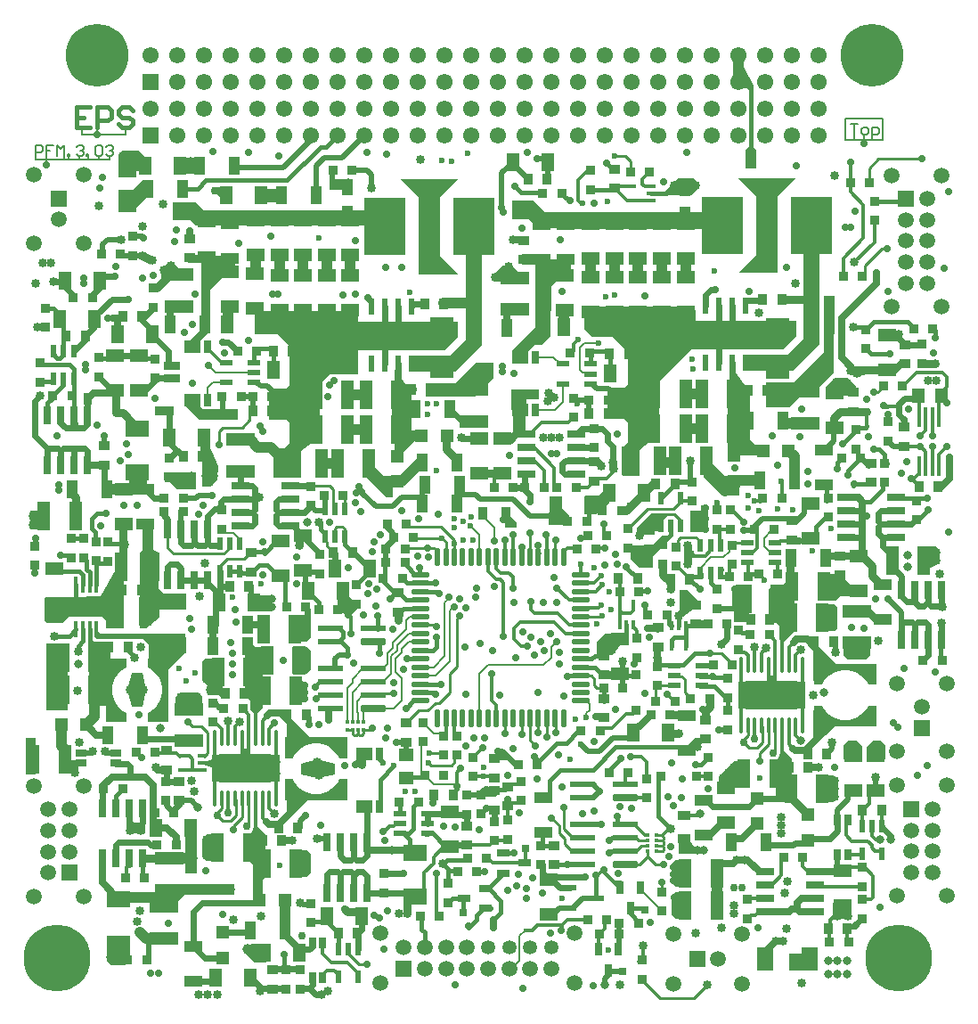
<source format=gtl>
G04 Layer_Physical_Order=1*
G04 Layer_Color=255*
%FSAX25Y25*%
%MOIN*%
G70*
G01*
G75*
%ADD10R,0.06378X0.09055*%
%ADD11R,0.03543X0.03543*%
%ADD12R,0.03543X0.03543*%
%ADD13R,0.01575X0.03347*%
G04:AMPARAMS|DCode=14|XSize=20mil|YSize=12mil|CornerRadius=0.3mil|HoleSize=0mil|Usage=FLASHONLY|Rotation=270.000|XOffset=0mil|YOffset=0mil|HoleType=Round|Shape=RoundedRectangle|*
%AMROUNDEDRECTD14*
21,1,0.02000,0.01140,0,0,270.0*
21,1,0.01940,0.01200,0,0,270.0*
1,1,0.00060,-0.00570,-0.00970*
1,1,0.00060,-0.00570,0.00970*
1,1,0.00060,0.00570,0.00970*
1,1,0.00060,0.00570,-0.00970*
%
%ADD14ROUNDEDRECTD14*%
%ADD15R,0.07087X0.04528*%
%ADD16R,0.06693X0.04331*%
%ADD17R,0.03937X0.03740*%
%ADD18R,0.04528X0.07087*%
%ADD19R,0.04331X0.06693*%
%ADD20R,0.04803X0.02441*%
%ADD21R,0.03347X0.01575*%
%ADD22R,0.02441X0.04803*%
%ADD23R,0.02559X0.04331*%
%ADD24R,0.05709X0.04528*%
%ADD25R,0.09055X0.06378*%
G04:AMPARAMS|DCode=26|XSize=20mil|YSize=12mil|CornerRadius=0.3mil|HoleSize=0mil|Usage=FLASHONLY|Rotation=0.000|XOffset=0mil|YOffset=0mil|HoleType=Round|Shape=RoundedRectangle|*
%AMROUNDEDRECTD26*
21,1,0.02000,0.01140,0,0,0.0*
21,1,0.01940,0.01200,0,0,0.0*
1,1,0.00060,0.00970,-0.00570*
1,1,0.00060,-0.00970,-0.00570*
1,1,0.00060,-0.00970,0.00570*
1,1,0.00060,0.00970,0.00570*
%
%ADD26ROUNDEDRECTD26*%
%ADD27R,0.05118X0.03543*%
G04:AMPARAMS|DCode=28|XSize=20mil|YSize=12mil|CornerRadius=0.3mil|HoleSize=0mil|Usage=FLASHONLY|Rotation=220.000|XOffset=0mil|YOffset=0mil|HoleType=Round|Shape=RoundedRectangle|*
%AMROUNDEDRECTD28*
21,1,0.02000,0.01140,0,0,220.0*
21,1,0.01940,0.01200,0,0,220.0*
1,1,0.00060,-0.01110,-0.00187*
1,1,0.00060,0.00377,0.01060*
1,1,0.00060,0.01110,0.00187*
1,1,0.00060,-0.00377,-0.01060*
%
%ADD28ROUNDEDRECTD28*%
%ADD29R,0.03347X0.03347*%
%ADD30R,0.03740X0.03937*%
%ADD31R,0.07008X0.02835*%
%ADD32R,0.10630X0.04528*%
%ADD33O,0.01575X0.07677*%
%ADD34R,0.05118X0.04724*%
%ADD35R,0.04528X0.10630*%
%ADD36R,0.09646X0.02362*%
G04:AMPARAMS|DCode=37|XSize=23.62mil|YSize=96.46mil|CornerRadius=5.91mil|HoleSize=0mil|Usage=FLASHONLY|Rotation=90.000|XOffset=0mil|YOffset=0mil|HoleType=Round|Shape=RoundedRectangle|*
%AMROUNDEDRECTD37*
21,1,0.02362,0.08465,0,0,90.0*
21,1,0.01181,0.09646,0,0,90.0*
1,1,0.01181,0.04232,0.00591*
1,1,0.01181,0.04232,-0.00591*
1,1,0.01181,-0.04232,-0.00591*
1,1,0.01181,-0.04232,0.00591*
%
%ADD37ROUNDEDRECTD37*%
%ADD38R,0.02835X0.07008*%
%ADD39R,0.15748X0.21654*%
%ADD40R,0.12205X0.10236*%
%ADD41R,0.02362X0.06102*%
%ADD42R,0.01575X0.23622*%
%ADD43O,0.01575X0.06299*%
%ADD44R,0.07402X0.06614*%
%ADD45R,0.23622X0.01575*%
%ADD46R,0.19488X0.10787*%
%ADD47O,0.01378X0.06102*%
%ADD48R,0.04724X0.05118*%
%ADD49R,0.02756X0.02756*%
%ADD50R,0.02756X0.05118*%
%ADD51R,0.03347X0.03347*%
%ADD52R,0.03543X0.05118*%
%ADD53R,0.04331X0.02559*%
%ADD54R,0.02756X0.02756*%
%ADD55R,0.05118X0.02756*%
%ADD56R,0.04528X0.05709*%
%ADD57R,0.01772X0.01772*%
%ADD58R,0.01772X0.01181*%
%ADD59R,0.01772X0.01772*%
%ADD60R,0.01181X0.01772*%
%ADD61R,0.06496X0.05118*%
%ADD62O,0.02165X0.06890*%
%ADD63O,0.06890X0.02165*%
%ADD64C,0.02362*%
%ADD65C,0.02756*%
%ADD66C,0.01575*%
%ADD67C,0.01000*%
%ADD68C,0.01968*%
%ADD69C,0.01181*%
%ADD70C,0.03937*%
%ADD71C,0.00819*%
%ADD72C,0.01378*%
%ADD73C,0.03150*%
%ADD74C,0.00787*%
%ADD75C,0.05905*%
%ADD76C,0.02087*%
%ADD77C,0.00984*%
%ADD78C,0.05905*%
%ADD79R,0.05905X0.05905*%
%ADD80C,0.05315*%
%ADD81R,0.05905X0.05905*%
%ADD82C,0.23425*%
%ADD83C,0.25000*%
%ADD84R,0.06102X0.06102*%
%ADD85C,0.06102*%
%ADD86C,0.02756*%
%ADD87C,0.02362*%
%ADD88C,0.03347*%
%ADD89C,0.02953*%
%ADD90C,0.03937*%
%ADD91C,0.03150*%
G36*
X0491850Y0309350D02*
X0466850D01*
Y0319350D01*
X0491850D01*
Y0309350D01*
D02*
G37*
G36*
X0215850Y0308850D02*
X0207969D01*
Y0333600D01*
X0215850D01*
Y0308850D01*
D02*
G37*
G36*
X0264850Y0315350D02*
X0266350Y0313850D01*
X0266350Y0308350D01*
X0256350D01*
Y0313850D01*
X0257850Y0315350D01*
X0264850Y0315350D01*
D02*
G37*
G36*
X0273850Y0313394D02*
X0272350Y0314394D01*
X0268350Y0314394D01*
Y0317894D01*
X0266350Y0319894D01*
X0266350Y0326894D01*
X0267457Y0328000D01*
X0273850D01*
Y0313394D01*
D02*
G37*
G36*
X0305500Y0318000D02*
X0305500Y0313500D01*
X0302894Y0310894D01*
X0299850D01*
Y0320894D01*
X0302606D01*
X0305500Y0318000D01*
D02*
G37*
G36*
X0245277Y0316450D02*
X0243777Y0309950D01*
X0239777D01*
X0238277Y0316450D01*
X0239777Y0322628D01*
X0243777D01*
X0245277Y0316450D01*
D02*
G37*
G36*
X0286350Y0332350D02*
X0289000Y0332408D01*
Y0309543D01*
X0286850Y0307394D01*
X0285850Y0307394D01*
X0284350Y0308894D01*
Y0312394D01*
X0283544Y0313200D01*
X0282350D01*
Y0332350D01*
X0283851Y0334850D01*
X0286350Y0332350D01*
D02*
G37*
G36*
X0306583Y0298661D02*
X0320661D01*
Y0290787D01*
X0317452Y0290760D01*
X0317452Y0290760D01*
X0317041Y0291562D01*
X0316000Y0293028D01*
X0314699Y0294272D01*
X0313186Y0295246D01*
X0311516Y0295915D01*
X0309750Y0296256D01*
X0307951D01*
X0306184Y0295915D01*
X0304515Y0295246D01*
X0303002Y0294272D01*
X0301701Y0293028D01*
X0300660Y0291562D01*
X0300249Y0290760D01*
X0297039Y0290787D01*
Y0298661D01*
X0297898D01*
Y0307347D01*
X0306583Y0298661D01*
D02*
G37*
G36*
X0521850Y0295850D02*
Y0290350D01*
X0514850D01*
X0514850Y0294850D01*
X0517350Y0297350D01*
X0520350Y0297350D01*
X0521850Y0295850D01*
D02*
G37*
G36*
X0511150Y0297350D02*
X0513350Y0295150D01*
X0513350Y0290350D01*
X0506350D01*
Y0295850D01*
X0507850Y0297350D01*
X0511150Y0297350D01*
D02*
G37*
G36*
X0518661Y0310457D02*
Y0302583D01*
X0503125D01*
X0495850Y0295894D01*
X0495964Y0302583D01*
X0495039D01*
Y0310457D01*
X0498248Y0310484D01*
X0498660Y0309683D01*
X0499701Y0308215D01*
X0501002Y0306973D01*
X0502515Y0305998D01*
X0504184Y0305329D01*
X0505951Y0304988D01*
X0507750D01*
X0509516Y0305329D01*
X0511186Y0305998D01*
X0512699Y0306973D01*
X0514000Y0308215D01*
X0515041Y0309683D01*
X0515452Y0310484D01*
X0518661Y0310457D01*
D02*
G37*
G36*
X0228350Y0337350D02*
X0259850D01*
X0260000Y0330500D01*
X0253661Y0324161D01*
Y0304539D01*
X0245787D01*
X0245760Y0307749D01*
X0245760D01*
X0246562Y0308160D01*
X0248028Y0309201D01*
X0249272Y0310502D01*
X0250246Y0312015D01*
X0250915Y0313684D01*
X0251256Y0315451D01*
Y0317250D01*
X0250915Y0319016D01*
X0250246Y0320686D01*
X0249272Y0322199D01*
X0248028Y0323499D01*
X0246562Y0324541D01*
X0245760Y0324952D01*
X0245787Y0328161D01*
X0246350D01*
Y0333350D01*
X0244350Y0335350D01*
X0226850D01*
X0225950Y0336250D01*
Y0338350D01*
X0227350D01*
X0228350Y0337350D01*
D02*
G37*
G36*
X0225850Y0334350D02*
X0231850D01*
Y0328161D01*
X0237913D01*
X0237940Y0324952D01*
Y0324952D01*
X0237139Y0324541D01*
X0235672Y0323499D01*
X0234429Y0322199D01*
X0233455Y0320686D01*
X0232786Y0319016D01*
X0232445Y0317250D01*
Y0315451D01*
X0232786Y0313684D01*
X0233455Y0312015D01*
X0234429Y0310502D01*
X0235672Y0309201D01*
X0237139Y0308160D01*
X0237940Y0307749D01*
X0237913Y0304539D01*
X0230039D01*
Y0310350D01*
X0223850D01*
Y0336350D01*
X0225850Y0334350D01*
D02*
G37*
G36*
X0451800Y0349700D02*
X0452800Y0349700D01*
Y0347095D01*
X0450932D01*
X0448000Y0345000D01*
X0444500Y0342500D01*
X0443500Y0345000D01*
X0444800Y0346300D01*
X0444800Y0353700D01*
X0447800Y0353700D01*
X0451800Y0349700D01*
D02*
G37*
G36*
X0471000Y0341721D02*
X0469350D01*
X0465350Y0341721D01*
Y0347149D01*
X0464400Y0348100D01*
Y0354200D01*
X0465920Y0355720D01*
X0471000Y0355720D01*
Y0341721D01*
D02*
G37*
G36*
X0247850Y0368850D02*
X0249850Y0367850D01*
Y0354350D01*
X0251850Y0352350D01*
X0259350D01*
Y0346350D01*
X0250350D01*
Y0343350D01*
X0245350Y0339350D01*
X0242850D01*
Y0367850D01*
X0243850Y0368850D01*
Y0377350D01*
X0247850D01*
Y0368850D01*
D02*
G37*
G36*
X0506350Y0358350D02*
X0509350Y0355350D01*
X0514850D01*
Y0351350D01*
X0504850D01*
X0503350Y0349850D01*
X0497850Y0349850D01*
Y0359850D01*
X0503350D01*
X0506350Y0358350D01*
D02*
G37*
G36*
X0292500Y0345850D02*
X0285100D01*
Y0351850D01*
X0292500D01*
Y0345850D01*
D02*
G37*
G36*
X0324500Y0348000D02*
X0324500Y0347000D01*
X0320750Y0343250D01*
X0319000Y0345000D01*
X0317000Y0345000D01*
X0317000Y0355500D01*
X0324500Y0348000D01*
D02*
G37*
G36*
X0238350Y0367850D02*
X0236850Y0357350D01*
Y0339350D01*
X0230350D01*
Y0342350D01*
X0228850Y0343850D01*
X0216350D01*
X0213850Y0341350D01*
X0208350Y0341350D01*
X0207350Y0342350D01*
Y0350850D01*
X0228350Y0351350D01*
X0235350Y0363850D01*
Y0376850D01*
X0238350D01*
Y0367850D01*
D02*
G37*
G36*
X0516307Y0329350D02*
X0514807Y0327850D01*
X0507807Y0327850D01*
X0506307Y0329350D01*
X0506307Y0334850D01*
X0516307D01*
Y0329350D01*
D02*
G37*
G36*
X0306850Y0330894D02*
X0306850Y0323894D01*
X0305350Y0322394D01*
X0299850Y0322394D01*
Y0332394D01*
X0305350D01*
X0306850Y0330894D01*
D02*
G37*
G36*
X0503309Y0326205D02*
X0518661D01*
Y0318331D01*
X0515452Y0318304D01*
X0515452Y0318304D01*
X0515041Y0319105D01*
X0514000Y0320572D01*
X0512699Y0321815D01*
X0511186Y0322789D01*
X0509516Y0323459D01*
X0507750Y0323800D01*
X0505951D01*
X0504184Y0323459D01*
X0502515Y0322789D01*
X0501002Y0321815D01*
X0499701Y0320572D01*
X0498660Y0319105D01*
X0498248Y0318304D01*
X0495039Y0318331D01*
Y0326205D01*
X0495398D01*
Y0334116D01*
X0503309Y0326205D01*
D02*
G37*
G36*
X0503850Y0347350D02*
Y0339350D01*
X0502850Y0338350D01*
X0497850D01*
Y0348350D01*
X0502850D01*
X0503850Y0347350D01*
D02*
G37*
G36*
X0306850Y0342850D02*
X0306850Y0335850D01*
X0305350Y0334350D01*
X0299850Y0334350D01*
Y0344350D01*
X0305350D01*
X0306850Y0342850D01*
D02*
G37*
G36*
X0420000Y0329500D02*
X0414000D01*
Y0334500D01*
X0417000Y0337500D01*
X0426000D01*
X0420000Y0329500D01*
D02*
G37*
G36*
X0448850Y0252807D02*
Y0242807D01*
X0443350D01*
X0441850Y0244307D01*
X0441850Y0251307D01*
X0443350Y0252807D01*
X0448850Y0252807D01*
D02*
G37*
G36*
X0421000Y0245000D02*
X0423332D01*
Y0242519D01*
X0421281D01*
X0415400Y0248400D01*
X0417600D01*
X0421000Y0245000D01*
D02*
G37*
G36*
X0278350Y0239850D02*
X0273350D01*
Y0243850D01*
X0278350D01*
Y0239850D01*
D02*
G37*
G36*
X0249350Y0251850D02*
X0244350D01*
Y0254850D01*
X0249350D01*
Y0251850D01*
D02*
G37*
G36*
X0264350Y0247850D02*
X0259850D01*
Y0267850D01*
X0264350D01*
Y0247850D01*
D02*
G37*
G36*
X0306850Y0254894D02*
X0306850Y0247894D01*
X0305350Y0246394D01*
X0299850Y0246394D01*
Y0256394D01*
X0305350D01*
X0306850Y0254894D01*
D02*
G37*
G36*
X0286850Y0265372D02*
X0289850Y0262372D01*
Y0246329D01*
X0288850Y0245329D01*
Y0236329D01*
X0285350D01*
Y0250829D01*
X0283840Y0252340D01*
X0283850Y0261372D01*
X0284850Y0263372D01*
X0286350Y0266829D01*
X0286850Y0265372D01*
D02*
G37*
G36*
X0290250Y0214500D02*
X0285750D01*
X0282250Y0218000D01*
X0282500Y0220500D01*
X0284750Y0221500D01*
X0290250D01*
Y0214500D01*
D02*
G37*
G36*
X0237500Y0213500D02*
X0232000D01*
X0230500Y0215000D01*
Y0220000D01*
X0237500D01*
Y0213500D01*
D02*
G37*
G36*
X0492300Y0211500D02*
X0486000D01*
Y0217600D01*
X0492300D01*
Y0211500D01*
D02*
G37*
G36*
X0509350Y0232350D02*
X0507850Y0230850D01*
X0503850D01*
X0502350Y0232350D01*
Y0236850D01*
X0509350D01*
Y0232350D01*
D02*
G37*
G36*
X0448850Y0240807D02*
Y0230807D01*
X0443350D01*
X0441850Y0232307D01*
X0441850Y0239307D01*
X0443350Y0240807D01*
X0448850Y0240807D01*
D02*
G37*
G36*
X0376500Y0227000D02*
X0374000D01*
Y0231000D01*
X0376500D01*
Y0227000D01*
D02*
G37*
G36*
X0219850Y0285350D02*
X0218500Y0284000D01*
X0214961Y0287539D01*
X0214850Y0288850D01*
X0219850D01*
Y0285350D01*
D02*
G37*
G36*
X0315850Y0288850D02*
Y0284850D01*
X0309350Y0283350D01*
X0303173Y0284850D01*
Y0288850D01*
X0309350Y0290350D01*
X0315850Y0288850D01*
D02*
G37*
G36*
X0295350Y0281894D02*
X0270000D01*
Y0287500D01*
X0267000Y0288500D01*
Y0289500D01*
X0270000Y0290500D01*
Y0291894D01*
X0295350D01*
Y0281894D01*
D02*
G37*
G36*
X0381000Y0290500D02*
Y0290000D01*
X0377000D01*
Y0294500D01*
X0381000Y0290500D01*
D02*
G37*
G36*
X0326500Y0287500D02*
X0323000D01*
Y0289500D01*
X0326500Y0293000D01*
X0326500Y0287500D01*
D02*
G37*
G36*
X0203850Y0284850D02*
X0200350D01*
Y0298350D01*
X0203850D01*
Y0284850D01*
D02*
G37*
G36*
X0470850Y0289850D02*
Y0279850D01*
X0459500D01*
Y0284000D01*
X0465350Y0289850D01*
X0470850Y0289850D01*
D02*
G37*
G36*
X0244850Y0262850D02*
X0237850D01*
Y0266850D01*
X0244850D01*
Y0262850D01*
D02*
G37*
G36*
X0454391Y0255000D02*
X0444500D01*
Y0259500D01*
X0447669Y0259500D01*
X0454391Y0255000D01*
D02*
G37*
G36*
X0273350Y0262307D02*
Y0252307D01*
X0267850D01*
X0266350Y0253807D01*
X0266350Y0260807D01*
X0267850Y0262307D01*
X0273350Y0262307D01*
D02*
G37*
G36*
X0320661Y0282913D02*
Y0275039D01*
X0305685D01*
X0298039Y0267394D01*
Y0275039D01*
X0297039D01*
Y0282913D01*
X0300249Y0282940D01*
X0300660Y0282139D01*
X0301701Y0280672D01*
X0303002Y0279429D01*
X0304515Y0278455D01*
X0306184Y0277785D01*
X0307951Y0277445D01*
X0309750D01*
X0311516Y0277785D01*
X0313186Y0278455D01*
X0314699Y0279429D01*
X0316000Y0280672D01*
X0317041Y0282139D01*
X0317452Y0282940D01*
X0320661Y0282913D01*
D02*
G37*
G36*
X0486850Y0290850D02*
Y0274350D01*
X0484850D01*
X0480850Y0276850D01*
Y0288894D01*
X0481850Y0290894D01*
X0483350Y0294350D01*
X0486850Y0290850D01*
D02*
G37*
G36*
X0504350Y0282850D02*
Y0276350D01*
X0502339Y0274339D01*
X0497850D01*
X0497850Y0284350D01*
X0502339D01*
X0504350Y0282850D01*
D02*
G37*
G36*
X0384104Y0473081D02*
Y0468898D01*
X0375197D01*
Y0471457D01*
X0378642Y0474902D01*
X0382283D01*
X0384104Y0473081D01*
D02*
G37*
G36*
X0276134Y0471524D02*
X0274476Y0471524D01*
X0269100Y0466147D01*
Y0450100D01*
X0268613Y0449988D01*
X0265100Y0446475D01*
X0261075D01*
X0265300Y0450700D01*
X0266000D01*
Y0478543D01*
X0276181Y0478543D01*
X0276134Y0471524D01*
D02*
G37*
G36*
X0402165Y0470669D02*
X0398763Y0469347D01*
X0396819Y0467402D01*
X0396674Y0448574D01*
X0393615Y0445515D01*
X0390707D01*
X0388292Y0443100D01*
X0382000Y0443100D01*
X0390748Y0451848D01*
X0390748Y0477362D01*
X0402165Y0477362D01*
Y0470669D01*
D02*
G37*
G36*
X0488189Y0507677D02*
X0481496Y0500984D01*
Y0478937D01*
Y0472244D01*
X0466929D01*
X0473622Y0478937D01*
Y0500984D01*
X0466929Y0507677D01*
X0481496D01*
X0488189Y0507677D01*
D02*
G37*
G36*
X0361811Y0507283D02*
X0355118Y0500591D01*
Y0478543D01*
X0361811Y0471850D01*
X0347244D01*
Y0478543D01*
Y0500591D01*
X0340551Y0507283D01*
X0355118D01*
X0361811Y0507283D01*
D02*
G37*
G36*
X0255614Y0475886D02*
X0258514Y0472986D01*
X0258514Y0470026D01*
X0250833D01*
Y0473667D01*
X0253051Y0475886D01*
X0255614Y0475886D01*
D02*
G37*
G36*
X0258000Y0436000D02*
X0252000D01*
Y0439000D01*
X0258000D01*
Y0436000D01*
D02*
G37*
G36*
Y0431500D02*
X0252000D01*
Y0434500D01*
X0258000D01*
Y0431500D01*
D02*
G37*
G36*
X0511000Y0430000D02*
Y0426500D01*
X0500000D01*
Y0430000D01*
X0503000Y0433000D01*
X0508000Y0433000D01*
X0511000Y0430000D01*
D02*
G37*
G36*
X0375197Y0432899D02*
X0368503Y0426205D01*
X0350000D01*
Y0430905D01*
X0361024D01*
X0368718Y0438600D01*
X0375197D01*
Y0432899D01*
D02*
G37*
G36*
X0497244Y0445669D02*
X0487402Y0435827D01*
X0470669Y0435827D01*
Y0441732D01*
X0485433D01*
X0491339Y0447638D01*
X0491339Y0454528D01*
X0497244D01*
X0497244Y0445669D01*
D02*
G37*
G36*
X0370866Y0445276D02*
X0361024Y0435433D01*
X0344291Y0435433D01*
Y0441339D01*
X0359055D01*
X0364961Y0447244D01*
X0364961Y0454134D01*
X0370866D01*
X0370866Y0445276D01*
D02*
G37*
G36*
X0512350Y0433850D02*
X0510850Y0433350D01*
X0507850Y0434850D01*
X0507850Y0437534D01*
X0526500D01*
X0512350Y0433850D01*
D02*
G37*
G36*
X0266850Y0509500D02*
X0256350D01*
Y0515400D01*
X0266850D01*
Y0509500D01*
D02*
G37*
G36*
X0322400Y0503400D02*
X0313850D01*
Y0507500D01*
X0322400D01*
Y0503400D01*
D02*
G37*
G36*
X0450197Y0507677D02*
X0451378Y0506496D01*
X0451378Y0503543D01*
X0449335Y0501500D01*
X0439120D01*
X0438959Y0502541D01*
X0442913Y0506496D01*
X0444095Y0507677D01*
X0450197Y0507677D01*
D02*
G37*
G36*
X0472441Y0542520D02*
Y0541339D01*
X0471654Y0539370D01*
X0470079Y0541339D01*
X0465354D01*
Y0556299D01*
X0472441Y0542520D01*
D02*
G37*
G36*
X0473622Y0518504D02*
Y0511417D01*
X0469685D01*
Y0518504D01*
X0471654Y0520472D01*
X0473622Y0518504D01*
D02*
G37*
G36*
X0242600Y0518000D02*
X0244892Y0515708D01*
X0244850Y0510500D01*
X0234850D01*
X0234900Y0516750D01*
X0236150Y0518000D01*
X0242600Y0518000D01*
D02*
G37*
G36*
X0296850Y0498600D02*
X0287350D01*
Y0503600D01*
X0296850D01*
Y0498600D01*
D02*
G37*
G36*
X0267001Y0495700D02*
X0328543D01*
X0328543Y0490158D01*
X0263976D01*
X0262008Y0492126D01*
X0255350D01*
Y0498700D01*
X0264001D01*
X0267001Y0495700D01*
D02*
G37*
G36*
X0388000Y0483500D02*
X0381496D01*
Y0486000D01*
X0388000D01*
Y0483500D01*
D02*
G37*
G36*
X0248000Y0478500D02*
X0247000Y0475500D01*
X0243000Y0477500D01*
X0244000Y0480500D01*
X0248000Y0478500D01*
D02*
G37*
G36*
X0275350Y0498300D02*
X0270225Y0503425D01*
X0270757Y0504300D01*
X0275350D01*
Y0498300D01*
D02*
G37*
G36*
X0247850Y0506850D02*
Y0502848D01*
X0240352Y0495350D01*
X0234850D01*
Y0499850D01*
Y0503350D01*
X0240348Y0503350D01*
X0243848Y0506850D01*
X0247850Y0506850D01*
D02*
G37*
G36*
X0394567Y0495000D02*
X0454921Y0495000D01*
Y0490551D01*
X0390354D01*
X0388386Y0492520D01*
X0382283D01*
Y0499213D01*
X0390354D01*
X0394567Y0495000D01*
D02*
G37*
G36*
X0418500Y0391500D02*
Y0386500D01*
X0417500Y0385500D01*
X0417500Y0383000D01*
X0409500D01*
Y0389000D01*
X0414500D01*
X0417000Y0391500D01*
X0418500Y0391500D01*
D02*
G37*
G36*
X0402957Y0381348D02*
X0404500Y0379500D01*
X0403000Y0378000D01*
X0396000Y0378000D01*
Y0382000D01*
X0396894Y0385106D01*
X0402957Y0381348D01*
D02*
G37*
G36*
X0384000Y0379000D02*
Y0377000D01*
X0379500D01*
Y0383500D01*
X0384000Y0379000D01*
D02*
G37*
G36*
X0245500Y0393350D02*
Y0389350D01*
X0228850D01*
Y0393350D01*
X0239000D01*
Y0397500D01*
X0245500D01*
Y0393350D01*
D02*
G37*
G36*
X0467350Y0392350D02*
X0467350Y0389000D01*
X0461000Y0389000D01*
X0453937Y0396063D01*
X0453937Y0398819D01*
X0457874D01*
X0467350Y0392350D01*
D02*
G37*
G36*
X0337500Y0393000D02*
Y0388350D01*
X0334850D01*
X0327756Y0395669D01*
Y0397638D01*
X0331693D01*
X0337500Y0393000D01*
D02*
G37*
G36*
X0207850Y0376500D02*
X0201850D01*
Y0383500D01*
X0207850D01*
Y0376500D01*
D02*
G37*
G36*
X0439500Y0371000D02*
X0435000Y0366000D01*
Y0362000D01*
X0430000Y0362000D01*
X0426500Y0365500D01*
X0426500Y0370500D01*
X0434500Y0370500D01*
X0438500Y0374000D01*
X0441000D01*
X0439500Y0371000D01*
D02*
G37*
G36*
X0542350Y0368394D02*
Y0363850D01*
X0538350Y0361850D01*
X0535350D01*
Y0369894D01*
X0540850D01*
X0542350Y0368394D01*
D02*
G37*
G36*
X0487800Y0338300D02*
X0484850Y0335350D01*
X0483285Y0333785D01*
X0482350Y0335350D01*
Y0340350D01*
X0481201Y0341500D01*
X0478350Y0341500D01*
X0478350Y0353950D01*
X0480000Y0355600D01*
X0483400Y0355600D01*
X0484850Y0357050D01*
X0484850Y0365000D01*
X0487800D01*
Y0338300D01*
D02*
G37*
G36*
X0455500Y0375500D02*
X0449000D01*
Y0383500D01*
X0453000D01*
Y0385500D01*
X0455500D01*
Y0375500D01*
D02*
G37*
G36*
X0438500Y0380000D02*
Y0377000D01*
X0429000Y0374000D01*
Y0377000D01*
X0434500Y0382500D01*
X0441000D01*
X0438500Y0380000D01*
D02*
G37*
G36*
X0449500Y0363000D02*
X0446500D01*
Y0370500D01*
X0449500D01*
Y0363000D01*
D02*
G37*
G36*
X0266700Y0421300D02*
X0279528D01*
Y0417323D01*
X0265077Y0417323D01*
X0259900Y0422500D01*
X0264240Y0423760D01*
X0266700Y0421300D01*
D02*
G37*
G36*
X0220500Y0413500D02*
X0216500D01*
X0217000Y0417000D01*
X0219500D01*
X0220500Y0413500D01*
D02*
G37*
G36*
X0392126Y0425100D02*
X0387500D01*
Y0422600D01*
X0383994Y0421600D01*
X0387200D01*
Y0413100D01*
X0382600D01*
Y0421203D01*
X0381890Y0421000D01*
Y0425100D01*
Y0428740D01*
X0392126D01*
Y0425100D01*
D02*
G37*
G36*
X0225000Y0423000D02*
X0222000D01*
Y0427500D01*
X0225000D01*
Y0423000D01*
D02*
G37*
G36*
X0502700Y0434991D02*
X0494000Y0426291D01*
X0490268D01*
X0485963Y0421986D01*
X0477165D01*
Y0431299D01*
X0487402D01*
X0498819Y0442717D01*
Y0463583D01*
X0502756D01*
X0502700Y0434991D01*
D02*
G37*
G36*
X0255500Y0419000D02*
X0248500D01*
Y0422500D01*
X0255500D01*
Y0419000D01*
D02*
G37*
G36*
X0471063Y0427756D02*
Y0410039D01*
X0475984Y0405118D01*
X0464685Y0405118D01*
Y0436614D01*
X0471063Y0427756D01*
D02*
G37*
G36*
X0324606Y0454134D02*
X0362008D01*
X0362008Y0448228D01*
X0357087Y0443307D01*
X0324606D01*
Y0434449D01*
X0313779D01*
X0310827Y0431496D01*
X0309400Y0410482D01*
X0303346Y0405709D01*
Y0395866D01*
X0292850D01*
Y0406693D01*
X0297047D01*
X0299016Y0408661D01*
Y0416142D01*
X0297835Y0417323D01*
X0291339D01*
Y0429134D01*
X0297835D01*
X0299016Y0430315D01*
Y0434449D01*
Y0445177D01*
X0294693Y0449500D01*
X0286000Y0449500D01*
X0286000Y0458000D01*
X0299016Y0458000D01*
Y0458071D01*
X0324606D01*
Y0454134D01*
D02*
G37*
G36*
X0272047Y0400000D02*
X0271972Y0394972D01*
X0269500Y0392500D01*
X0266142Y0392500D01*
Y0413779D01*
X0272047Y0400000D01*
D02*
G37*
G36*
X0263850Y0391350D02*
X0256850D01*
X0253350Y0394850D01*
X0252000D01*
Y0397850D01*
X0263850D01*
Y0391350D01*
D02*
G37*
G36*
X0344685Y0427362D02*
X0344685Y0413500D01*
X0348721D01*
Y0409500D01*
X0345500D01*
X0340850Y0404850D01*
X0338307Y0404724D01*
Y0436221D01*
X0344685Y0427362D01*
D02*
G37*
G36*
X0421500Y0398500D02*
X0418500D01*
Y0402000D01*
X0421500D01*
Y0398500D01*
D02*
G37*
G36*
X0451000Y0454528D02*
X0488386D01*
X0488386Y0448622D01*
X0483465Y0443701D01*
X0449201D01*
X0437191Y0431691D01*
X0435778Y0410876D01*
X0429724Y0406102D01*
Y0396260D01*
X0423425D01*
Y0407087D01*
X0425394Y0409055D01*
Y0416535D01*
X0424213Y0417717D01*
X0417717D01*
Y0429528D01*
X0424213D01*
X0425394Y0430709D01*
Y0434842D01*
Y0442717D01*
X0419610Y0448500D01*
X0412000D01*
X0409055Y0451445D01*
X0409055Y0457480D01*
X0425394D01*
Y0458465D01*
X0451000D01*
Y0454528D01*
D02*
G37*
D10*
X0493525Y0215561D02*
D03*
X0476911D02*
D03*
D11*
X0463557Y0358800D02*
D03*
X0470643D02*
D03*
X0474457Y0359600D02*
D03*
X0481543D02*
D03*
X0435957Y0311900D02*
D03*
X0443043D02*
D03*
X0259043Y0388000D02*
D03*
X0251957D02*
D03*
X0393701Y0501968D02*
D03*
X0400787D02*
D03*
X0382543Y0392000D02*
D03*
X0375457D02*
D03*
X0311807Y0389000D02*
D03*
X0318894D02*
D03*
X0241457Y0293000D02*
D03*
X0248543D02*
D03*
X0347043Y0274500D02*
D03*
X0339957D02*
D03*
X0490894Y0253850D02*
D03*
X0483807D02*
D03*
X0429443Y0228900D02*
D03*
X0422357D02*
D03*
X0425543Y0285500D02*
D03*
X0418457D02*
D03*
X0480043Y0376300D02*
D03*
X0472957D02*
D03*
X0464543Y0325800D02*
D03*
X0457457D02*
D03*
X0508043Y0221900D02*
D03*
X0500957D02*
D03*
X0505457Y0403000D02*
D03*
X0512543D02*
D03*
X0455457Y0341000D02*
D03*
X0462543D02*
D03*
X0440043Y0344500D02*
D03*
X0432957D02*
D03*
X0433543Y0510000D02*
D03*
X0426457D02*
D03*
X0539543Y0451500D02*
D03*
X0532457D02*
D03*
X0274350Y0309394D02*
D03*
X0281437D02*
D03*
X0471350Y0336894D02*
D03*
X0478437D02*
D03*
X0416457Y0317000D02*
D03*
X0423543D02*
D03*
X0422457Y0353000D02*
D03*
X0429543D02*
D03*
X0417543Y0374000D02*
D03*
X0410457D02*
D03*
X0315257Y0510800D02*
D03*
X0322343D02*
D03*
X0386957Y0392000D02*
D03*
X0394043D02*
D03*
X0279457Y0443000D02*
D03*
X0286543D02*
D03*
X0403957Y0442500D02*
D03*
X0411043D02*
D03*
X0273622Y0425984D02*
D03*
X0280709D02*
D03*
X0285039D02*
D03*
X0292126D02*
D03*
X0411024Y0424803D02*
D03*
X0418110D02*
D03*
X0417543Y0230500D02*
D03*
X0410457D02*
D03*
X0422043Y0225000D02*
D03*
X0414957D02*
D03*
X0402957Y0379500D02*
D03*
X0410043D02*
D03*
X0415957Y0383500D02*
D03*
X0423043D02*
D03*
X0415043Y0301000D02*
D03*
X0407957D02*
D03*
X0384457Y0288500D02*
D03*
X0391543D02*
D03*
X0248457Y0270500D02*
D03*
X0255543D02*
D03*
X0228457Y0479500D02*
D03*
X0235543D02*
D03*
X0398957Y0392000D02*
D03*
X0406043D02*
D03*
X0225043Y0463000D02*
D03*
X0217957D02*
D03*
X0361807Y0248350D02*
D03*
X0368894D02*
D03*
X0365457Y0253500D02*
D03*
X0372543D02*
D03*
X0354894Y0231850D02*
D03*
X0347807D02*
D03*
X0406457Y0369000D02*
D03*
X0413543D02*
D03*
X0349457Y0284500D02*
D03*
X0356543D02*
D03*
X0217394Y0426350D02*
D03*
X0210307D02*
D03*
X0259043Y0383000D02*
D03*
X0251957D02*
D03*
X0535957Y0327500D02*
D03*
X0543043D02*
D03*
X0309807Y0346350D02*
D03*
X0316894D02*
D03*
X0297807Y0347350D02*
D03*
X0304894D02*
D03*
X0229307Y0279350D02*
D03*
X0236394D02*
D03*
X0256394Y0258350D02*
D03*
X0249307D02*
D03*
X0238307Y0215350D02*
D03*
X0245394D02*
D03*
X0237457Y0246000D02*
D03*
X0244543D02*
D03*
X0434257Y0307000D02*
D03*
X0441343D02*
D03*
X0448957Y0313000D02*
D03*
X0456043D02*
D03*
X0341043Y0358000D02*
D03*
X0333957D02*
D03*
X0342043Y0364000D02*
D03*
X0334957D02*
D03*
X0342043Y0369000D02*
D03*
X0334957D02*
D03*
X0345043Y0373500D02*
D03*
X0337957D02*
D03*
X0342543Y0378500D02*
D03*
X0335457D02*
D03*
X0483043Y0388000D02*
D03*
X0475957D02*
D03*
X0506057Y0471200D02*
D03*
X0513143D02*
D03*
X0528143Y0429900D02*
D03*
X0521057D02*
D03*
X0515843Y0506100D02*
D03*
X0508757D02*
D03*
D12*
X0430800Y0208157D02*
D03*
Y0215243D02*
D03*
X0438100Y0233757D02*
D03*
Y0240843D02*
D03*
X0203500Y0370043D02*
D03*
Y0362957D02*
D03*
X0217350Y0372894D02*
D03*
Y0365807D02*
D03*
X0221850D02*
D03*
Y0372894D02*
D03*
X0226400Y0371643D02*
D03*
Y0364557D02*
D03*
X0230800Y0364457D02*
D03*
Y0371543D02*
D03*
X0253850Y0395807D02*
D03*
Y0402894D02*
D03*
X0273500Y0383543D02*
D03*
Y0376457D02*
D03*
X0413000Y0406957D02*
D03*
Y0414043D02*
D03*
X0405100Y0418257D02*
D03*
Y0425343D02*
D03*
X0411500Y0503457D02*
D03*
Y0510543D02*
D03*
X0240350Y0485894D02*
D03*
Y0478807D02*
D03*
X0207500Y0459043D02*
D03*
Y0451957D02*
D03*
X0248000Y0466543D02*
D03*
Y0459457D02*
D03*
X0205500Y0438543D02*
D03*
Y0431457D02*
D03*
X0227500Y0433457D02*
D03*
Y0440543D02*
D03*
X0248500Y0440043D02*
D03*
Y0432957D02*
D03*
X0306850Y0385307D02*
D03*
Y0392394D02*
D03*
X0310350Y0366894D02*
D03*
Y0359807D02*
D03*
X0324000Y0355543D02*
D03*
Y0348457D02*
D03*
X0270100Y0304357D02*
D03*
Y0311443D02*
D03*
X0252500Y0274957D02*
D03*
Y0282043D02*
D03*
X0306850Y0236394D02*
D03*
Y0229307D02*
D03*
X0303000Y0204457D02*
D03*
Y0211543D02*
D03*
X0297500D02*
D03*
Y0204457D02*
D03*
X0361500Y0299043D02*
D03*
Y0291957D02*
D03*
X0356500Y0299043D02*
D03*
Y0291957D02*
D03*
X0367500Y0283957D02*
D03*
Y0291043D02*
D03*
X0385500Y0274957D02*
D03*
Y0282043D02*
D03*
X0370500Y0269957D02*
D03*
Y0277043D02*
D03*
X0365350Y0269807D02*
D03*
Y0276894D02*
D03*
X0375500Y0259957D02*
D03*
Y0267043D02*
D03*
X0380500Y0260457D02*
D03*
Y0267543D02*
D03*
X0393000Y0250957D02*
D03*
Y0258043D02*
D03*
X0358350Y0243894D02*
D03*
Y0236807D02*
D03*
X0432500Y0275957D02*
D03*
Y0283043D02*
D03*
X0455500Y0291043D02*
D03*
Y0283957D02*
D03*
X0429000Y0335543D02*
D03*
Y0328457D02*
D03*
X0436500Y0325043D02*
D03*
Y0317957D02*
D03*
X0425500Y0376543D02*
D03*
Y0369457D02*
D03*
X0438500Y0370543D02*
D03*
Y0363457D02*
D03*
X0443500Y0362757D02*
D03*
Y0369843D02*
D03*
X0449500Y0394043D02*
D03*
Y0386957D02*
D03*
X0459000Y0376457D02*
D03*
Y0383543D02*
D03*
X0464000D02*
D03*
Y0376457D02*
D03*
X0500500Y0380957D02*
D03*
Y0388043D02*
D03*
X0464700Y0370343D02*
D03*
Y0363257D02*
D03*
X0458800Y0353943D02*
D03*
Y0346857D02*
D03*
X0467000Y0331457D02*
D03*
Y0338543D02*
D03*
X0463000Y0320543D02*
D03*
Y0313457D02*
D03*
Y0308543D02*
D03*
Y0301457D02*
D03*
X0470350Y0237894D02*
D03*
Y0230807D02*
D03*
X0513350Y0237894D02*
D03*
Y0230807D02*
D03*
Y0249894D02*
D03*
Y0242807D02*
D03*
X0533500Y0379957D02*
D03*
Y0387043D02*
D03*
X0521500Y0401043D02*
D03*
Y0393957D02*
D03*
X0511000Y0406457D02*
D03*
Y0413543D02*
D03*
X0523000Y0416543D02*
D03*
Y0409457D02*
D03*
X0535400Y0438457D02*
D03*
Y0445543D02*
D03*
X0514500Y0451043D02*
D03*
Y0443957D02*
D03*
X0517800Y0492057D02*
D03*
Y0499143D02*
D03*
X0348900Y0304143D02*
D03*
Y0297057D02*
D03*
X0334100Y0247543D02*
D03*
Y0240457D02*
D03*
D13*
X0422441Y0340760D02*
D03*
X0425000D02*
D03*
X0427559D02*
D03*
Y0348240D02*
D03*
X0422441D02*
D03*
X0447059Y0340240D02*
D03*
X0444500D02*
D03*
X0441941D02*
D03*
Y0332760D02*
D03*
X0447059D02*
D03*
D14*
X0321900Y0341800D02*
D03*
Y0340200D02*
D03*
X0515000Y0415700D02*
D03*
Y0417300D02*
D03*
D15*
X0210850Y0348854D02*
D03*
Y0361846D02*
D03*
X0237000Y0378504D02*
D03*
Y0391496D02*
D03*
X0238350Y0510350D02*
D03*
Y0497358D02*
D03*
X0321654Y0458465D02*
D03*
Y0471457D02*
D03*
X0312795Y0458465D02*
D03*
Y0471457D02*
D03*
X0303937Y0458465D02*
D03*
Y0471457D02*
D03*
X0295079D02*
D03*
Y0458465D02*
D03*
X0286000Y0471996D02*
D03*
Y0459004D02*
D03*
X0276378Y0459646D02*
D03*
Y0472638D02*
D03*
X0447047Y0470866D02*
D03*
Y0457874D02*
D03*
X0438189Y0470866D02*
D03*
Y0457874D02*
D03*
X0429331D02*
D03*
Y0470866D02*
D03*
X0420472Y0457874D02*
D03*
Y0470866D02*
D03*
X0411614Y0457874D02*
D03*
Y0470866D02*
D03*
X0401968Y0458465D02*
D03*
Y0471457D02*
D03*
X0447047Y0490551D02*
D03*
Y0477559D02*
D03*
X0438189Y0490551D02*
D03*
Y0477559D02*
D03*
X0429331D02*
D03*
Y0490551D02*
D03*
X0420472Y0477559D02*
D03*
Y0490551D02*
D03*
X0411614Y0477559D02*
D03*
Y0490551D02*
D03*
X0321654Y0479134D02*
D03*
Y0492126D02*
D03*
X0312795Y0479134D02*
D03*
Y0492126D02*
D03*
X0303937Y0479134D02*
D03*
Y0492126D02*
D03*
X0295079D02*
D03*
Y0479134D02*
D03*
X0286221Y0492126D02*
D03*
Y0479134D02*
D03*
X0233500Y0441496D02*
D03*
Y0428504D02*
D03*
X0242500D02*
D03*
Y0441496D02*
D03*
X0370000Y0410496D02*
D03*
Y0397504D02*
D03*
X0378500D02*
D03*
Y0410496D02*
D03*
X0295500Y0359004D02*
D03*
Y0371996D02*
D03*
X0304000Y0361004D02*
D03*
Y0373996D02*
D03*
X0358850Y0270847D02*
D03*
Y0257854D02*
D03*
X0395900Y0232504D02*
D03*
Y0245496D02*
D03*
X0462350Y0279847D02*
D03*
Y0266854D02*
D03*
X0422500Y0322504D02*
D03*
Y0335496D02*
D03*
X0494000Y0373004D02*
D03*
Y0385996D02*
D03*
X0505850Y0235854D02*
D03*
Y0248847D02*
D03*
X0518350Y0291846D02*
D03*
Y0278854D02*
D03*
X0509850Y0291846D02*
D03*
Y0278854D02*
D03*
X0511850Y0353354D02*
D03*
Y0366347D02*
D03*
X0503000Y0427496D02*
D03*
Y0414504D02*
D03*
X0522600Y0449096D02*
D03*
Y0436104D02*
D03*
D16*
X0244850Y0378354D02*
D03*
Y0391347D02*
D03*
X0402165Y0490354D02*
D03*
Y0477362D02*
D03*
X0393307Y0490354D02*
D03*
Y0477362D02*
D03*
X0276400Y0490696D02*
D03*
Y0477704D02*
D03*
X0267717Y0491339D02*
D03*
Y0478346D02*
D03*
X0262850Y0220346D02*
D03*
Y0207354D02*
D03*
X0454000Y0274996D02*
D03*
Y0262004D02*
D03*
X0499000Y0405996D02*
D03*
Y0393004D02*
D03*
X0447500Y0293604D02*
D03*
Y0306596D02*
D03*
X0520850Y0355847D02*
D03*
Y0342854D02*
D03*
X0394000Y0263004D02*
D03*
Y0275996D02*
D03*
D17*
X0413000Y0401543D02*
D03*
Y0394457D02*
D03*
X0386417Y0484449D02*
D03*
Y0477362D02*
D03*
X0447000Y0502543D02*
D03*
Y0495457D02*
D03*
X0420500Y0511043D02*
D03*
Y0503957D02*
D03*
X0320472Y0502953D02*
D03*
Y0495866D02*
D03*
X0261500Y0485043D02*
D03*
Y0477957D02*
D03*
X0284500Y0360457D02*
D03*
Y0367543D02*
D03*
X0339500Y0345457D02*
D03*
Y0352543D02*
D03*
X0253000Y0286457D02*
D03*
Y0293543D02*
D03*
X0257500Y0282043D02*
D03*
Y0274957D02*
D03*
X0292500Y0204457D02*
D03*
Y0211543D02*
D03*
X0375500Y0290543D02*
D03*
Y0283457D02*
D03*
X0380500Y0280043D02*
D03*
Y0272957D02*
D03*
X0375500Y0278543D02*
D03*
Y0271457D02*
D03*
X0365350Y0265394D02*
D03*
Y0258307D02*
D03*
X0398000Y0250957D02*
D03*
Y0258043D02*
D03*
X0416500Y0305957D02*
D03*
Y0313043D02*
D03*
Y0321957D02*
D03*
Y0329043D02*
D03*
X0437000Y0332457D02*
D03*
Y0339543D02*
D03*
X0433500Y0368957D02*
D03*
Y0376043D02*
D03*
X0487000Y0379543D02*
D03*
Y0372457D02*
D03*
X0451000Y0348043D02*
D03*
Y0340957D02*
D03*
X0454500Y0305043D02*
D03*
Y0297957D02*
D03*
X0504850Y0359307D02*
D03*
Y0366394D02*
D03*
X0516500Y0393957D02*
D03*
Y0401043D02*
D03*
X0529000Y0414543D02*
D03*
Y0407457D02*
D03*
X0510000Y0427543D02*
D03*
Y0420457D02*
D03*
X0529350Y0445394D02*
D03*
Y0438307D02*
D03*
X0342600Y0296857D02*
D03*
Y0303943D02*
D03*
X0229500Y0407543D02*
D03*
Y0400457D02*
D03*
D18*
X0253740Y0410630D02*
D03*
X0266732D02*
D03*
X0244854Y0512350D02*
D03*
X0257846D02*
D03*
X0414370Y0451968D02*
D03*
X0401378D02*
D03*
X0395472Y0513779D02*
D03*
X0382480D02*
D03*
X0275354Y0501350D02*
D03*
X0288347D02*
D03*
X0247496Y0449500D02*
D03*
X0234504D02*
D03*
X0288496Y0453000D02*
D03*
X0275504D02*
D03*
X0289504Y0218000D02*
D03*
X0302496D02*
D03*
X0284347Y0208850D02*
D03*
X0271354D02*
D03*
X0285496Y0349000D02*
D03*
X0272504D02*
D03*
X0305906Y0436024D02*
D03*
X0292913D02*
D03*
X0431890Y0434842D02*
D03*
X0418898D02*
D03*
X0411496Y0385500D02*
D03*
X0398504D02*
D03*
X0431496Y0390000D02*
D03*
X0418504D02*
D03*
X0325847Y0231850D02*
D03*
X0312854D02*
D03*
X0227996Y0469500D02*
D03*
X0215004D02*
D03*
X0213004Y0455000D02*
D03*
X0225996D02*
D03*
X0318996Y0353500D02*
D03*
X0306004D02*
D03*
X0328847Y0361850D02*
D03*
X0315854D02*
D03*
X0261846Y0264850D02*
D03*
X0248854D02*
D03*
X0427504Y0300500D02*
D03*
X0440496D02*
D03*
D19*
X0258846Y0503850D02*
D03*
X0245854D02*
D03*
X0380315Y0451772D02*
D03*
X0393307D02*
D03*
X0308846Y0501350D02*
D03*
X0295854D02*
D03*
X0231004Y0299500D02*
D03*
X0243996D02*
D03*
X0464354Y0259350D02*
D03*
X0477347D02*
D03*
X0361496Y0401500D02*
D03*
X0348504D02*
D03*
X0345854Y0421350D02*
D03*
X0358846D02*
D03*
X0254134Y0453150D02*
D03*
X0267126D02*
D03*
X0487847Y0394850D02*
D03*
X0474854D02*
D03*
X0470504Y0417000D02*
D03*
X0483496D02*
D03*
X0230496Y0391500D02*
D03*
X0217504D02*
D03*
X0278346Y0512350D02*
D03*
X0265354D02*
D03*
X0284354Y0226350D02*
D03*
X0297346D02*
D03*
X0486704Y0365600D02*
D03*
X0499696D02*
D03*
X0283350Y0332850D02*
D03*
X0270358D02*
D03*
X0270354Y0340850D02*
D03*
X0283347D02*
D03*
X0362496Y0393000D02*
D03*
X0349504D02*
D03*
X0361496Y0386000D02*
D03*
X0348504D02*
D03*
D20*
X0401342Y0430760D02*
D03*
X0411657D02*
D03*
Y0434500D02*
D03*
Y0438240D02*
D03*
X0401342D02*
D03*
X0275342Y0431260D02*
D03*
X0285658D02*
D03*
Y0435000D02*
D03*
Y0438740D02*
D03*
X0275342D02*
D03*
X0403842Y0242240D02*
D03*
X0414157Y0238500D02*
D03*
X0403842Y0234760D02*
D03*
X0340193Y0270091D02*
D03*
X0350508D02*
D03*
Y0266350D02*
D03*
X0340193D02*
D03*
X0350508Y0262610D02*
D03*
X0340193D02*
D03*
X0480557Y0363960D02*
D03*
X0470243D02*
D03*
Y0367700D02*
D03*
X0480557D02*
D03*
X0470243Y0371440D02*
D03*
X0480557D02*
D03*
X0442742Y0325540D02*
D03*
X0453057D02*
D03*
Y0321800D02*
D03*
X0442742D02*
D03*
X0453057Y0318060D02*
D03*
X0442742D02*
D03*
D21*
X0434240Y0499441D02*
D03*
Y0502000D02*
D03*
Y0504559D02*
D03*
X0426760D02*
D03*
Y0499441D02*
D03*
X0266240Y0286441D02*
D03*
Y0289000D02*
D03*
Y0291559D02*
D03*
X0258760D02*
D03*
Y0286441D02*
D03*
D22*
X0324590Y0209193D02*
D03*
Y0219508D02*
D03*
X0320850D02*
D03*
X0317110D02*
D03*
Y0209193D02*
D03*
X0452660Y0360142D02*
D03*
Y0370458D02*
D03*
X0456400D02*
D03*
Y0360142D02*
D03*
X0460140Y0370458D02*
D03*
Y0360142D02*
D03*
X0520590Y0255193D02*
D03*
Y0265508D02*
D03*
X0516850D02*
D03*
X0513110D02*
D03*
Y0255193D02*
D03*
X0280240Y0371158D02*
D03*
Y0360842D02*
D03*
X0276500D02*
D03*
Y0371158D02*
D03*
X0272760Y0360842D02*
D03*
Y0371158D02*
D03*
X0210610Y0432693D02*
D03*
Y0443008D02*
D03*
X0214350D02*
D03*
Y0432693D02*
D03*
X0218091Y0443008D02*
D03*
Y0432693D02*
D03*
X0319590Y0384008D02*
D03*
Y0373693D02*
D03*
X0315850D02*
D03*
Y0384008D02*
D03*
X0312110Y0373693D02*
D03*
Y0384008D02*
D03*
X0437760Y0388158D02*
D03*
Y0377842D02*
D03*
X0441500D02*
D03*
X0445240D02*
D03*
Y0388158D02*
D03*
D23*
X0311319Y0221847D02*
D03*
Y0208854D02*
D03*
X0307382Y0221847D02*
D03*
Y0208854D02*
D03*
X0507819Y0267846D02*
D03*
Y0254854D02*
D03*
X0503882Y0267846D02*
D03*
Y0254854D02*
D03*
D24*
X0342700Y0283369D02*
D03*
Y0292031D02*
D03*
D25*
X0345811Y0238925D02*
D03*
Y0255539D02*
D03*
X0355945Y0452717D02*
D03*
Y0436102D02*
D03*
X0481539Y0452425D02*
D03*
Y0435811D02*
D03*
X0255811Y0332925D02*
D03*
Y0349539D02*
D03*
X0241961Y0397575D02*
D03*
Y0414189D02*
D03*
X0234811Y0221425D02*
D03*
Y0238039D02*
D03*
D26*
X0387700Y0226500D02*
D03*
X0389300D02*
D03*
X0523200Y0422500D02*
D03*
X0524800D02*
D03*
D27*
X0446500Y0269331D02*
D03*
Y0260669D02*
D03*
D28*
X0414387Y0247486D02*
D03*
X0415613Y0248514D02*
D03*
D29*
X0437807Y0284000D02*
D03*
X0451193D02*
D03*
D30*
X0448543Y0357700D02*
D03*
X0441457D02*
D03*
X0500557Y0227000D02*
D03*
X0507643D02*
D03*
X0520394Y0271350D02*
D03*
X0513307D02*
D03*
X0429043Y0358000D02*
D03*
X0421957D02*
D03*
X0351772Y0428543D02*
D03*
X0344685D02*
D03*
X0349606Y0460827D02*
D03*
X0356693D02*
D03*
X0477543Y0428500D02*
D03*
X0470457D02*
D03*
X0475957Y0462500D02*
D03*
X0483043D02*
D03*
X0231307Y0332350D02*
D03*
X0238394D02*
D03*
X0243394Y0353850D02*
D03*
X0236307D02*
D03*
X0499894Y0292350D02*
D03*
X0492807D02*
D03*
X0301894Y0264850D02*
D03*
X0294807D02*
D03*
X0502394Y0334350D02*
D03*
X0495307D02*
D03*
X0305043Y0307000D02*
D03*
X0297957D02*
D03*
X0485807Y0287394D02*
D03*
X0492894D02*
D03*
X0288807Y0259894D02*
D03*
X0295894D02*
D03*
X0478543Y0342600D02*
D03*
X0471457D02*
D03*
X0281843Y0315100D02*
D03*
X0274757D02*
D03*
X0283543Y0355000D02*
D03*
X0276457D02*
D03*
X0292126Y0420866D02*
D03*
X0285039D02*
D03*
X0418110Y0419685D02*
D03*
X0411024D02*
D03*
X0299803Y0443110D02*
D03*
X0292717D02*
D03*
X0425787Y0441929D02*
D03*
X0418701D02*
D03*
X0395276Y0507480D02*
D03*
X0388189D02*
D03*
X0259055Y0403543D02*
D03*
X0266142D02*
D03*
X0243543Y0456000D02*
D03*
X0236457D02*
D03*
X0324350Y0225350D02*
D03*
X0317264D02*
D03*
X0360043Y0277000D02*
D03*
X0352957D02*
D03*
X0534457Y0392500D02*
D03*
X0541543D02*
D03*
X0215307Y0448850D02*
D03*
X0222394D02*
D03*
X0322394Y0367850D02*
D03*
X0315307D02*
D03*
X0435957Y0393500D02*
D03*
X0443043D02*
D03*
D31*
X0495642Y0243409D02*
D03*
X0476823D02*
D03*
Y0248409D02*
D03*
X0495642D02*
D03*
Y0238409D02*
D03*
X0476823D02*
D03*
Y0233409D02*
D03*
X0495642D02*
D03*
X0507130Y0388480D02*
D03*
X0525949D02*
D03*
Y0383480D02*
D03*
X0507130D02*
D03*
Y0373480D02*
D03*
X0525949D02*
D03*
Y0378480D02*
D03*
X0507130D02*
D03*
X0406291Y0407059D02*
D03*
X0387472D02*
D03*
Y0412059D02*
D03*
X0406291D02*
D03*
Y0402059D02*
D03*
X0387472D02*
D03*
Y0397059D02*
D03*
X0406291D02*
D03*
X0280480Y0392831D02*
D03*
X0299299D02*
D03*
Y0387831D02*
D03*
X0280480D02*
D03*
Y0377831D02*
D03*
X0299299D02*
D03*
Y0382831D02*
D03*
X0280480D02*
D03*
D32*
X0511350Y0333945D02*
D03*
Y0345756D02*
D03*
X0280500Y0409905D02*
D03*
Y0398095D02*
D03*
X0251850Y0223445D02*
D03*
Y0235256D02*
D03*
X0253850Y0253256D02*
D03*
Y0241445D02*
D03*
X0383200Y0470405D02*
D03*
Y0458595D02*
D03*
X0367913Y0428543D02*
D03*
Y0416732D02*
D03*
X0257480Y0471654D02*
D03*
Y0459842D02*
D03*
X0492000Y0427906D02*
D03*
Y0416094D02*
D03*
X0261200Y0309206D02*
D03*
Y0297394D02*
D03*
D33*
X0542000Y0418307D02*
D03*
X0539500D02*
D03*
X0537000D02*
D03*
X0534500D02*
D03*
X0542000Y0400000D02*
D03*
X0539500D02*
D03*
X0537000D02*
D03*
X0534500D02*
D03*
D34*
X0273850Y0216126D02*
D03*
Y0225575D02*
D03*
X0339370Y0403740D02*
D03*
Y0394291D02*
D03*
X0465158Y0403937D02*
D03*
Y0394488D02*
D03*
X0473850Y0275850D02*
D03*
Y0266402D02*
D03*
X0492850Y0269575D02*
D03*
Y0260126D02*
D03*
D35*
X0536256Y0364850D02*
D03*
X0524445D02*
D03*
X0446945Y0247850D02*
D03*
X0458756D02*
D03*
X0446945Y0235850D02*
D03*
X0458756D02*
D03*
X0425595Y0402000D02*
D03*
X0437405D02*
D03*
X0299016Y0400984D02*
D03*
X0310827D02*
D03*
X0453094Y0427000D02*
D03*
X0464906D02*
D03*
X0435236Y0426968D02*
D03*
X0447047D02*
D03*
X0453094Y0414000D02*
D03*
X0464906D02*
D03*
X0435236Y0414173D02*
D03*
X0447047D02*
D03*
X0327559Y0413779D02*
D03*
X0339370D02*
D03*
X0327559Y0426575D02*
D03*
X0339370D02*
D03*
X0308858D02*
D03*
X0320669D02*
D03*
X0308858Y0413779D02*
D03*
X0320669D02*
D03*
X0214039Y0328350D02*
D03*
X0225850D02*
D03*
X0214039Y0316350D02*
D03*
X0225850D02*
D03*
X0235945Y0362350D02*
D03*
X0247756D02*
D03*
X0232945Y0345850D02*
D03*
X0244756D02*
D03*
X0498256Y0279350D02*
D03*
X0486445D02*
D03*
X0301256Y0251394D02*
D03*
X0289445D02*
D03*
X0468945Y0284894D02*
D03*
X0480756D02*
D03*
X0271945Y0257394D02*
D03*
X0283756D02*
D03*
X0469494Y0350400D02*
D03*
X0481306D02*
D03*
X0272094Y0323000D02*
D03*
X0283906D02*
D03*
X0498705Y0354900D02*
D03*
X0486895D02*
D03*
X0302406Y0327500D02*
D03*
X0290595D02*
D03*
X0498256Y0343394D02*
D03*
X0486445D02*
D03*
X0301256Y0315894D02*
D03*
X0289445D02*
D03*
X0316732Y0400984D02*
D03*
X0328543D02*
D03*
X0443094Y0402000D02*
D03*
X0454906D02*
D03*
X0202945Y0290350D02*
D03*
X0214756D02*
D03*
X0206945Y0381350D02*
D03*
X0218756D02*
D03*
X0300905Y0339000D02*
D03*
X0289094D02*
D03*
D36*
X0408555Y0266004D02*
D03*
Y0261004D02*
D03*
Y0256004D02*
D03*
Y0251004D02*
D03*
X0424500Y0266004D02*
D03*
Y0261004D02*
D03*
Y0256004D02*
D03*
Y0281004D02*
D03*
X0408555Y0276004D02*
D03*
Y0281004D02*
D03*
X0314350Y0324350D02*
D03*
Y0319350D02*
D03*
Y0314350D02*
D03*
Y0309350D02*
D03*
X0330295Y0324350D02*
D03*
Y0319350D02*
D03*
Y0314350D02*
D03*
Y0339350D02*
D03*
X0314350Y0334350D02*
D03*
Y0339350D02*
D03*
D37*
X0424500Y0251004D02*
D03*
Y0276004D02*
D03*
X0330295Y0309350D02*
D03*
Y0334350D02*
D03*
D38*
X0312870Y0240480D02*
D03*
Y0259299D02*
D03*
X0317870D02*
D03*
Y0240480D02*
D03*
X0327870D02*
D03*
Y0259299D02*
D03*
X0322870D02*
D03*
Y0240480D02*
D03*
X0208350Y0400350D02*
D03*
Y0419169D02*
D03*
X0213350D02*
D03*
Y0400350D02*
D03*
X0223350D02*
D03*
Y0419169D02*
D03*
X0218350D02*
D03*
Y0400350D02*
D03*
X0253370Y0357480D02*
D03*
Y0376299D02*
D03*
X0258370D02*
D03*
Y0357480D02*
D03*
X0268370D02*
D03*
Y0376299D02*
D03*
X0263370D02*
D03*
Y0357480D02*
D03*
X0542831Y0353720D02*
D03*
Y0334901D02*
D03*
X0537831D02*
D03*
Y0353720D02*
D03*
X0527831D02*
D03*
Y0334901D02*
D03*
X0532831D02*
D03*
Y0353720D02*
D03*
X0233791Y0272142D02*
D03*
Y0253323D02*
D03*
X0228791D02*
D03*
Y0272142D02*
D03*
X0238791D02*
D03*
Y0253323D02*
D03*
X0243791D02*
D03*
Y0272142D02*
D03*
D39*
X0334449Y0489567D02*
D03*
X0367913D02*
D03*
X0460827Y0489961D02*
D03*
X0494291D02*
D03*
D40*
X0337008Y0449016D02*
D03*
X0462185Y0449409D02*
D03*
D41*
X0344508Y0459646D02*
D03*
X0339508D02*
D03*
X0329508D02*
D03*
X0334508D02*
D03*
X0329508Y0438386D02*
D03*
X0334508D02*
D03*
X0339508D02*
D03*
X0344508D02*
D03*
X0469685Y0460039D02*
D03*
X0464685D02*
D03*
X0454685D02*
D03*
X0459685D02*
D03*
X0454685Y0438779D02*
D03*
X0459685D02*
D03*
X0464685D02*
D03*
X0469685D02*
D03*
D42*
X0252677Y0316350D02*
D03*
X0231024D02*
D03*
D43*
X0219012Y0338984D02*
D03*
X0221571D02*
D03*
X0224130D02*
D03*
X0226689D02*
D03*
X0219012Y0355716D02*
D03*
X0221571D02*
D03*
X0224130D02*
D03*
X0226689D02*
D03*
D44*
X0222850Y0347350D02*
D03*
D45*
X0506850Y0325220D02*
D03*
Y0303567D02*
D03*
X0308850Y0297677D02*
D03*
Y0276024D02*
D03*
D46*
X0479350Y0314394D02*
D03*
X0282350Y0286894D02*
D03*
D47*
X0467835Y0303075D02*
D03*
X0470394D02*
D03*
X0472953D02*
D03*
X0475512D02*
D03*
X0478071D02*
D03*
X0480630D02*
D03*
X0483189D02*
D03*
X0485748D02*
D03*
X0488307D02*
D03*
X0490866D02*
D03*
X0467835Y0325713D02*
D03*
X0470394D02*
D03*
X0472953D02*
D03*
X0475512D02*
D03*
X0478071D02*
D03*
X0480630D02*
D03*
X0483189D02*
D03*
X0485748D02*
D03*
X0488307D02*
D03*
X0490866D02*
D03*
X0270835Y0275575D02*
D03*
X0273394D02*
D03*
X0275953D02*
D03*
X0278512D02*
D03*
X0281071D02*
D03*
X0283630D02*
D03*
X0286189D02*
D03*
X0288748D02*
D03*
X0291307D02*
D03*
X0293866D02*
D03*
X0270835Y0298213D02*
D03*
X0273394D02*
D03*
X0275953D02*
D03*
X0278512D02*
D03*
X0281071D02*
D03*
X0283630D02*
D03*
X0286189D02*
D03*
X0288748D02*
D03*
X0291307D02*
D03*
X0293866D02*
D03*
D48*
X0348276Y0411500D02*
D03*
X0357724D02*
D03*
X0476126Y0405850D02*
D03*
X0485575D02*
D03*
X0222850Y0303350D02*
D03*
X0213402D02*
D03*
X0287626Y0237850D02*
D03*
X0297075D02*
D03*
D49*
X0423673Y0211134D02*
D03*
X0431813Y0234153D02*
D03*
D50*
X0418260Y0211528D02*
D03*
X0414520Y0219500D02*
D03*
X0422000D02*
D03*
X0426400Y0234546D02*
D03*
X0422660Y0242519D02*
D03*
X0430140D02*
D03*
X0332637Y0292243D02*
D03*
Y0272557D02*
D03*
X0268337Y0444543D02*
D03*
Y0424858D02*
D03*
X0391037Y0440642D02*
D03*
Y0420958D02*
D03*
D51*
X0428500Y0321993D02*
D03*
Y0308607D02*
D03*
D52*
X0379831Y0382500D02*
D03*
X0371169D02*
D03*
D53*
X0220854Y0292819D02*
D03*
X0233846D02*
D03*
X0220854Y0288882D02*
D03*
X0233846D02*
D03*
D54*
X0387216Y0257004D02*
D03*
X0363957Y0232937D02*
D03*
D55*
X0386823Y0251590D02*
D03*
X0378850Y0247850D02*
D03*
Y0255331D02*
D03*
X0364350Y0238350D02*
D03*
X0372323Y0242091D02*
D03*
Y0234610D02*
D03*
D56*
X0542831Y0426500D02*
D03*
X0534169D02*
D03*
D57*
X0433000Y0255904D02*
D03*
Y0262204D02*
D03*
X0436250D02*
D03*
Y0255904D02*
D03*
D58*
X0433000Y0260004D02*
D03*
Y0258104D02*
D03*
X0436250D02*
D03*
Y0260004D02*
D03*
D59*
X0320400Y0304500D02*
D03*
X0326700D02*
D03*
Y0301250D02*
D03*
X0320400D02*
D03*
D60*
X0324500Y0304500D02*
D03*
X0322600D02*
D03*
Y0301250D02*
D03*
X0324500D02*
D03*
D61*
X0326731Y0272557D02*
D03*
Y0292243D02*
D03*
X0262432Y0424858D02*
D03*
Y0444543D02*
D03*
X0385132Y0420958D02*
D03*
Y0440642D02*
D03*
D62*
X0354228Y0305732D02*
D03*
X0357378D02*
D03*
X0360528D02*
D03*
X0363677D02*
D03*
X0366827D02*
D03*
X0369976D02*
D03*
X0373126D02*
D03*
X0376276D02*
D03*
X0379425D02*
D03*
X0382575D02*
D03*
X0385724D02*
D03*
X0388874D02*
D03*
X0392024D02*
D03*
X0395173D02*
D03*
X0398323D02*
D03*
X0401472D02*
D03*
Y0365968D02*
D03*
X0398323D02*
D03*
X0395173D02*
D03*
X0392024D02*
D03*
X0388874D02*
D03*
X0385724D02*
D03*
X0382575D02*
D03*
X0379425D02*
D03*
X0376276D02*
D03*
X0373126D02*
D03*
X0369976D02*
D03*
X0366827D02*
D03*
X0363677D02*
D03*
X0360528D02*
D03*
X0357378D02*
D03*
X0354228D02*
D03*
D63*
X0407969Y0312228D02*
D03*
Y0315378D02*
D03*
Y0318528D02*
D03*
Y0321677D02*
D03*
Y0324827D02*
D03*
Y0327976D02*
D03*
Y0331126D02*
D03*
Y0334276D02*
D03*
Y0337425D02*
D03*
Y0340575D02*
D03*
Y0343724D02*
D03*
Y0346874D02*
D03*
Y0350024D02*
D03*
Y0353173D02*
D03*
Y0356323D02*
D03*
Y0359472D02*
D03*
X0347732D02*
D03*
Y0356323D02*
D03*
Y0353173D02*
D03*
Y0350024D02*
D03*
Y0346874D02*
D03*
Y0343724D02*
D03*
Y0340575D02*
D03*
Y0337425D02*
D03*
Y0334276D02*
D03*
Y0331126D02*
D03*
Y0327976D02*
D03*
Y0324827D02*
D03*
Y0321677D02*
D03*
Y0318528D02*
D03*
Y0315378D02*
D03*
Y0312228D02*
D03*
D64*
X0247835Y0448665D02*
Y0449606D01*
X0243394Y0454850D02*
X0248000Y0459457D01*
X0253937Y0410630D02*
Y0420193D01*
X0253740Y0410433D02*
X0253937Y0410630D01*
X0302850Y0204807D02*
X0306307D01*
X0258350Y0357531D02*
X0268370D01*
X0272354Y0348850D02*
X0272504Y0349000D01*
X0272760Y0355000D02*
X0276457D01*
X0304894Y0347350D02*
Y0347850D01*
X0271354Y0340850D02*
Y0353346D01*
X0294870Y0377831D02*
X0299299D01*
Y0382831D02*
X0304374D01*
X0284870Y0387831D02*
X0285850Y0386850D01*
X0274331Y0387831D02*
X0280480D01*
X0315854Y0361350D02*
Y0361850D01*
X0325847Y0226847D02*
Y0231850D01*
X0297150Y0211894D02*
X0302850D01*
X0448504Y0295004D02*
X0450957Y0297457D01*
X0452500D01*
X0506480Y0373331D02*
X0511831D01*
X0506480Y0378331D02*
X0511870D01*
X0506480Y0383331D02*
X0511870D01*
X0527831Y0353720D02*
Y0358870D01*
X0532831Y0353720D02*
Y0354220D01*
X0542831Y0348831D02*
Y0353720D01*
X0537831Y0349331D02*
Y0353720D01*
X0473850Y0275850D02*
X0486445D01*
X0393500Y0247996D02*
Y0250957D01*
Y0247996D02*
X0396000Y0245496D01*
X0327870Y0240480D02*
X0342850D01*
X0327850D02*
Y0246850D01*
X0402059Y0402059D02*
X0406291D01*
X0413000Y0414043D02*
X0415957D01*
X0229394Y0400350D02*
X0229500D01*
X0229478Y0400355D02*
X0229500Y0400350D01*
X0294870Y0382831D02*
X0299299D01*
X0268350Y0371350D02*
Y0377331D01*
X0213000Y0469000D02*
X0215500Y0471500D01*
X0279500Y0398594D02*
X0280480Y0397614D01*
X0233409Y0441500D02*
X0240791D01*
X0350008Y0270091D02*
X0350508Y0269590D01*
X0470000Y0461917D02*
X0475984D01*
X0464764Y0428937D02*
X0470472D01*
X0386957Y0391043D02*
Y0392000D01*
X0324350Y0225350D02*
X0325847Y0226847D01*
X0456445Y0465945D02*
X0458268D01*
X0454685Y0464185D02*
X0456445Y0465945D01*
X0454685Y0460039D02*
Y0464185D01*
X0227346Y0457346D02*
X0232500Y0462500D01*
X0238500D01*
X0225996Y0452453D02*
Y0455000D01*
X0222394Y0448850D02*
X0225996Y0452453D01*
X0262850Y0220346D02*
Y0233350D01*
X0268370Y0381370D02*
X0270894Y0383894D01*
X0268370Y0376299D02*
Y0381370D01*
X0270894Y0383894D02*
X0273350D01*
X0208750Y0406850D02*
X0212350D01*
X0208150D02*
X0208750D01*
X0208350Y0406451D02*
X0208750Y0406850D01*
X0208350Y0400350D02*
Y0406451D01*
X0203500Y0411500D02*
X0208150Y0406850D01*
X0203500Y0411500D02*
Y0424500D01*
X0204500Y0452000D02*
X0206201D01*
X0229500Y0391504D02*
Y0400350D01*
X0229412Y0400369D02*
X0229478Y0400355D01*
X0253500Y0437500D02*
Y0443000D01*
X0247835Y0448665D02*
X0253500Y0443000D01*
X0249307Y0432850D02*
X0249457Y0433000D01*
X0280480Y0392831D02*
Y0397614D01*
X0229000Y0400457D02*
X0229412Y0400369D01*
X0229500Y0400457D01*
X0229394Y0400350D02*
X0229412Y0400369D01*
X0249457Y0433000D02*
X0253500D01*
X0244500Y0428000D02*
X0248850Y0432350D01*
X0293264Y0211894D02*
X0297150D01*
X0287850Y0203850D02*
X0288807Y0204807D01*
X0287850Y0203850D02*
Y0205346D01*
X0284347Y0208850D02*
X0287850Y0205346D01*
X0308764Y0202350D02*
X0310850D01*
X0348504Y0391000D02*
X0349504Y0392000D01*
X0258405Y0402894D02*
X0259055Y0403543D01*
X0334957Y0369957D02*
X0337457Y0372457D01*
X0322870Y0253870D02*
Y0259299D01*
X0317870Y0254331D02*
Y0259299D01*
X0304374Y0382831D02*
X0306850Y0385307D01*
X0255543Y0271543D02*
X0257500Y0273500D01*
X0253701Y0282043D02*
X0257000D01*
X0238350Y0288850D02*
X0239350Y0287850D01*
Y0283850D02*
Y0287850D01*
X0273350Y0383894D02*
Y0386850D01*
X0274331Y0387831D01*
X0243394Y0454850D02*
X0247638Y0450606D01*
X0244850Y0391347D02*
X0248197Y0388000D01*
X0251957D01*
X0258370Y0371331D02*
Y0376299D01*
X0253350Y0377350D02*
Y0380150D01*
X0251807Y0381693D02*
X0253350Y0380150D01*
X0251807Y0381693D02*
Y0382894D01*
X0244000Y0298000D02*
X0257201D01*
X0460500Y0333500D02*
X0462543Y0335543D01*
Y0341000D01*
X0513272Y0402728D02*
X0515606Y0400394D01*
X0304894Y0346850D02*
Y0347350D01*
X0280480Y0377831D02*
X0284831D01*
X0280480Y0382831D02*
X0284831D01*
X0285850Y0378850D02*
Y0381850D01*
X0315307Y0367850D02*
X0315854Y0367303D01*
Y0361850D02*
Y0367303D01*
X0253350Y0358531D02*
Y0362350D01*
X0254350Y0363350D02*
X0256850D01*
X0258350Y0361850D01*
Y0357531D02*
Y0361850D01*
X0363464Y0416732D02*
X0367913D01*
X0358846Y0421350D02*
X0363464Y0416732D01*
X0358850Y0270847D02*
X0359890Y0269807D01*
X0365350D01*
X0350508Y0270091D02*
X0358095D01*
X0358850Y0270847D01*
Y0257854D02*
X0359303Y0258307D01*
X0365350D01*
X0350008Y0270091D02*
X0350508D01*
X0350008Y0262610D02*
X0350508D01*
X0327870Y0254370D02*
Y0256350D01*
Y0258831D01*
X0293850Y0383850D02*
X0294870Y0382831D01*
X0269350Y0370350D02*
X0272453D01*
X0233878Y0288850D02*
X0238350D01*
X0233846Y0288882D02*
X0233878Y0288850D01*
X0246850Y0258350D02*
X0249307D01*
X0245875Y0259326D02*
X0246850Y0258350D01*
X0234875Y0259326D02*
X0245875D01*
X0234850Y0259350D02*
X0234875Y0259326D01*
X0284831Y0382831D02*
X0285850Y0383850D01*
X0299299Y0392831D02*
X0306413D01*
X0263370Y0371370D02*
Y0376299D01*
X0284831Y0377831D02*
X0285850Y0378850D01*
X0284831Y0387831D02*
X0285850Y0388850D01*
X0268350Y0371350D02*
X0269350Y0370350D01*
X0294831Y0387831D02*
X0299299D01*
X0293850Y0386850D02*
X0294831Y0387831D01*
X0293850Y0383850D02*
Y0386850D01*
X0294831Y0382831D02*
X0294870D01*
X0280480Y0392831D02*
X0284870D01*
X0285850Y0388850D02*
Y0391850D01*
X0284870Y0392831D02*
X0285850Y0391850D01*
X0284831Y0387831D02*
X0284870D01*
X0280480D02*
X0284831D01*
X0285850Y0383850D02*
Y0386850D01*
X0284831Y0382831D02*
X0284870D01*
X0285850Y0381850D01*
X0262350Y0370350D02*
X0263370Y0371370D01*
X0259350Y0370350D02*
X0262350D01*
X0258370Y0371331D02*
X0259350Y0370350D01*
X0267350D02*
X0268350Y0371350D01*
X0264390Y0370350D02*
X0267350D01*
X0263370Y0371370D02*
X0264390Y0370350D01*
X0253350Y0362350D02*
X0254350Y0363350D01*
X0324350Y0225350D02*
X0324590Y0225110D01*
Y0219508D02*
Y0225110D01*
X0306307Y0204807D02*
X0308764Y0202350D01*
X0307382Y0205882D02*
Y0208854D01*
X0214350Y0406850D02*
X0222350D01*
X0223350Y0405850D01*
Y0400350D02*
Y0405850D01*
X0218350Y0400350D02*
Y0406350D01*
X0212350Y0406850D02*
X0213350Y0405850D01*
X0253740Y0408858D02*
X0256496Y0406102D01*
X0253740Y0408858D02*
Y0410433D01*
X0256496Y0405539D02*
Y0406102D01*
X0259055Y0403543D01*
X0253850Y0402894D02*
X0256496Y0405539D01*
X0238791Y0266909D02*
Y0272142D01*
X0243791Y0266791D02*
Y0272142D01*
X0233791Y0258291D02*
X0234850Y0259350D01*
X0233791Y0253323D02*
Y0258291D01*
X0242850Y0265850D02*
X0243791Y0266791D01*
X0239850Y0265850D02*
X0242850D01*
X0238791Y0266909D02*
X0239850Y0265850D01*
X0228791Y0272142D02*
Y0278835D01*
X0253264Y0420866D02*
X0253937Y0420193D01*
X0477756Y0428740D02*
X0481496D01*
X0477559Y0428937D02*
X0477756Y0428740D01*
X0469685Y0438779D02*
X0479252D01*
X0481535Y0436496D01*
X0464685Y0427047D02*
Y0438779D01*
Y0427047D02*
X0464764Y0428937D01*
X0462185Y0449409D02*
X0464685Y0451909D01*
X0459685D02*
X0462185Y0449409D01*
X0459685Y0446909D02*
X0462185Y0449409D01*
X0445472Y0504921D02*
X0447047Y0503346D01*
X0477559Y0428937D02*
X0477559Y0428937D01*
X0393307Y0490354D02*
X0402165D01*
X0337008Y0449016D02*
X0339508Y0451516D01*
X0334508D02*
X0337008Y0449016D01*
X0345689Y0460827D02*
X0349606D01*
X0344508Y0459646D02*
X0345689Y0460827D01*
X0334508Y0446516D02*
X0337008Y0449016D01*
X0339508Y0426713D02*
Y0438386D01*
X0339370Y0426575D02*
X0339508Y0426713D01*
X0306307Y0204807D02*
X0307382Y0205882D01*
Y0220382D02*
Y0221847D01*
X0302346Y0218350D02*
X0303346Y0219350D01*
X0306350D01*
X0307382Y0220382D01*
X0284347Y0208850D02*
Y0209850D01*
X0262850Y0207354D02*
X0269858D01*
X0271354Y0208850D01*
X0262850Y0220346D02*
X0267071Y0216126D01*
X0273850D01*
Y0225575D02*
X0283579D01*
X0284354Y0226350D01*
X0470847Y0272847D02*
X0473850Y0275850D01*
X0520590Y0265110D02*
Y0265508D01*
X0478346Y0258350D02*
X0487350D01*
X0477347Y0259350D02*
X0478346Y0258350D01*
X0532831Y0349370D02*
X0534350Y0347850D01*
X0536350D01*
X0537831Y0349331D01*
X0532831D02*
Y0349370D01*
X0537831Y0348870D02*
X0538850Y0347850D01*
X0537831Y0348870D02*
Y0349331D01*
Y0335402D02*
Y0340870D01*
X0536850Y0341850D02*
X0537831Y0340870D01*
X0533850Y0341850D02*
X0536850D01*
X0532831Y0340831D02*
X0533850Y0341850D01*
X0531850D02*
X0532831Y0340870D01*
Y0335402D02*
Y0340831D01*
Y0340870D01*
X0528850Y0341850D02*
X0531850D01*
X0538850Y0347850D02*
X0541850D01*
X0542831Y0335402D02*
Y0341331D01*
X0520331Y0383331D02*
X0525299D01*
X0519350Y0382350D02*
X0520331Y0383331D01*
X0519350Y0379350D02*
Y0382350D01*
Y0379350D02*
X0520370Y0378331D01*
X0525299D01*
X0519350Y0374850D02*
Y0377350D01*
X0520331Y0378331D01*
X0520370D01*
X0511870Y0383331D02*
X0512850Y0382350D01*
X0511870Y0378331D02*
X0512850Y0377350D01*
X0511831Y0373331D02*
X0512850Y0374350D01*
X0519350Y0374850D02*
X0520870Y0373331D01*
X0525445Y0361256D02*
X0527831Y0358870D01*
X0524445Y0364850D02*
X0525445D01*
X0537831Y0353720D02*
Y0354220D01*
X0542831Y0353720D02*
Y0354220D01*
X0532831Y0349370D02*
Y0353720D01*
X0542831Y0341331D02*
X0542850Y0341350D01*
X0312870Y0240480D02*
Y0247370D01*
X0313850Y0248350D01*
X0316850D01*
X0317870Y0247370D02*
X0318850Y0248350D01*
X0317870Y0240480D02*
Y0247331D01*
Y0247370D01*
X0322870Y0246870D02*
Y0247331D01*
X0324350Y0248350D02*
X0326350D01*
X0327850Y0246850D01*
X0321850Y0248350D02*
X0322870Y0247331D01*
Y0246870D02*
X0324350Y0248350D01*
X0318850D02*
X0321850D01*
X0316850D02*
X0317870Y0247331D01*
X0325847Y0231850D02*
Y0232850D01*
X0322870Y0239850D02*
Y0240480D01*
Y0246870D01*
X0317870Y0254331D02*
X0319350Y0252850D01*
X0321850D01*
X0322870Y0253870D01*
Y0253831D02*
X0323850Y0252850D01*
X0326350D01*
X0327870Y0254370D01*
X0322870Y0253831D02*
Y0253870D01*
X0529350Y0445394D02*
X0534850D01*
X0225043Y0463000D02*
Y0464043D01*
X0215004Y0466996D02*
Y0469500D01*
Y0466996D02*
X0217957Y0464043D01*
Y0463000D02*
Y0464043D01*
X0363705Y0410496D02*
X0370000D01*
X0401000Y0398000D02*
X0401941Y0397059D01*
X0406291D01*
X0401000Y0398000D02*
Y0401000D01*
X0402059Y0402059D01*
X0406291D02*
X0412484D01*
X0413000Y0401543D01*
X0406291Y0407059D02*
X0412898D01*
X0413000Y0406957D01*
X0406291Y0412059D02*
X0408276Y0414043D01*
X0413000D01*
X0386957Y0392000D02*
Y0396543D01*
X0387472Y0397059D01*
X0382543Y0392000D02*
X0386957D01*
X0413000Y0401543D02*
X0414457D01*
X0415500Y0400500D01*
Y0400000D02*
Y0400500D01*
X0361496Y0391000D02*
X0362496Y0392000D01*
X0455000Y0275000D02*
X0457154Y0272847D01*
X0213350Y0400350D02*
Y0405850D01*
Y0416150D02*
Y0419169D01*
Y0416150D02*
X0214846Y0414654D01*
X0215014D01*
X0215318Y0414350D01*
X0213350Y0405850D02*
X0214350Y0406850D01*
X0225043Y0464043D02*
X0227996Y0466996D01*
Y0469500D01*
X0215318Y0414350D02*
X0221850D01*
X0223350Y0415850D01*
Y0419169D01*
X0203500Y0424500D02*
X0205500Y0426500D01*
X0420000Y0401500D02*
Y0407500D01*
X0418000Y0409500D02*
X0420000Y0407500D01*
X0415957Y0414043D02*
X0418000Y0412000D01*
Y0409500D02*
Y0412000D01*
X0210500Y0469000D02*
X0213000D01*
X0223350Y0419169D02*
Y0423850D01*
X0223500Y0424000D01*
X0218091Y0443008D02*
X0222394Y0447311D01*
Y0448850D01*
X0299299Y0377831D02*
X0300169D01*
X0305500Y0342000D02*
Y0346244D01*
X0304894Y0346850D02*
X0305500Y0346244D01*
X0293850Y0381850D02*
X0294831Y0382831D01*
X0293850Y0378850D02*
X0294870Y0377831D01*
X0293850Y0378850D02*
Y0381850D01*
X0305000Y0372744D02*
X0310350Y0367394D01*
X0305000Y0372744D02*
Y0373000D01*
X0520590Y0265110D02*
X0523850Y0261850D01*
Y0260350D02*
Y0261850D01*
X0526744Y0448000D02*
X0529350Y0445394D01*
X0524000Y0448000D02*
X0526744D01*
X0397004Y0246500D02*
X0409500D01*
X0396000Y0245496D02*
X0397004Y0246500D01*
X0272760Y0349256D02*
Y0355000D01*
Y0360842D01*
X0268600Y0356100D02*
X0271354Y0353346D01*
X0276457Y0355000D02*
X0276957D01*
X0396000Y0245496D02*
X0397004D01*
X0400260Y0242240D01*
X0403842D01*
X0348504Y0384500D02*
Y0386000D01*
X0365350Y0265394D02*
Y0269807D01*
X0352500Y0274000D02*
Y0276543D01*
X0352957Y0277000D01*
X0350508Y0266350D02*
Y0269590D01*
X0375500Y0267043D02*
Y0271457D01*
X0525949Y0378480D02*
X0531524D01*
X0529000Y0414543D02*
Y0417500D01*
X0275957Y0446500D02*
X0279457Y0443000D01*
X0227996Y0469500D02*
X0229496Y0471000D01*
X0233500D01*
X0457154Y0272847D02*
X0470847D01*
X0363350Y0410850D02*
X0363705Y0410496D01*
X0386957Y0391043D02*
X0388710Y0389290D01*
X0272504Y0349000D02*
X0272760Y0349256D01*
X0327800Y0273100D02*
X0327870Y0273030D01*
X0274000Y0446500D02*
X0275957D01*
X0262850Y0233350D02*
X0266350Y0236850D01*
X0328201Y0463000D02*
X0329350Y0461850D01*
X0388710Y0386790D02*
Y0389290D01*
X0325870Y0273100D02*
X0327800D01*
X0327870Y0259299D02*
Y0273030D01*
X0494850Y0260850D02*
X0501050D01*
X0503882Y0263682D01*
Y0267846D01*
X0537831Y0329374D02*
Y0334901D01*
X0535957Y0327500D02*
X0537831Y0329374D01*
X0520870Y0373331D02*
X0525299D01*
X0524445Y0364850D02*
Y0366355D01*
X0520870Y0369930D02*
X0524445Y0366355D01*
X0520870Y0369930D02*
Y0373331D01*
X0533069Y0425400D02*
X0534169Y0426500D01*
X0527000Y0422500D02*
Y0423300D01*
X0529100Y0425400D01*
X0533069D01*
X0527000Y0419500D02*
X0529000Y0417500D01*
X0527000Y0419500D02*
Y0422500D01*
X0442913Y0504921D02*
X0445472D01*
X0334100Y0247543D02*
X0341457D01*
X0487350Y0258350D02*
X0488200Y0259200D01*
X0491924D01*
X0492850Y0260126D01*
X0527831Y0340831D02*
X0528850Y0341850D01*
X0527831Y0351370D02*
Y0353720D01*
Y0351370D02*
X0529870Y0349331D01*
X0525445Y0361256D02*
Y0364850D01*
X0529870Y0349331D02*
X0532831D01*
X0541850Y0347850D02*
X0542831Y0348831D01*
X0531524Y0378480D02*
X0533500Y0380457D01*
X0527800Y0335432D02*
X0527831Y0335402D01*
X0527800Y0335432D02*
Y0340800D01*
X0241311Y0415189D02*
X0242461D01*
X0300169Y0377831D02*
X0305000Y0373000D01*
X0266350Y0236850D02*
X0287626D01*
X0252850Y0282894D02*
X0253701Y0282043D01*
X0252850Y0282894D02*
Y0286500D01*
X0288807Y0204807D02*
X0297350D01*
X0248850Y0432350D02*
Y0433307D01*
X0249307Y0432850D01*
X0334508Y0438386D02*
Y0446516D01*
Y0451516D02*
Y0459646D01*
X0339508Y0451516D02*
Y0459646D01*
X0459685Y0438779D02*
Y0446909D01*
X0464685Y0451909D02*
Y0460039D01*
X0459685Y0451909D02*
Y0460039D01*
D65*
X0266929Y0404134D02*
Y0410630D01*
X0267500Y0401752D02*
X0267717Y0401968D01*
X0234646Y0448032D02*
Y0455350D01*
X0267500Y0396500D02*
Y0401752D01*
X0513350Y0367846D02*
Y0386850D01*
X0499346Y0365350D02*
X0500343Y0366347D01*
X0511850D01*
X0496350Y0297894D02*
Y0307894D01*
Y0320394D02*
Y0331394D01*
X0492499Y0335245D02*
X0496350Y0331394D01*
X0492850Y0287394D02*
X0492894D01*
X0505500Y0440701D02*
X0511350Y0434850D01*
X0510701Y0435854D02*
X0522350D01*
X0522573Y0435832D01*
X0522573Y0435832D02*
X0522582Y0435831D01*
X0522573Y0435832D02*
X0522573Y0435832D01*
X0522573Y0435832D02*
X0522573D01*
X0436500Y0328500D02*
Y0332457D01*
X0224300Y0426000D02*
X0225654Y0427354D01*
X0464354Y0259350D02*
X0465752Y0260748D01*
X0468197D01*
X0473850Y0266402D01*
X0476911Y0218511D02*
X0480900Y0222500D01*
X0476911Y0215561D02*
Y0218511D01*
X0464900Y0251400D02*
X0466350Y0252850D01*
X0459900Y0251400D02*
X0464900D01*
X0458350Y0249850D02*
X0459900Y0251400D01*
X0454000Y0262500D02*
X0456496D01*
X0299350Y0270394D02*
Y0280394D01*
X0291202Y0266042D02*
X0294999D01*
X0287945Y0340850D02*
X0289445Y0339350D01*
X0254331Y0453150D02*
Y0459449D01*
X0295499Y0307745D02*
X0299350Y0303894D01*
Y0292894D02*
Y0303894D01*
X0337350Y0256350D02*
X0345000D01*
X0261500Y0485043D02*
Y0488000D01*
X0234646Y0455350D02*
X0235807D01*
X0223350Y0400350D02*
X0229394D01*
X0301847Y0218350D02*
Y0220153D01*
X0297346Y0224654D02*
X0301847Y0220153D01*
X0297346Y0224654D02*
Y0226350D01*
X0214756Y0290350D02*
X0215500Y0289606D01*
X0266339Y0403543D02*
X0266929Y0404134D01*
X0248000Y0265705D02*
X0248854Y0264850D01*
X0249701Y0286500D02*
X0252850D01*
X0257201Y0298000D02*
X0257850Y0297350D01*
X0226701Y0299500D02*
X0231000D01*
X0511721Y0388480D02*
X0513350Y0386850D01*
X0507130Y0388480D02*
X0511721D01*
X0283347Y0340850D02*
X0287945D01*
X0239350Y0283850D02*
X0244850D01*
X0248854Y0264850D02*
X0252850D01*
X0256394Y0261307D01*
Y0258350D02*
Y0261307D01*
X0290600Y0306644D02*
X0291702Y0307745D01*
X0222850Y0303350D02*
X0226701Y0299500D01*
X0266339Y0403543D02*
X0267913Y0401968D01*
X0380315Y0451772D02*
Y0457677D01*
X0291702Y0307745D02*
X0295499D01*
X0294999Y0266042D02*
X0299350Y0270394D01*
X0290350Y0266894D02*
X0291202Y0266042D01*
X0488702Y0335245D02*
X0492499D01*
X0487600Y0334144D02*
X0488702Y0335245D01*
X0270354Y0332854D02*
X0270358Y0332850D01*
X0474791Y0248409D02*
X0476823D01*
X0486850Y0234350D02*
X0488850D01*
X0485909Y0233409D02*
X0486850Y0234350D01*
X0476823Y0233409D02*
X0485909D01*
X0489791D02*
X0495642D01*
X0488850Y0234350D02*
X0489791Y0233409D01*
X0490409Y0238409D02*
X0495642D01*
X0488850Y0236850D02*
X0490409Y0238409D01*
X0488850Y0234350D02*
Y0236850D01*
X0505413Y0248409D02*
X0505850Y0248847D01*
X0460850Y0266854D02*
X0462350D01*
X0495642Y0248409D02*
X0505413D01*
X0511850Y0366347D02*
X0513350Y0367846D01*
X0511350Y0345756D02*
X0515445D01*
X0492894Y0287394D02*
X0496850D01*
X0295894Y0259894D02*
X0299850D01*
X0345000Y0256350D02*
X0345811Y0255539D01*
X0491999Y0293543D02*
X0496350Y0297894D01*
X0487350Y0294394D02*
X0488202Y0293543D01*
X0491999D01*
X0456496Y0262500D02*
X0460850Y0266854D01*
X0470350Y0252850D02*
X0474791Y0248409D01*
X0466350Y0252850D02*
X0469350D01*
X0470350D01*
X0270354Y0332854D02*
Y0340850D01*
X0248850Y0287350D02*
X0249701Y0286500D01*
X0244850Y0283850D02*
X0248000Y0280701D01*
X0228791Y0244209D02*
Y0253323D01*
Y0244209D02*
X0234150Y0238850D01*
X0313500Y0305000D02*
Y0308500D01*
X0525083Y0435583D02*
X0527807Y0438307D01*
X0529350D01*
X0216224Y0288882D02*
X0217297Y0287809D01*
Y0286797D02*
Y0287809D01*
Y0286797D02*
X0218595Y0285500D01*
X0218595D01*
X0433000Y0339500D02*
X0436457D01*
X0541543Y0392500D02*
X0543000D01*
X0546000Y0395500D01*
X0518500Y0468500D02*
Y0472500D01*
X0505500Y0440701D02*
Y0455500D01*
X0518500Y0468500D01*
X0431500Y0304500D02*
X0433728Y0306728D01*
X0428000Y0301000D02*
X0431500Y0304500D01*
X0546000Y0395500D02*
Y0403500D01*
X0233000Y0455350D02*
X0234646D01*
X0413500Y0306500D02*
X0415957D01*
X0378500Y0410496D02*
X0379304Y0411300D01*
X0379700Y0409800D02*
X0381100D01*
X0384550Y0413250D02*
Y0414050D01*
X0522582Y0435831D02*
X0525083Y0435583D01*
X0327870Y0256350D02*
X0337350D01*
X0229307Y0279350D02*
Y0280707D01*
X0232450Y0283850D01*
X0239350D01*
X0248000Y0265705D02*
Y0280701D01*
X0528671Y0499143D02*
X0529528Y0500000D01*
X0515445Y0345756D02*
X0518347Y0342854D01*
X0520850D01*
X0223500Y0426000D02*
X0224300D01*
X0225654Y0427354D02*
X0234000D01*
X0295850Y0259894D02*
X0295894D01*
X0274307Y0314894D02*
Y0315387D01*
X0471307Y0342394D02*
Y0342887D01*
D66*
X0289500Y0367538D02*
X0294210Y0372248D01*
X0309903Y0378903D02*
X0310500Y0378306D01*
X0312854Y0230854D02*
Y0231850D01*
X0366000Y0227500D02*
X0369000Y0230500D01*
X0432000Y0344000D02*
Y0348000D01*
X0466850Y0338937D02*
X0468087Y0337700D01*
X0439543Y0345000D02*
X0440043Y0344500D01*
X0370350Y0270753D02*
X0371253D01*
X0370350Y0269807D02*
Y0270753D01*
X0393500Y0261504D02*
X0395000Y0263004D01*
X0393500Y0258043D02*
Y0261504D01*
X0379457Y0279000D02*
X0380500Y0280043D01*
X0349567Y0220073D02*
Y0225567D01*
X0348350Y0226784D02*
Y0231850D01*
X0393500Y0258043D02*
X0398000D01*
X0448543Y0358760D02*
X0452760D01*
X0425000Y0368957D02*
X0433500D01*
X0342500Y0363000D02*
Y0364000D01*
X0341500Y0365000D02*
X0342500Y0364000D01*
X0433500Y0376543D02*
X0437500D01*
X0323850Y0354894D02*
Y0355850D01*
X0462543Y0321000D02*
X0463000Y0320543D01*
X0456980Y0321021D02*
X0457339Y0321379D01*
Y0321339D02*
Y0321379D01*
X0457000Y0321000D02*
X0457339Y0321339D01*
X0442343Y0325240D02*
X0444440D01*
X0436500Y0325543D02*
X0442039D01*
X0446100Y0325600D02*
X0450600Y0330100D01*
X0456100D01*
X0444800Y0325600D02*
X0446100D01*
X0444440Y0325240D02*
X0444800Y0325600D01*
X0442039Y0325543D02*
X0442343Y0325240D01*
X0452658Y0317760D02*
X0457740D01*
X0421004Y0295004D02*
X0446000D01*
X0412500Y0286500D02*
X0421004Y0295004D01*
X0456400Y0356343D02*
X0458800Y0353943D01*
X0456400Y0356343D02*
Y0360142D01*
X0448700Y0357700D02*
X0452400Y0354000D01*
X0447276Y0340457D02*
X0452000D01*
X0448543Y0357700D02*
X0448700D01*
X0470544Y0337700D02*
X0471350Y0336894D01*
X0468087Y0337700D02*
X0470544D01*
X0460600Y0358800D02*
X0463557D01*
X0471443Y0359600D02*
X0474457D01*
X0460240Y0359842D02*
Y0360043D01*
X0448543Y0357700D02*
Y0358000D01*
Y0358760D01*
X0500000Y0387000D02*
Y0392004D01*
X0426400Y0232643D02*
Y0234546D01*
X0431420D02*
X0431813Y0234153D01*
X0413500Y0239158D02*
Y0247004D01*
Y0239158D02*
X0414157Y0238500D01*
X0421500Y0266000D02*
Y0269000D01*
X0426400Y0232643D02*
X0429643Y0229400D01*
X0426400Y0234546D02*
X0431420D01*
X0452000Y0340457D02*
X0452087Y0340543D01*
X0252850Y0274606D02*
Y0275307D01*
X0525736Y0387894D02*
X0537394D01*
X0525299Y0388331D02*
X0525736Y0387894D01*
X0521500Y0402043D02*
X0522500Y0401043D01*
X0418136Y0441364D02*
X0418898Y0440602D01*
X0411654Y0438779D02*
Y0442610D01*
X0214354Y0449803D02*
Y0455350D01*
X0212811Y0456894D02*
X0214354Y0455350D01*
X0240791Y0441500D02*
X0241898Y0440394D01*
X0248850D01*
X0227000D02*
X0232303D01*
X0286000Y0444000D02*
X0291827D01*
X0285669Y0443669D02*
X0286000Y0444000D01*
X0285669Y0439961D02*
Y0443669D01*
X0305000Y0353705D02*
X0309807Y0348898D01*
X0513000Y0404000D02*
X0513272Y0403728D01*
Y0402728D02*
Y0403728D01*
X0542394Y0334965D02*
X0542831Y0335402D01*
X0542394Y0327850D02*
Y0334965D01*
X0236807Y0245850D02*
X0238000Y0247043D01*
X0392500Y0290000D02*
X0399000Y0296500D01*
X0392000Y0290000D02*
X0392500D01*
X0450669Y0256500D02*
X0451500D01*
X0399000Y0296500D02*
X0402500D01*
X0347500Y0359705D02*
X0347732Y0359472D01*
X0451000Y0288500D02*
X0452957D01*
X0407000Y0301000D02*
X0407957D01*
X0437000Y0269000D02*
Y0283193D01*
Y0269000D02*
X0441500Y0264500D01*
X0418457Y0286457D02*
X0422795Y0290795D01*
X0462043Y0313457D02*
X0463000D01*
X0457740Y0317760D02*
X0462043Y0313457D01*
X0463000Y0308543D02*
Y0313457D01*
X0511000Y0413543D02*
X0511957Y0414500D01*
X0514400D01*
X0515000Y0415100D01*
X0411000Y0380457D02*
Y0384000D01*
X0353558Y0314854D02*
X0353902D01*
X0353034Y0315378D02*
X0353558Y0314854D01*
X0353902D02*
X0354000Y0314756D01*
X0347732Y0315378D02*
X0353034D01*
X0341417Y0346874D02*
X0347732D01*
X0345228Y0312228D02*
X0347732D01*
X0343024Y0327976D02*
X0347732D01*
X0346028Y0359472D02*
X0347732D01*
X0403028Y0321677D02*
X0407969D01*
X0342520Y0350024D02*
X0347732D01*
X0342500Y0309500D02*
X0345228Y0312228D01*
X0398000Y0258043D02*
X0398500D01*
X0356350Y0251350D02*
X0358350Y0249350D01*
X0213004Y0455000D02*
Y0456496D01*
X0210457Y0459043D02*
X0213004Y0456496D01*
X0207500Y0459043D02*
X0210457D01*
X0218091Y0432693D02*
Y0436410D01*
X0216500Y0438000D02*
X0218091Y0436410D01*
X0206500Y0438000D02*
X0216500D01*
X0212000Y0440500D02*
X0213000D01*
X0210610Y0441890D02*
X0212000Y0440500D01*
X0210610Y0441890D02*
Y0443008D01*
X0214350Y0441850D02*
Y0443008D01*
X0213000Y0440500D02*
X0214350Y0441850D01*
X0232303Y0440394D02*
X0233409Y0441500D01*
X0291827Y0444000D02*
X0292717Y0443110D01*
X0303898Y0360307D02*
X0305000Y0359205D01*
X0303850Y0360354D02*
X0303898Y0360307D01*
X0430043Y0353500D02*
X0433000D01*
X0429543Y0353000D02*
X0430043Y0353500D01*
X0297150Y0211894D02*
X0297500Y0211543D01*
X0297000Y0212043D02*
X0297150Y0211894D01*
X0297000Y0212043D02*
Y0217500D01*
X0312110Y0373693D02*
Y0374890D01*
X0310500Y0376500D02*
X0312110Y0374890D01*
X0310500Y0376500D02*
Y0378306D01*
X0338543Y0352543D02*
X0339500D01*
X0323850Y0355850D02*
X0328847Y0360846D01*
X0342500Y0363000D02*
X0346028Y0359472D01*
X0319590Y0370654D02*
X0322394Y0367850D01*
X0319590Y0370654D02*
Y0373693D01*
X0322394Y0367850D02*
X0322847D01*
X0328847Y0360846D02*
Y0361850D01*
X0319000Y0336000D02*
Y0338000D01*
X0317350Y0334350D02*
X0319000Y0336000D01*
X0317650Y0339350D02*
X0319000Y0338000D01*
X0314350Y0339350D02*
X0317650D01*
X0331500Y0334000D02*
X0332000Y0334500D01*
X0331500Y0339500D02*
X0332000Y0339000D01*
X0238791Y0250791D02*
Y0253323D01*
X0252500Y0274957D02*
X0252850Y0274606D01*
X0237307Y0370894D02*
X0237350Y0370850D01*
X0413130Y0324827D02*
X0416000Y0321957D01*
X0378850Y0255331D02*
X0382831D01*
X0369000Y0232000D02*
X0371610Y0234610D01*
X0372323D01*
X0402957Y0250957D02*
X0403000Y0251000D01*
X0398500Y0250957D02*
X0402957D01*
X0433500Y0368957D02*
X0435957D01*
X0437543Y0370543D02*
X0438500D01*
Y0371500D02*
X0441500Y0374500D01*
X0437760Y0388158D02*
X0443043Y0393441D01*
X0443000Y0336000D02*
X0447059D01*
X0441941Y0334941D02*
X0443000Y0336000D01*
X0441941Y0332760D02*
Y0334941D01*
X0440043Y0344500D02*
X0441000Y0343543D01*
Y0341181D02*
Y0343543D01*
Y0341181D02*
X0441941Y0340240D01*
X0451500Y0340957D02*
X0451543Y0341000D01*
X0447059Y0336000D02*
Y0340240D01*
Y0332760D02*
Y0336000D01*
Y0340240D02*
X0447276Y0340457D01*
X0444500Y0340240D02*
Y0344000D01*
X0438500Y0370553D02*
Y0371500D01*
X0441500Y0374500D02*
Y0377842D01*
X0435957Y0368957D02*
X0437543Y0370543D01*
X0443043Y0393441D02*
Y0393500D01*
X0511000Y0413500D02*
Y0413543D01*
X0516350Y0386850D02*
X0521000Y0391500D01*
X0513350Y0386850D02*
X0516350D01*
X0503850Y0401394D02*
X0505457Y0403000D01*
X0507850Y0398307D02*
X0512543Y0403000D01*
X0514894Y0393350D02*
X0515350Y0393807D01*
X0509850Y0392850D02*
X0510350Y0393350D01*
X0452760Y0358760D02*
Y0359842D01*
X0460240Y0361240D02*
X0460457Y0361457D01*
X0340000Y0352543D02*
X0342520Y0350024D01*
X0340000Y0345457D02*
X0341417Y0346874D01*
X0413043Y0329043D02*
X0416000D01*
X0411976Y0327976D02*
X0413043Y0329043D01*
X0230850Y0370894D02*
X0237307D01*
X0309807Y0347350D02*
Y0348898D01*
X0330146Y0334500D02*
X0330295Y0334350D01*
X0330146Y0339500D02*
X0330295Y0339350D01*
X0357347Y0257854D02*
X0358850D01*
X0352590Y0262610D02*
X0357347Y0257854D01*
X0350508Y0262610D02*
X0352590D01*
X0358850Y0248850D02*
X0361307D01*
X0358350Y0249350D02*
X0358850Y0248850D01*
X0358350Y0243894D02*
Y0249350D01*
Y0236807D02*
X0359894Y0238350D01*
X0364350D01*
X0343610Y0262610D02*
X0345350Y0264350D01*
X0341590Y0262610D02*
X0343610D01*
X0340193D02*
X0341590D01*
X0340193Y0270091D02*
Y0272736D01*
X0343850Y0257500D02*
X0345000Y0256350D01*
X0343850Y0257500D02*
Y0260350D01*
X0341590Y0262610D02*
X0343850Y0260350D01*
X0339693Y0262610D02*
X0340193D01*
X0424450Y0256054D02*
X0424500Y0256004D01*
X0226869Y0382369D02*
X0230198D01*
X0224850Y0380350D02*
X0226869Y0382369D01*
X0317110Y0225197D02*
X0317264Y0225350D01*
X0317110Y0219508D02*
Y0225197D01*
X0214354Y0449803D02*
X0215307Y0448850D01*
X0241850Y0427354D02*
X0241854Y0427350D01*
X0214350Y0447894D02*
X0215307Y0448850D01*
X0214350Y0443008D02*
Y0447894D01*
X0218091Y0420047D02*
Y0425693D01*
X0217394Y0426350D02*
X0218091Y0427047D01*
Y0432693D01*
X0209724Y0431807D02*
X0210610Y0432693D01*
X0205744Y0431807D02*
X0209724D01*
X0214350Y0430394D02*
Y0432693D01*
X0210307Y0426350D02*
X0214350Y0430394D01*
X0243791Y0253323D02*
X0243894Y0253221D01*
X0238350Y0332350D02*
X0238394D01*
X0219012Y0348512D02*
Y0355716D01*
X0210850Y0361846D02*
X0211846Y0360850D01*
X0224130Y0355716D02*
Y0360239D01*
X0221571Y0355716D02*
Y0359440D01*
X0211846Y0360850D02*
X0220160D01*
X0221571Y0359440D01*
X0222850Y0361519D02*
X0224130Y0360239D01*
X0222850Y0361519D02*
Y0364807D01*
X0221850Y0365807D02*
X0222850Y0364807D01*
X0217350Y0372894D02*
X0221850D01*
X0226689Y0355716D02*
Y0363469D01*
X0226350Y0363807D02*
X0226689Y0363469D01*
X0221571Y0334571D02*
Y0338984D01*
X0224130Y0330071D02*
Y0338984D01*
Y0330071D02*
X0225850Y0328350D01*
X0292913Y0436024D02*
Y0442126D01*
X0219850Y0330850D02*
Y0332850D01*
X0221571Y0334571D01*
X0510350Y0393350D02*
X0514894D01*
X0537831Y0334901D02*
Y0335402D01*
X0363957Y0232937D02*
Y0237957D01*
X0364350Y0238350D01*
X0339496Y0262807D02*
X0339693Y0262610D01*
X0312854Y0231850D02*
Y0232850D01*
X0307894Y0229850D02*
X0311850D01*
X0312854Y0230854D01*
Y0229760D02*
Y0230854D01*
Y0229760D02*
X0317264Y0225350D01*
X0372323Y0234610D02*
X0374110D01*
X0400787Y0501968D02*
X0401968Y0500787D01*
X0404000Y0499500D01*
X0421953Y0321957D02*
X0422500Y0322504D01*
X0352626Y0331126D02*
X0354000Y0332500D01*
X0343000Y0328000D02*
X0343024Y0327976D01*
X0373091Y0242091D02*
X0378850Y0247850D01*
X0213350Y0366850D02*
X0216307D01*
X0217350Y0365807D01*
X0341043Y0358000D02*
X0342721Y0356323D01*
X0294210Y0372248D02*
X0295248D01*
X0285000Y0367543D02*
X0285457Y0368000D01*
X0310000Y0379000D02*
X0310201D01*
X0285457Y0368000D02*
X0289500D01*
Y0367538D02*
Y0368000D01*
X0471654Y0517035D02*
Y0542126D01*
X0418898Y0434842D02*
Y0440602D01*
X0347732Y0331126D02*
X0352626D01*
X0354000Y0332500D02*
Y0336000D01*
X0331500Y0339500D02*
X0332000Y0340000D01*
X0338000Y0352000D02*
X0338543Y0352543D01*
X0402850Y0321500D02*
X0403028Y0321677D01*
X0506000Y0408500D02*
X0511000Y0413500D01*
X0503850Y0399150D02*
Y0401394D01*
X0507850Y0396850D02*
Y0398307D01*
X0514500Y0451043D02*
X0514543D01*
X0510000Y0452000D02*
X0513543D01*
X0514500Y0451043D01*
Y0443957D02*
X0514543D01*
X0516500Y0442000D01*
X0523500D01*
X0375350Y0230350D02*
X0378000Y0233000D01*
Y0237500D01*
X0373410Y0242091D02*
X0378000Y0237500D01*
X0372323Y0242091D02*
X0373091D01*
X0373410D01*
X0419050Y0256054D02*
X0424450D01*
X0366000Y0227500D02*
Y0228000D01*
X0369000Y0230500D02*
Y0232000D01*
X0418500Y0255504D02*
X0419050Y0256054D01*
X0280591Y0360693D02*
X0281283Y0360000D01*
X0332500Y0330000D02*
Y0333500D01*
X0333000Y0334000D01*
X0333957Y0357043D02*
X0338000Y0353000D01*
X0332000Y0340000D02*
Y0344000D01*
X0407969Y0324827D02*
X0413130D01*
X0452957Y0288500D02*
X0455500Y0291043D01*
X0380500Y0280043D02*
X0381500Y0281043D01*
X0407969Y0327976D02*
X0411976D01*
X0446500Y0260669D02*
X0450669Y0256500D01*
X0437000Y0283193D02*
X0437807Y0284000D01*
X0356350Y0251350D02*
X0357807Y0252807D01*
X0364850D01*
X0402500Y0296500D02*
X0407000Y0301000D01*
X0372807Y0272307D02*
X0375350D01*
X0371253Y0270753D02*
X0372500Y0272000D01*
X0372807Y0272307D01*
X0345350Y0264350D02*
Y0272850D01*
X0346522Y0274022D01*
X0360043Y0277000D02*
Y0278043D01*
X0361500Y0279500D01*
Y0280500D01*
X0348626Y0283669D02*
X0349457Y0284500D01*
X0521000Y0391500D02*
Y0393000D01*
X0517500Y0406500D02*
X0519500D01*
X0521500Y0404500D01*
Y0402043D02*
Y0404500D01*
X0537394Y0387894D02*
X0537500Y0388000D01*
X0521138Y0422500D02*
X0522600D01*
X0540500Y0448000D02*
Y0450543D01*
X0368894Y0248350D02*
X0371850D01*
X0372000Y0248500D01*
X0422795Y0290795D02*
X0422902D01*
X0347732Y0353173D02*
X0354327D01*
X0355000Y0352500D01*
X0353323Y0356323D02*
X0353500Y0356500D01*
X0336500Y0350500D02*
X0338000Y0352000D01*
X0499000Y0393004D02*
X0500000Y0392004D01*
X0496000Y0377500D02*
X0499457Y0380957D01*
X0496000Y0375004D02*
Y0377500D01*
X0494000Y0373004D02*
X0494500Y0373504D01*
X0496000Y0375004D01*
X0499457Y0380957D02*
X0500500D01*
X0534807Y0380807D02*
X0537750Y0383750D01*
X0425000Y0362043D02*
X0429043Y0358000D01*
X0425000Y0362043D02*
Y0362500D01*
X0383071Y0504724D02*
X0385433Y0502362D01*
X0393307D01*
X0434240Y0502000D02*
X0439992D01*
X0415957Y0306500D02*
X0416500Y0305957D01*
X0412043Y0443000D02*
X0417630D01*
X0418701Y0441929D01*
X0411654Y0442610D02*
X0412043Y0443000D01*
X0417500Y0513500D02*
X0419500Y0511500D01*
X0411500Y0503457D02*
X0418500D01*
X0474957Y0387000D02*
X0475957Y0388000D01*
X0489500Y0371957D02*
X0492453D01*
X0487500D02*
X0489500D01*
X0444500Y0344000D02*
X0444500Y0344000D01*
X0390500Y0291500D02*
X0392000Y0290000D01*
X0370350Y0276894D02*
X0370500Y0277043D01*
X0370957Y0277500D01*
X0306850Y0228807D02*
X0307894Y0229850D01*
X0347500Y0359705D02*
Y0362000D01*
X0347732Y0318528D02*
X0355472D01*
X0343000Y0283669D02*
X0348626D01*
X0346522Y0274022D02*
X0347522D01*
X0332779Y0274979D02*
Y0282779D01*
X0338000Y0288000D01*
X0287500Y0363000D02*
X0290600D01*
X0276850Y0360693D02*
X0280591D01*
X0281283Y0360000D02*
X0284500D01*
X0297307Y0347350D02*
Y0358300D01*
X0284500Y0360000D02*
X0287500Y0363000D01*
X0290600D02*
X0295400Y0358200D01*
X0208350Y0419169D02*
Y0423550D01*
X0210307Y0425507D01*
Y0426350D01*
X0400300Y0286500D02*
X0412500D01*
X0395000Y0275996D02*
X0396100Y0277096D01*
Y0282300D01*
X0400300Y0286500D01*
X0233791Y0272142D02*
Y0276748D01*
X0236394Y0279350D01*
X0269850Y0311437D02*
X0270394Y0310894D01*
X0238394Y0331200D02*
Y0332350D01*
Y0331200D02*
X0240850Y0328743D01*
Y0328350D02*
Y0328743D01*
X0211000Y0336500D02*
X0216528D01*
X0219012Y0338984D01*
X0224850Y0376750D02*
Y0380350D01*
Y0376750D02*
X0226350Y0375250D01*
Y0370894D02*
Y0375250D01*
Y0363807D02*
X0230850D01*
X0514543Y0451043D02*
X0517400Y0453900D01*
X0530057D01*
X0532457Y0451500D01*
X0517800Y0499143D02*
X0528671D01*
X0439992Y0502000D02*
X0442913Y0504921D01*
X0348350Y0226784D02*
X0349567Y0225567D01*
X0354350Y0232350D02*
X0355350D01*
X0342721Y0356323D02*
X0347732D01*
X0353323D01*
X0416457Y0312000D02*
Y0317000D01*
X0312502Y0519400D02*
X0316758Y0523656D01*
X0310400Y0519400D02*
X0312502D01*
X0298000Y0507000D02*
X0310400Y0519400D01*
X0264450Y0503850D02*
X0267600Y0507000D01*
X0258846Y0503850D02*
X0264450D01*
X0267600Y0507000D02*
X0298000D01*
X0320500Y0329500D02*
Y0332000D01*
X0318150Y0334350D02*
X0320500Y0332000D01*
X0533350Y0380807D02*
X0534807D01*
X0333957Y0357043D02*
X0334349Y0357795D01*
X0334457Y0358000D01*
Y0364000D01*
X0338000Y0352000D02*
Y0353000D01*
X0423311Y0321693D02*
X0428500D01*
X0487000Y0371957D02*
X0487500D01*
X0492453D02*
X0494000Y0373504D01*
X0494500D01*
X0312500Y0309500D02*
X0313500Y0308500D01*
X0425000Y0335000D02*
Y0340760D01*
X0243894Y0245850D02*
Y0253221D01*
X0370957Y0277500D02*
X0375500D01*
X0317846Y0352854D02*
Y0353850D01*
X0374957Y0279000D02*
X0379457D01*
X0456500Y0321500D02*
X0456980Y0321021D01*
X0452658Y0321500D02*
X0456500D01*
X0457000Y0321000D02*
X0462543D01*
X0224348Y0534472D02*
X0219100D01*
Y0526600D01*
X0224348D01*
X0219100Y0530536D02*
X0221724D01*
X0226972Y0526600D02*
Y0534472D01*
X0230907D01*
X0232219Y0533160D01*
Y0530536D01*
X0230907Y0529224D01*
X0226972D01*
X0240091Y0533160D02*
X0238779Y0534472D01*
X0236155D01*
X0234843Y0533160D01*
Y0531848D01*
X0236155Y0530536D01*
X0238779D01*
X0240091Y0529224D01*
Y0527912D01*
X0238779Y0526600D01*
X0236155D01*
X0234843Y0527912D01*
D67*
X0319590Y0383508D02*
Y0384008D01*
X0315850Y0383508D02*
Y0384008D01*
X0284500Y0367543D02*
X0285000D01*
X0398323Y0365968D02*
Y0372823D01*
X0438000Y0240043D02*
X0438800Y0240843D01*
X0438300Y0241343D02*
X0438800Y0240843D01*
X0398000Y0305410D02*
X0398500Y0304909D01*
X0424500Y0266004D02*
X0428000D01*
X0407969Y0343724D02*
X0416014D01*
X0443500Y0363043D02*
X0448543Y0358000D01*
X0443500Y0369543D02*
X0444200Y0370243D01*
X0452760Y0370158D02*
Y0371740D01*
X0319590Y0384008D02*
Y0388154D01*
X0315850Y0384008D02*
Y0385350D01*
X0460443Y0330100D02*
X0465043Y0325500D01*
X0456100Y0330100D02*
X0460443D01*
X0284000Y0417400D02*
Y0419827D01*
X0281100Y0414500D02*
X0284000Y0417400D01*
X0274000Y0414500D02*
X0281100D01*
X0440300Y0314600D02*
X0443000Y0311900D01*
X0443043D01*
X0442446Y0317957D02*
X0442642Y0317760D01*
X0442343Y0321500D02*
X0445700D01*
X0435957Y0317413D02*
X0436500Y0317957D01*
X0435957Y0311900D02*
Y0317413D01*
X0436500Y0317957D02*
X0442446D01*
X0446900Y0315400D02*
Y0320300D01*
X0445700Y0321500D02*
X0446900Y0320300D01*
Y0315400D02*
X0448200Y0314100D01*
X0465797Y0371440D02*
X0470243D01*
X0437760Y0379760D02*
X0440019Y0382019D01*
X0442912D01*
X0445300Y0373500D02*
X0451000D01*
X0444200Y0372400D02*
X0445300Y0373500D01*
X0444200Y0370243D02*
Y0372400D01*
X0429500Y0207757D02*
X0430743D01*
X0438300Y0241343D02*
Y0244300D01*
X0315350Y0384008D02*
Y0391350D01*
Y0384008D02*
X0315850Y0383508D01*
X0306413Y0392831D02*
X0313870D01*
X0395250Y0298721D02*
Y0305044D01*
X0388874Y0297626D02*
Y0305732D01*
X0398500Y0300500D02*
Y0304909D01*
X0342543Y0378500D02*
X0343543Y0377500D01*
X0354228Y0365968D02*
Y0368272D01*
X0345043Y0373500D02*
X0345543Y0373000D01*
X0398000Y0305410D02*
X0398323Y0305732D01*
X0395173D02*
X0395556Y0305350D01*
X0318894Y0388850D02*
X0319590Y0388154D01*
X0359000Y0322500D02*
X0361500Y0325000D01*
X0353500Y0311500D02*
X0355000D01*
X0361500Y0291957D02*
X0361543Y0292000D01*
X0399737Y0262763D02*
Y0265763D01*
X0397000Y0268500D02*
X0399737Y0265763D01*
X0404996Y0261004D02*
X0408555D01*
X0401537Y0264463D02*
X0404996Y0261004D01*
X0401537Y0264463D02*
Y0272500D01*
X0401768Y0258732D02*
Y0260732D01*
X0399737Y0262763D02*
X0401768Y0260732D01*
X0440596Y0264500D02*
X0441500D01*
X0436000Y0251000D02*
X0438944D01*
X0438400Y0258104D02*
X0439000Y0257504D01*
Y0256504D02*
Y0257504D01*
X0438400Y0255904D02*
X0439000Y0256504D01*
X0320850Y0217650D02*
Y0219508D01*
X0315850Y0373693D02*
Y0376850D01*
X0319590Y0373693D02*
Y0376610D01*
X0327850Y0309350D02*
X0330295D01*
X0323000Y0299500D02*
X0324000D01*
X0322600Y0299900D02*
Y0301250D01*
X0320400D02*
X0322600D01*
X0411823Y0321677D02*
X0413000Y0320500D01*
X0267000Y0291500D02*
X0268350Y0292850D01*
X0442912Y0382019D02*
X0445240Y0379691D01*
X0442500Y0384000D02*
X0445240Y0386740D01*
X0451000Y0373500D02*
X0452760Y0371740D01*
X0443500Y0363043D02*
Y0363457D01*
X0326700Y0300200D02*
Y0301250D01*
X0326000Y0299500D02*
X0326700Y0300200D01*
X0324500Y0300000D02*
X0325000Y0299500D01*
X0324500Y0300000D02*
Y0301250D01*
X0324000Y0299500D02*
X0324500Y0300000D01*
X0322600Y0299900D02*
X0323000Y0299500D01*
X0326350Y0324350D02*
X0330295D01*
X0431800Y0262204D02*
X0433000D01*
X0428000Y0266004D02*
X0431800Y0262204D01*
X0429500Y0260004D02*
X0433000D01*
X0439000Y0258504D02*
Y0259504D01*
X0438500Y0260004D02*
X0439000Y0259504D01*
X0438400Y0258104D02*
X0438600D01*
X0436250Y0255904D02*
X0438400D01*
X0436250Y0258104D02*
X0438400D01*
X0436250Y0260004D02*
X0438500D01*
X0438600Y0258104D02*
X0439000Y0258504D01*
X0438500Y0260004D02*
X0439000Y0260504D01*
Y0261504D01*
X0438300Y0262204D02*
X0439000Y0261504D01*
X0436250Y0262204D02*
X0438300D01*
X0428500Y0261004D02*
X0429500Y0260004D01*
X0424500Y0256004D02*
X0428500D01*
X0430600Y0258104D01*
X0433000D01*
X0271850Y0269350D02*
X0273850Y0267350D01*
X0312850Y0370307D02*
X0315307Y0367850D01*
X0283630Y0266130D02*
Y0275575D01*
X0313870Y0392831D02*
X0315350Y0391350D01*
X0312850Y0370307D02*
Y0371850D01*
X0253370Y0369331D02*
Y0376299D01*
Y0369331D02*
X0255395Y0367306D01*
X0278512Y0275575D02*
X0278729Y0275358D01*
X0480630Y0293630D02*
Y0303075D01*
X0474850Y0289567D02*
Y0292850D01*
X0468850Y0296850D02*
Y0297850D01*
Y0296850D02*
X0470850Y0294850D01*
X0468850Y0297850D02*
X0470394Y0299394D01*
Y0303075D01*
X0470850Y0294850D02*
X0473850D01*
X0475729Y0296729D01*
Y0302857D01*
X0475512Y0303075D02*
X0475729Y0302857D01*
X0479850Y0292850D02*
X0480630Y0293630D01*
X0438300Y0262204D02*
X0440596Y0264500D01*
X0325000Y0299500D02*
X0326000D01*
X0271850Y0269350D02*
Y0270350D01*
X0273394Y0271894D01*
Y0275575D01*
X0278729Y0269229D02*
Y0275358D01*
X0315850Y0376850D02*
X0316500Y0377500D01*
X0318701D01*
X0319590Y0376610D01*
X0347732Y0340575D02*
X0353425D01*
X0354000Y0340000D01*
X0433000Y0254000D02*
X0436000Y0251000D01*
X0433000Y0254000D02*
Y0255904D01*
X0430004Y0251004D02*
X0433000Y0254000D01*
X0424500Y0251004D02*
X0430004D01*
X0272760Y0360842D02*
Y0362760D01*
X0275500Y0365500D01*
X0274369Y0367306D02*
X0276500Y0369437D01*
Y0371158D01*
X0275500Y0365500D02*
X0282000D01*
X0284043Y0367543D01*
X0284500D01*
X0260500Y0304500D02*
X0261000D01*
X0262650Y0302850D01*
X0255395Y0367306D02*
X0274369D01*
X0273850Y0267350D02*
X0276850D01*
X0278729Y0269229D01*
X0282850Y0265350D02*
X0283630Y0266130D01*
X0277850Y0264000D02*
Y0265350D01*
X0281071Y0268571D01*
Y0275575D01*
X0401768Y0258732D02*
X0404496Y0256004D01*
X0408555D01*
X0422996Y0266004D02*
X0424500D01*
X0413000Y0318000D02*
Y0320500D01*
Y0318000D02*
X0414000Y0317000D01*
X0416457D01*
X0357378Y0365968D02*
Y0371622D01*
X0407969Y0321677D02*
X0411823D01*
X0367293Y0284163D02*
X0367500Y0283957D01*
X0284000Y0419827D02*
X0285039Y0420866D01*
X0272500Y0413000D02*
X0274000Y0414500D01*
X0272500Y0408000D02*
Y0413000D01*
X0334000Y0315000D02*
X0338000D01*
X0203000Y0362457D02*
X0203500Y0362957D01*
Y0370043D02*
X0204000Y0370543D01*
X0474850Y0292850D02*
X0478071Y0296071D01*
Y0303075D01*
X0426457Y0510000D02*
Y0514043D01*
X0361500Y0343000D02*
X0362500Y0344000D01*
X0385724Y0299811D02*
Y0305732D01*
X0379425Y0300075D02*
Y0305732D01*
X0360528Y0365968D02*
Y0371000D01*
X0355500Y0377500D02*
X0360528Y0372472D01*
Y0371000D02*
Y0372472D01*
X0424500Y0516000D02*
X0426457Y0514043D01*
X0420500Y0516000D02*
X0424500D01*
X0398323Y0372823D02*
X0398500Y0372646D01*
X0388874Y0374874D02*
X0389000Y0375000D01*
X0398500Y0372500D02*
Y0372646D01*
X0388874Y0365968D02*
Y0374874D01*
X0392000Y0300500D02*
Y0305709D01*
X0342043Y0369000D02*
X0342543Y0369500D01*
X0353000D02*
X0354228Y0368272D01*
X0342543Y0369500D02*
X0350500D01*
X0353000D01*
X0356000Y0373000D02*
X0357378Y0371622D01*
X0345543Y0373000D02*
X0356000D01*
X0343543Y0377500D02*
X0355500D01*
X0355000Y0311500D02*
X0359000Y0315500D01*
Y0322500D01*
X0351100Y0292700D02*
X0355757D01*
X0356300Y0292157D01*
Y0291100D02*
Y0292157D01*
X0347157Y0308700D02*
X0350700D01*
X0353500Y0311500D01*
X0361500Y0325000D02*
Y0343000D01*
X0203000Y0362457D02*
X0203500Y0361957D01*
X0342400Y0303943D02*
X0347157Y0308700D01*
X0262650Y0302850D02*
X0265750D01*
X0268350Y0300250D01*
Y0292850D02*
Y0300250D01*
X0517409Y0427620D02*
X0518977D01*
X0521057Y0429700D01*
X0519300Y0514900D02*
X0535500D01*
X0513143Y0471200D02*
X0514100Y0472157D01*
X0515843Y0511443D02*
X0519300Y0514900D01*
X0515843Y0506100D02*
Y0511443D01*
X0514100Y0472157D02*
Y0475200D01*
X0520400Y0481500D01*
X0522500D01*
X0388874Y0297626D02*
X0391000Y0295500D01*
X0350800Y0289000D02*
X0351800Y0288000D01*
X0360700Y0291157D02*
X0361500Y0291957D01*
X0351800Y0288000D02*
X0359400D01*
X0360700Y0289300D01*
Y0291157D01*
X0425500Y0376543D02*
X0432957Y0384000D01*
X0442500D01*
X0430743Y0207757D02*
X0437500Y0201000D01*
X0450100D01*
X0455300Y0206200D01*
X0324900Y0213600D02*
X0328000D01*
X0320850Y0217650D02*
X0324900Y0213600D01*
X0326700Y0301250D02*
X0330000D01*
X0395250Y0305044D02*
X0395556Y0305350D01*
D68*
X0312110Y0383508D02*
Y0384008D01*
X0502500Y0409496D02*
Y0415457D01*
X0508394Y0227850D02*
X0510850D01*
X0503882Y0249850D02*
Y0254854D01*
X0303807Y0235894D02*
X0306850D01*
X0503882Y0254854D02*
Y0255854D01*
X0507394Y0226850D02*
X0508394Y0227850D01*
X0389000Y0381500D02*
X0398500D01*
X0402957Y0379000D02*
Y0379500D01*
X0405118Y0424803D02*
X0411024D01*
X0472957Y0376000D02*
Y0376300D01*
X0235394Y0478850D02*
X0243850D01*
X0399504Y0383996D02*
Y0385500D01*
X0432043Y0376043D02*
X0433347Y0376491D01*
X0452917Y0325500D02*
X0457957D01*
X0362100Y0389500D02*
X0368400D01*
X0370100Y0387800D01*
X0382700D01*
X0510850Y0227850D02*
Y0228307D01*
X0465951Y0346857D02*
X0469494Y0350400D01*
X0458800Y0346857D02*
X0465951D01*
X0475900Y0380300D02*
X0485743D01*
X0472957Y0377357D02*
X0475900Y0380300D01*
X0472957Y0376300D02*
Y0377357D01*
X0422043Y0225000D02*
Y0228887D01*
X0418260Y0209760D02*
Y0211528D01*
X0418653Y0211134D02*
X0423673D01*
X0258370Y0376299D02*
Y0383327D01*
X0303898Y0360307D02*
X0310350D01*
X0228307Y0478850D02*
X0229000Y0479543D01*
X0302894Y0264850D02*
Y0267394D01*
X0411000Y0384000D02*
X0412496D01*
X0383500Y0288500D02*
X0384457D01*
X0423500Y0323504D02*
Y0327000D01*
X0423311Y0321693D02*
X0423543Y0321461D01*
X0408000Y0295986D02*
X0410486Y0293500D01*
X0415000D02*
X0420000Y0298500D01*
X0410486Y0293500D02*
X0415000D01*
X0420000Y0298500D02*
X0426000D01*
X0462957Y0301500D02*
X0463000Y0301457D01*
X0459500Y0301500D02*
X0462957D01*
X0402957Y0379500D02*
Y0380543D01*
X0334957Y0369000D02*
Y0369957D01*
X0501850Y0294307D02*
Y0296850D01*
X0264000Y0388000D02*
X0265000Y0389000D01*
X0259043Y0388000D02*
X0264000D01*
X0265000Y0389000D02*
X0270000D01*
X0229000Y0483000D02*
X0230850Y0484850D01*
X0229000Y0479543D02*
Y0483000D01*
X0232453Y0428504D02*
X0233500D01*
X0227500Y0433457D02*
X0232453Y0428504D01*
X0273716Y0420300D02*
Y0425716D01*
X0229500Y0408744D02*
X0229850Y0408394D01*
X0229500Y0408744D02*
Y0411500D01*
X0398500Y0381500D02*
X0399500Y0382500D01*
X0399504Y0383996D02*
X0402957Y0380543D01*
X0287000Y0431000D02*
X0288079Y0429921D01*
X0215500Y0289606D02*
X0216224Y0288882D01*
X0302894Y0267394D02*
X0304850Y0269350D01*
X0348504Y0386000D02*
Y0391000D01*
X0347500Y0388500D02*
X0348500Y0387500D01*
X0341000Y0388500D02*
X0347500D01*
X0361496Y0386000D02*
Y0391000D01*
X0334957Y0364000D02*
Y0369000D01*
X0248000Y0223500D02*
X0248500Y0224000D01*
X0238307Y0215350D02*
Y0220193D01*
X0237075Y0221425D02*
X0238307Y0220193D01*
X0234811Y0221425D02*
X0237075D01*
X0507850Y0275350D02*
Y0277850D01*
X0503882Y0271382D02*
X0507850Y0275350D01*
X0262107Y0274893D02*
X0264500Y0272500D01*
X0257564Y0274893D02*
X0262107D01*
X0257500Y0274957D02*
X0257564Y0274893D01*
X0252850Y0273193D02*
Y0274606D01*
Y0273193D02*
X0255543Y0270500D01*
X0257500Y0273500D02*
Y0274957D01*
X0255543Y0270500D02*
Y0271543D01*
X0302850Y0236850D02*
X0303807Y0235894D01*
X0396000Y0232504D02*
X0397504D01*
X0422000Y0219500D02*
X0422043Y0219543D01*
Y0225000D01*
X0430000Y0374000D02*
X0432043Y0376043D01*
X0433347Y0376491D02*
X0433500Y0376543D01*
X0444087Y0394043D02*
X0449500D01*
X0469000Y0376000D02*
X0472457D01*
X0499000Y0405996D02*
X0502500Y0409496D01*
X0488047Y0379043D02*
X0491500Y0382496D01*
X0408555Y0251004D02*
X0411500D01*
X0306850Y0385307D02*
X0308650Y0383508D01*
X0312110Y0384008D02*
Y0388547D01*
X0311807Y0388850D02*
X0312110Y0388547D01*
X0216224Y0288882D02*
X0220854D01*
X0224819Y0292819D02*
X0225350Y0293350D01*
X0220854Y0292819D02*
X0224819D01*
X0233815Y0292850D02*
X0233846Y0292819D01*
X0230350Y0292850D02*
X0233815D01*
X0229850Y0293350D02*
X0230350Y0292850D01*
X0320472Y0505512D02*
X0320866Y0505905D01*
X0378346Y0509646D02*
X0382480Y0513779D01*
X0378346Y0496850D02*
Y0509646D01*
X0395276Y0507480D02*
X0395472Y0507677D01*
Y0513779D01*
X0290551Y0429921D02*
X0292126Y0428346D01*
X0288079Y0429921D02*
X0290551D01*
X0411024Y0419685D02*
Y0424803D01*
X0413819Y0429134D02*
X0418110D01*
X0420079Y0427165D01*
X0292126Y0425984D02*
Y0428346D01*
X0285039Y0420866D02*
Y0425984D01*
X0280709D02*
X0285039D01*
X0316795Y0505905D02*
X0320866D01*
X0308846Y0501350D02*
Y0512347D01*
X0311850Y0515350D01*
X0502394Y0334350D02*
X0503350Y0333394D01*
X0503882Y0267846D02*
Y0271382D01*
X0499894Y0292350D02*
X0501850Y0294307D01*
X0518350Y0278854D02*
Y0283850D01*
X0510850Y0228307D02*
X0513350Y0230807D01*
X0240350Y0485894D02*
X0243807D01*
X0244350Y0485350D01*
X0382480Y0513189D02*
Y0513779D01*
Y0513189D02*
X0388189Y0507480D01*
X0422500Y0322504D02*
X0423500Y0323504D01*
X0423543Y0317000D02*
Y0321461D01*
X0306043Y0303500D02*
Y0306201D01*
X0305394Y0306850D02*
X0306043Y0306201D01*
X0410043Y0379000D02*
Y0379500D01*
X0412500Y0281004D02*
X0415000Y0278504D01*
X0412500Y0276004D02*
X0415000Y0278504D01*
X0418260Y0211528D02*
X0418653Y0211134D01*
X0305000Y0353705D02*
Y0359205D01*
X0312421Y0260850D02*
X0312870Y0261299D01*
X0309350Y0260850D02*
X0312421D01*
X0334957Y0377543D02*
X0337457Y0375043D01*
X0322847Y0367850D02*
X0328847Y0361850D01*
X0417000Y0208500D02*
X0418260Y0209760D01*
X0417000Y0206000D02*
Y0208500D01*
X0361543Y0292000D02*
X0362043Y0292500D01*
X0408555Y0281004D02*
X0412500D01*
X0408555Y0266004D02*
X0415500D01*
X0408555Y0276004D02*
X0412500D01*
X0369807Y0276894D02*
X0370350D01*
X0378500Y0293500D02*
X0383500Y0288500D01*
X0377000Y0293500D02*
X0378500D01*
X0371913Y0279000D02*
X0372500D01*
X0365350Y0276894D02*
X0369807D01*
X0523000Y0409457D02*
X0525000Y0407457D01*
X0529000D01*
X0523000Y0416543D02*
Y0419500D01*
X0521054Y0422583D02*
X0521138Y0422500D01*
X0394252Y0515000D02*
X0395472Y0513779D01*
X0326000Y0390201D02*
Y0390500D01*
Y0390201D02*
X0331201Y0385000D01*
X0203500Y0360000D02*
Y0361957D01*
X0204000Y0370543D02*
Y0373000D01*
X0230850Y0484850D02*
X0235850D01*
X0503350Y0330350D02*
Y0333394D01*
X0459000Y0383543D02*
Y0386500D01*
X0391500Y0515000D02*
X0394252D01*
X0487000Y0372457D02*
X0487500Y0371957D01*
X0311850Y0515350D02*
X0318453D01*
X0326758Y0523656D01*
X0412626Y0430326D02*
X0413819Y0429134D01*
X0397504Y0232504D02*
X0399760Y0234760D01*
X0403842D01*
X0382700Y0387800D02*
X0389000Y0381500D01*
X0331201Y0385000D02*
X0337500D01*
X0341000Y0388500D01*
X0332400Y0290600D02*
X0334000Y0289000D01*
X0342400Y0296857D02*
X0342600D01*
X0338743D02*
X0342400D01*
X0270772Y0311672D02*
X0273000Y0309444D01*
X0322638Y0510827D02*
X0327773D01*
X0329528Y0509072D01*
Y0503937D02*
Y0509072D01*
X0278346Y0512350D02*
X0278997Y0511700D01*
X0296500D01*
X0306758Y0521958D01*
Y0523656D01*
X0316000Y0324500D02*
Y0328000D01*
X0317500Y0329500D01*
X0320500D01*
X0422043Y0228887D02*
X0422557Y0229400D01*
X0408700Y0238500D02*
X0414157D01*
X0404960Y0234760D02*
X0408700Y0238500D01*
X0403842Y0234760D02*
X0404960D01*
X0527800Y0340800D02*
Y0345401D01*
X0522850Y0350350D02*
X0527800Y0345401D01*
X0308650Y0383508D02*
X0312110D01*
X0334957Y0377543D02*
Y0378500D01*
X0337457Y0372457D02*
Y0375043D01*
X0342400Y0292731D02*
X0343100Y0292031D01*
X0342400Y0292731D02*
Y0296857D01*
X0246244Y0215744D02*
Y0223445D01*
X0248000D02*
Y0223500D01*
X0284543Y0350654D02*
Y0355500D01*
X0369807Y0276894D02*
X0371913Y0279000D01*
X0314807Y0504500D02*
Y0510850D01*
X0485743Y0380300D02*
X0487000Y0379043D01*
X0488047D01*
X0491500Y0382496D02*
Y0386000D01*
D69*
X0513307Y0266705D02*
Y0271350D01*
X0520394Y0266705D02*
Y0271350D01*
X0506898Y0249894D02*
X0513350D01*
X0513307Y0271350D02*
Y0272350D01*
X0507394Y0221850D02*
Y0226850D01*
X0408095Y0347000D02*
X0408595Y0346500D01*
X0520394Y0271350D02*
Y0272350D01*
X0518008Y0256193D02*
X0520590D01*
X0466850Y0331850D02*
X0468250Y0330450D01*
X0371437Y0253850D02*
X0372650D01*
X0371500Y0283957D02*
X0375500D01*
X0407992Y0350000D02*
X0408256Y0350264D01*
X0425059Y0499441D02*
X0426760D01*
X0460000Y0370398D02*
Y0375457D01*
Y0370398D02*
X0460240Y0370158D01*
X0449500Y0386957D02*
X0450000D01*
X0437760Y0377343D02*
Y0377842D01*
X0445240Y0377343D02*
Y0377842D01*
X0529500Y0407457D02*
X0535043D01*
X0537000Y0405500D01*
X0395000Y0374654D02*
X0395154Y0374500D01*
X0395173Y0374480D02*
Y0374827D01*
X0410543Y0392000D02*
X0413000Y0394457D01*
X0410643Y0510543D02*
X0411500D01*
X0407000Y0506900D02*
X0410643Y0510543D01*
X0407000Y0499500D02*
Y0506900D01*
X0463557Y0358800D02*
Y0362513D01*
X0464600Y0363557D01*
X0474457Y0359600D02*
X0476500Y0357557D01*
Y0357300D02*
Y0357557D01*
X0480557Y0363960D02*
X0481543Y0362974D01*
Y0359600D02*
Y0362974D01*
X0437760Y0377842D02*
Y0379760D01*
X0470243Y0363960D02*
X0470643Y0363559D01*
Y0358800D02*
Y0363559D01*
Y0358800D02*
X0471443Y0359600D01*
X0456500Y0368600D02*
Y0370158D01*
X0454381Y0366481D02*
X0456500Y0368600D01*
X0449481Y0366481D02*
X0454381D01*
X0448500Y0365500D02*
X0449481Y0366481D01*
X0471900Y0367400D02*
X0474035Y0369535D01*
X0474000Y0373271D02*
Y0375400D01*
Y0373271D02*
X0474035Y0373237D01*
Y0369535D02*
Y0373237D01*
X0481600Y0371000D02*
X0482557Y0371957D01*
X0431200Y0216543D02*
Y0220800D01*
X0500557Y0226700D02*
X0500957Y0226300D01*
Y0221900D02*
Y0226300D01*
X0414520Y0219500D02*
Y0224563D01*
X0410957Y0230500D02*
X0411457Y0230000D01*
X0422457Y0353500D02*
Y0358000D01*
X0422441Y0348240D02*
Y0353484D01*
X0420522Y0503978D02*
X0425059Y0499441D01*
X0375500Y0392043D02*
Y0397504D01*
X0381500Y0273957D02*
X0385500D01*
X0507319Y0261882D02*
Y0268847D01*
X0512969Y0255236D02*
X0513110Y0255693D01*
X0512850Y0254850D02*
X0512969Y0255236D01*
X0398000Y0392000D02*
Y0399500D01*
X0372650Y0253850D02*
X0374909Y0251590D01*
X0451831Y0269331D02*
X0452500Y0270000D01*
X0446500Y0269331D02*
X0451831D01*
X0378543Y0379543D02*
X0378831Y0379831D01*
X0388874Y0365968D02*
X0389000Y0366094D01*
X0432500Y0283043D02*
Y0289500D01*
X0430500Y0291500D02*
X0432500Y0289500D01*
X0426500Y0291500D02*
X0430500D01*
X0428000Y0326000D02*
Y0326457D01*
X0455457Y0284000D02*
X0455500Y0283957D01*
X0422500Y0322504D02*
X0423311Y0321693D01*
X0425000Y0307500D02*
X0427693D01*
X0419500Y0302000D02*
X0425000Y0307500D01*
X0416043Y0302000D02*
X0419500D01*
X0415043Y0301000D02*
X0416043Y0302000D01*
X0417457Y0285500D02*
X0418457D01*
X0514957Y0420457D02*
X0515000Y0420413D01*
Y0417900D02*
Y0420413D01*
X0403476Y0350024D02*
X0407969D01*
X0407992Y0350000D01*
X0373126Y0360874D02*
Y0365968D01*
X0376276Y0361724D02*
Y0365968D01*
X0360528Y0300016D02*
Y0305732D01*
X0380792Y0360208D02*
X0382409Y0358591D01*
Y0354380D02*
Y0358591D01*
X0376232Y0357769D02*
X0377731D01*
X0377792Y0360208D02*
X0380792D01*
X0376276Y0361724D02*
X0377792Y0360208D01*
X0241500Y0293000D02*
X0243500Y0291000D01*
X0422457Y0353000D02*
Y0353500D01*
X0401457Y0365984D02*
X0401472Y0365968D01*
X0334000Y0263500D02*
X0334500D01*
X0320500Y0214500D02*
X0324590Y0210409D01*
X0314500Y0214500D02*
X0320500D01*
X0311319Y0217681D02*
X0314500Y0214500D01*
X0311319Y0217681D02*
Y0221847D01*
Y0208854D02*
Y0209819D01*
X0324590Y0209193D02*
Y0210409D01*
X0374500Y0312500D02*
Y0322500D01*
Y0312500D02*
X0376276Y0310724D01*
X0426500Y0345000D02*
X0427559Y0346059D01*
X0423500Y0345000D02*
X0426500D01*
X0422441Y0346059D02*
X0423500Y0345000D01*
X0422441Y0340760D02*
Y0346059D01*
Y0353484D02*
X0422457Y0353500D01*
X0422441Y0346059D02*
Y0348240D01*
X0427559Y0346059D02*
Y0348240D01*
X0429000Y0335543D02*
Y0338500D01*
X0427559Y0339941D02*
X0429000Y0338500D01*
X0427559Y0339941D02*
Y0340760D01*
X0428000Y0327457D02*
X0429000Y0328457D01*
X0241457Y0293000D02*
X0241500D01*
X0317350Y0334350D02*
X0318150D01*
X0314350D02*
X0317350D01*
X0238000Y0247043D02*
Y0250000D01*
X0515850Y0273850D02*
Y0277850D01*
X0514350Y0272350D02*
X0515850Y0273850D01*
X0262500Y0286441D02*
Y0290500D01*
X0261441Y0291559D02*
X0262500Y0290500D01*
X0258760Y0291559D02*
X0261441D01*
X0262500Y0286441D02*
X0266240D01*
X0258760D02*
X0262500D01*
X0256650Y0292850D02*
X0258000Y0291500D01*
X0424500Y0285457D02*
X0424543Y0285500D01*
X0424500Y0281004D02*
Y0285457D01*
Y0276004D02*
X0424547Y0275957D01*
X0414520Y0224563D02*
X0414957Y0225000D01*
X0417000Y0227043D01*
X0464457Y0383543D02*
X0469000Y0379000D01*
X0445240Y0377842D02*
Y0379691D01*
X0445941Y0386957D02*
X0449500D01*
Y0394043D02*
X0450000D01*
X0445240Y0387657D02*
X0445941Y0386957D01*
X0445240Y0386740D02*
Y0387657D01*
X0438500Y0370543D02*
Y0370553D01*
X0417500Y0395500D02*
X0420147Y0398147D01*
X0414043Y0395500D02*
X0417500D01*
X0413000Y0394457D02*
X0414043Y0395500D01*
X0459000Y0376457D02*
X0460000Y0375457D01*
X0420147Y0398147D02*
Y0399000D01*
X0464000Y0383543D02*
X0464457D01*
X0459000Y0376457D02*
X0464000D01*
X0281437Y0309394D02*
X0283630Y0307201D01*
Y0298213D02*
Y0307201D01*
X0419500Y0261004D02*
X0424500D01*
X0418500Y0260004D02*
X0419500Y0261004D01*
X0253350Y0292850D02*
X0256650D01*
X0252850Y0293350D02*
X0253350Y0292850D01*
X0317110Y0209193D02*
Y0210090D01*
X0281071Y0275575D02*
X0281194Y0275451D01*
X0478437Y0336894D02*
X0480630Y0334701D01*
Y0325713D02*
Y0334701D01*
X0470394Y0325713D02*
Y0329350D01*
X0478071Y0303075D02*
X0478195Y0302951D01*
X0470866Y0238409D02*
X0476823D01*
X0470350Y0237894D02*
X0470866Y0238409D01*
X0496244Y0242807D02*
X0513350D01*
X0495642Y0243409D02*
X0496244Y0242807D01*
X0513350Y0237894D02*
X0516394D01*
X0517350Y0238850D01*
X0513110Y0266508D02*
X0513307Y0266705D01*
X0516850Y0261850D02*
Y0265508D01*
X0505850Y0248847D02*
X0506898Y0249894D01*
X0507850Y0254850D02*
X0512850D01*
X0516850Y0257350D02*
X0518008Y0256193D01*
X0507319Y0261882D02*
X0509350Y0259850D01*
X0516850Y0261850D02*
X0518350Y0260350D01*
X0509350Y0259850D02*
X0515350D01*
X0516850Y0258350D01*
Y0257350D02*
Y0258350D01*
X0518350Y0260350D02*
X0519850D01*
X0386823Y0251590D02*
X0387216Y0251984D01*
Y0257004D01*
X0257846Y0512350D02*
X0259347Y0513850D01*
X0406043Y0392000D02*
X0410543D01*
X0375457D02*
X0375500Y0392043D01*
X0483043Y0388500D02*
Y0394457D01*
X0483000Y0394500D02*
X0483043Y0394457D01*
X0311319Y0209819D02*
X0313000Y0211500D01*
X0315701D01*
X0317110Y0210090D01*
X0334500Y0263500D02*
X0336250Y0265250D01*
X0337750D01*
X0338350Y0265850D01*
X0407969Y0359472D02*
X0408000Y0359504D01*
X0407969Y0346874D02*
X0408095Y0347000D01*
X0401500Y0367000D02*
Y0368000D01*
X0391841Y0368151D02*
X0392500Y0367492D01*
X0395000Y0374654D02*
X0395173Y0374827D01*
X0395154Y0374500D02*
X0395173Y0374480D01*
X0373126Y0360874D02*
X0376232Y0357769D01*
X0387472Y0402059D02*
X0390441D01*
X0394043Y0398457D01*
Y0392000D02*
Y0398457D01*
X0387472Y0407059D02*
X0390441D01*
X0398000Y0399500D01*
X0389900Y0226500D02*
X0391669Y0228269D01*
X0428000Y0326457D02*
X0428500Y0326957D01*
X0308507Y0317507D02*
X0310350Y0319350D01*
X0424547Y0275957D02*
X0432500D01*
X0400500Y0226500D02*
X0400769Y0226768D01*
Y0228269D01*
X0403000Y0230500D01*
X0451193Y0284000D02*
X0455457D01*
X0360528Y0300016D02*
X0361500Y0299043D01*
X0418457Y0285500D02*
Y0286457D01*
X0376276Y0305732D02*
Y0310724D01*
X0427693Y0307500D02*
X0428500Y0308307D01*
X0380500Y0272957D02*
X0381500Y0273957D01*
X0374909Y0251590D02*
X0386823D01*
X0367500Y0291043D02*
X0368543D01*
X0367500Y0283957D02*
X0371500D01*
X0361500Y0285500D02*
X0363000Y0287000D01*
X0380500Y0267543D02*
Y0272957D01*
X0375500Y0259957D02*
X0380000D01*
X0380500Y0260457D01*
X0365350Y0258307D02*
X0373850D01*
X0375500Y0259957D01*
X0361500Y0280500D02*
Y0285500D01*
X0534500Y0418307D02*
Y0426169D01*
X0534169Y0426500D02*
X0534500Y0426169D01*
X0542000Y0418307D02*
Y0425669D01*
X0542831Y0426500D01*
X0534457Y0392500D02*
Y0392543D01*
X0542831Y0426500D02*
X0545000Y0424331D01*
Y0423665D02*
Y0424331D01*
X0537000Y0400000D02*
Y0405500D01*
X0542000Y0400000D02*
Y0404500D01*
X0537000Y0413500D02*
Y0418307D01*
X0535000Y0411500D02*
X0537000Y0413500D01*
X0539543Y0451500D02*
X0540500Y0450543D01*
X0542000Y0404500D02*
X0545000Y0407500D01*
X0539500Y0411500D02*
Y0418307D01*
Y0400000D02*
Y0407500D01*
X0368000Y0298500D02*
Y0299000D01*
X0377731Y0357769D02*
X0379000Y0356500D01*
Y0336500D02*
Y0356500D01*
X0425000Y0376043D02*
X0425500Y0376543D01*
X0426760Y0499441D02*
X0434240D01*
X0421602Y0504559D02*
X0426760D01*
X0431000Y0507457D02*
X0433543Y0510000D01*
X0431000Y0505500D02*
Y0507457D01*
Y0505500D02*
X0431941Y0504559D01*
X0434240D01*
X0407000Y0499500D02*
X0408000Y0498500D01*
X0408500D01*
X0358514Y0350514D02*
Y0350986D01*
X0416500Y0375043D02*
Y0378500D01*
Y0375043D02*
X0417543Y0374000D01*
X0409500Y0347000D02*
X0414500D01*
X0415500Y0348000D01*
X0407969Y0356323D02*
X0408074Y0356428D01*
X0415500Y0358637D02*
Y0359000D01*
X0407969Y0353173D02*
X0413405D01*
X0416000Y0355768D01*
X0408074Y0356428D02*
X0412928D01*
X0415500Y0359000D01*
X0321900Y0342400D02*
Y0343600D01*
X0321000Y0344500D02*
X0321900Y0343600D01*
Y0337600D02*
Y0339600D01*
Y0337600D02*
X0322000Y0337500D01*
X0247894Y0292850D02*
X0251350D01*
X0252850Y0293350D02*
Y0294350D01*
X0251350Y0292850D02*
X0252850Y0294350D01*
X0513307Y0272350D02*
X0514350D01*
X0352800Y0253800D02*
X0356600Y0257600D01*
X0349300Y0239900D02*
Y0248000D01*
X0352800Y0251500D01*
Y0253800D01*
X0388959Y0412059D02*
X0393200Y0416300D01*
X0387472Y0412059D02*
X0388959D01*
X0393200Y0416300D02*
X0403143D01*
X0405100Y0418257D01*
X0408000Y0359504D02*
Y0363500D01*
X0401500Y0368000D02*
X0403000Y0369500D01*
X0382575Y0365968D02*
Y0374325D01*
X0395173Y0365968D02*
Y0374480D01*
X0399000Y0354500D02*
X0403476Y0350024D01*
X0391841Y0368151D02*
Y0370341D01*
X0395000Y0374500D02*
X0395154D01*
X0385724Y0367305D02*
Y0369792D01*
X0379425Y0365968D02*
Y0372425D01*
X0389300Y0346300D02*
X0390700Y0344900D01*
X0389300Y0346300D02*
Y0349400D01*
X0367500Y0291043D02*
X0371157Y0294700D01*
X0390700Y0344900D02*
X0399100D01*
X0403425Y0340575D01*
X0407969D01*
X0402275Y0337425D02*
X0407969D01*
X0397900Y0341800D02*
X0402275Y0337425D01*
X0385100Y0341800D02*
X0397900D01*
X0382800Y0339500D02*
X0385100Y0341800D01*
X0382800Y0335300D02*
Y0339500D01*
X0428000Y0327457D02*
X0428500Y0326957D01*
X0382800Y0335300D02*
X0385400Y0332700D01*
X0387800D01*
X0270750Y0304350D02*
X0273394Y0301706D01*
Y0298213D02*
Y0301706D01*
X0269850Y0304350D02*
X0270750D01*
X0476823Y0243409D02*
X0479409D01*
X0482900Y0246900D01*
Y0252943D01*
X0483807Y0253850D01*
X0490894Y0250406D02*
Y0253850D01*
Y0250406D02*
X0492891Y0248409D01*
X0495642D01*
X0470350Y0230807D02*
X0471543Y0232000D01*
X0473100D01*
X0474509Y0233409D01*
X0476823D01*
X0404457Y0442500D02*
X0405100Y0443143D01*
Y0445600D01*
X0407000Y0447500D01*
X0513350Y0249894D02*
X0514206D01*
X0517350Y0246750D01*
Y0238850D02*
Y0246750D01*
X0525400Y0422500D02*
X0527000D01*
X0533588Y0435145D02*
X0543355D01*
X0545000Y0433500D01*
X0542831Y0426500D02*
Y0427631D01*
X0545000Y0429800D01*
Y0433500D01*
X0508757Y0506100D02*
Y0513857D01*
X0508800Y0502600D02*
X0513700Y0497700D01*
X0510350Y0476350D02*
X0517800Y0483800D01*
Y0492057D01*
X0506057Y0471200D02*
Y0477857D01*
X0513700Y0485500D01*
Y0497700D01*
X0501350Y0227894D02*
Y0230250D01*
X0502950Y0231850D01*
X0403000Y0369500D02*
X0406457D01*
X0357378Y0299000D02*
Y0305732D01*
X0469294Y0330450D02*
X0470394Y0329350D01*
X0468250Y0330450D02*
X0469294D01*
X0429500Y0214843D02*
X0431200Y0216543D01*
X0534500Y0397300D02*
Y0400000D01*
X0532500Y0395300D02*
X0534500Y0397300D01*
X0532500Y0394457D02*
X0534457Y0392500D01*
X0531500Y0395500D02*
X0532500Y0394500D01*
X0534457Y0392543D01*
X0532500Y0394457D02*
Y0394500D01*
Y0395300D01*
X0417000Y0227043D02*
Y0230500D01*
X0403000D02*
X0410457D01*
X0410957D01*
X0502950Y0231850D02*
X0503850D01*
X0528143Y0429700D02*
X0533588Y0435145D01*
X0391669Y0228269D02*
X0400769D01*
X0378831Y0379831D02*
Y0382500D01*
X0482557Y0371957D02*
X0487000D01*
X0508800Y0502600D02*
Y0506100D01*
X0415500Y0358637D02*
X0415682Y0358818D01*
X0500307Y0226850D02*
X0501350Y0227894D01*
D70*
X0234150Y0238850D02*
X0255850D01*
X0258850Y0241850D01*
X0328543Y0399016D02*
X0333268Y0394291D01*
X0339370D01*
X0340791D02*
X0348502Y0402002D01*
X0455315Y0400197D02*
X0461024Y0394488D01*
X0447047Y0490551D02*
X0460236D01*
X0447047D02*
Y0494500D01*
X0411614Y0490551D02*
X0420472D01*
X0429331D01*
X0438189D01*
X0420472Y0457874D02*
X0429331D01*
X0438189D01*
X0245158Y0223445D02*
X0246244D01*
X0242846Y0225756D02*
X0245158Y0223445D01*
X0275787Y0452756D02*
Y0458071D01*
X0356693Y0461024D02*
X0367913D01*
X0465913Y0405937D02*
X0476126D01*
X0464764Y0414173D02*
Y0428937D01*
Y0407087D02*
Y0414173D01*
X0465158Y0405937D02*
X0465913D01*
X0484449Y0415945D02*
X0492717D01*
X0286221Y0473500D02*
Y0479134D01*
X0339370Y0394291D02*
X0340791D01*
X0328543Y0399016D02*
Y0400984D01*
X0310827D02*
X0316732D01*
X0248000Y0223445D02*
X0251850D01*
X0465520Y0394850D02*
X0474854D01*
X0437500Y0401500D02*
X0443000D01*
X0339370Y0394291D02*
X0339429Y0394350D01*
X0485575Y0405850D02*
X0487847Y0403579D01*
Y0394850D02*
Y0403579D01*
X0465913Y0405937D02*
X0465945Y0405905D01*
X0464764Y0407087D02*
X0465913Y0405937D01*
X0225850Y0306350D02*
Y0316350D01*
X0222850Y0303350D02*
X0225850Y0306350D01*
X0253783Y0253323D02*
X0253850Y0253256D01*
X0261350D01*
X0275787Y0458071D02*
X0276378Y0458661D01*
X0401575Y0457087D02*
X0402165Y0457677D01*
X0401575Y0452362D02*
Y0457087D01*
X0402165Y0472047D02*
Y0477362D01*
X0466756Y0543655D02*
Y0553655D01*
X0438189Y0490551D02*
X0447047D01*
X0438189Y0470866D02*
Y0477559D01*
X0429331Y0470866D02*
Y0477559D01*
X0420472Y0470866D02*
Y0477559D01*
X0411614Y0470866D02*
Y0477559D01*
Y0457874D02*
X0420472D01*
X0438189D02*
X0447047D01*
X0447047Y0426968D02*
X0452953D01*
X0447047Y0414173D02*
X0452953D01*
X0435236D02*
Y0426968D01*
X0447047Y0470866D02*
Y0477559D01*
X0460236Y0490551D02*
X0460827Y0489961D01*
X0464764Y0414173D02*
X0465551Y0414961D01*
X0402362Y0490551D02*
X0411614D01*
X0402165Y0490354D02*
X0402362Y0490551D01*
X0393307Y0477362D02*
X0393307Y0477362D01*
X0321654Y0471457D02*
Y0479134D01*
X0312795Y0471457D02*
Y0479134D01*
X0303937Y0471457D02*
Y0479134D01*
X0295079Y0471457D02*
Y0479134D01*
X0320669Y0426575D02*
X0327559D01*
X0320669Y0413779D02*
X0327559D01*
X0341339Y0428543D02*
X0344685D01*
X0339508Y0426713D02*
X0341339Y0428543D01*
X0339370Y0413779D02*
Y0426575D01*
X0386417Y0477362D02*
X0393307D01*
X0297346Y0226350D02*
Y0236579D01*
X0297075Y0236850D02*
X0297346Y0236579D01*
X0258850Y0241850D02*
X0273350D01*
X0458756Y0235850D02*
Y0247850D01*
X0461024Y0394488D02*
X0465158D01*
X0465520Y0394850D01*
X0280500Y0409905D02*
X0284095D01*
X0287000Y0407000D01*
X0292000D01*
X0298016Y0400984D02*
X0299016D01*
X0276378Y0472638D02*
Y0477704D01*
X0213402Y0295498D02*
Y0303350D01*
Y0295498D02*
X0214756Y0294144D01*
Y0290350D02*
Y0294144D01*
X0292000Y0407000D02*
X0298016Y0400984D01*
D71*
X0463400Y0369143D02*
X0464700Y0370443D01*
X0516800Y0522000D02*
X0521000D01*
X0381063Y0212199D02*
X0382199D01*
X0463400Y0368000D02*
Y0369143D01*
X0461300Y0365900D02*
X0463400Y0368000D01*
X0464700Y0370343D02*
X0465797Y0371440D01*
X0456700Y0365900D02*
X0461300D01*
X0479200Y0376000D02*
X0480043D01*
X0476400Y0373200D02*
X0479200Y0376000D01*
X0476400Y0370100D02*
Y0373200D01*
Y0370100D02*
X0479050Y0367450D01*
X0452660Y0360142D02*
Y0361860D01*
X0456700Y0365900D01*
X0226900Y0524100D02*
X0237400D01*
X0221300D02*
X0226900D01*
X0507000Y0522000D02*
X0510300D01*
X0514000D02*
X0516800D01*
X0326350Y0319350D02*
X0330295D01*
X0314350D02*
X0318350D01*
X0347732Y0324827D02*
X0352827D01*
X0343425Y0337425D02*
X0347732D01*
X0343724Y0343724D02*
X0347732D01*
X0340733Y0312233D02*
Y0320767D01*
X0337850Y0309350D02*
X0340733Y0312233D01*
X0392000Y0305709D02*
X0392024Y0305732D01*
X0337500Y0332000D02*
Y0334000D01*
X0330295Y0309350D02*
X0337850D01*
X0322372Y0307231D02*
X0322600Y0307004D01*
Y0304500D02*
Y0307004D01*
X0324172Y0312172D02*
X0326350Y0314350D01*
X0324172Y0307977D02*
Y0312172D01*
Y0307977D02*
X0324500Y0307649D01*
Y0304500D02*
Y0307649D01*
X0326350Y0314350D02*
X0330295D01*
Y0324350D02*
X0333850D01*
X0382199Y0212199D02*
X0385000Y0215000D01*
Y0224410D02*
X0387090Y0226500D01*
X0330295Y0319350D02*
X0333850D01*
X0338617Y0322883D02*
X0340733Y0320767D01*
X0333850Y0319350D02*
X0336998Y0322498D01*
X0333850Y0324350D02*
X0335380Y0325880D01*
X0322372Y0307231D02*
Y0315372D01*
X0338617Y0322883D02*
Y0328117D01*
X0340738Y0330238D01*
X0336998Y0322498D02*
Y0328998D01*
X0339119Y0331119D01*
X0335380Y0325880D02*
Y0329879D01*
X0337500Y0332000D01*
X0310350Y0319350D02*
X0314350D01*
X0339119Y0331119D02*
Y0333119D01*
X0343425Y0337425D01*
X0337500Y0334000D02*
X0342500Y0339000D01*
Y0342500D01*
X0343724Y0343724D01*
X0361000Y0281000D02*
X0361500Y0280500D01*
X0349457Y0284500D02*
X0352957Y0281000D01*
X0361000D01*
X0271111Y0435000D02*
X0285658D01*
X0352827Y0324827D02*
X0357000Y0329000D01*
Y0349000D02*
X0358514Y0350514D01*
X0359000Y0327000D02*
Y0346000D01*
X0360500Y0347500D01*
X0357000Y0329000D02*
Y0349000D01*
X0322372Y0315372D02*
X0326350Y0319350D01*
X0320500Y0317000D02*
X0322500Y0319000D01*
Y0320500D01*
X0326350Y0324350D01*
X0308423Y0317507D02*
X0308507D01*
X0347732Y0321677D02*
X0353677D01*
X0359000Y0327000D01*
X0405118Y0424803D02*
X0406421Y0423500D01*
X0408461Y0435039D02*
X0411654D01*
X0407500Y0436000D02*
X0408461Y0435039D01*
X0407500Y0444210D02*
X0409245Y0445956D01*
X0407500Y0436000D02*
Y0444210D01*
X0409245Y0445956D02*
X0414500D01*
X0409000Y0374000D02*
X0410457D01*
X0280240Y0371158D02*
Y0372760D01*
X0277796Y0375204D02*
X0280240Y0372760D01*
X0274753Y0375204D02*
X0277796D01*
X0273500Y0376457D02*
X0274753Y0375204D01*
X0514000Y0522000D02*
Y0524000D01*
X0507000Y0530000D02*
X0521000D01*
X0507000Y0522000D02*
Y0530000D01*
X0521000Y0522000D02*
Y0530000D01*
X0510300Y0522000D02*
Y0525000D01*
X0516800Y0522000D02*
Y0526600D01*
X0221300Y0524100D02*
Y0526500D01*
X0237400Y0524100D02*
Y0526000D01*
X0226900Y0524100D02*
Y0526600D01*
X0207900Y0514800D02*
Y0516200D01*
X0214500Y0514800D02*
Y0516100D01*
X0207800Y0512600D02*
Y0514700D01*
X0204000D02*
X0207800D01*
X0204000D02*
Y0516200D01*
X0216100Y0514700D02*
Y0516100D01*
X0207800Y0514700D02*
X0216100D01*
X0220300D02*
Y0516100D01*
X0216100Y0514700D02*
X0220300D01*
X0223400D02*
Y0516100D01*
X0220300Y0514700D02*
X0223400D01*
X0231600D02*
Y0516100D01*
X0227700Y0514700D02*
Y0516100D01*
X0223400Y0514700D02*
X0227700D01*
X0231600D01*
X0268500Y0437611D02*
X0271111Y0435000D01*
X0273660Y0438740D02*
X0275342D01*
X0268337Y0444063D02*
Y0444543D01*
X0401300Y0430717D02*
X0401342Y0430760D01*
X0408000Y0373000D02*
X0409000Y0374000D01*
X0375500Y0372000D02*
Y0377169D01*
X0369976Y0365968D02*
Y0374424D01*
X0366600Y0377800D02*
X0369976Y0374424D01*
X0404331Y0425591D02*
X0405118Y0424803D01*
X0394000Y0325700D02*
X0396800Y0328500D01*
Y0332300D01*
X0399000Y0334500D01*
X0369976Y0305732D02*
Y0322376D01*
X0373300Y0325700D01*
X0394000D01*
X0348300Y0285657D02*
X0349457Y0284500D01*
X0348300Y0285657D02*
Y0296457D01*
X0348900Y0297057D01*
Y0304143D02*
X0352943Y0300100D01*
X0355443D01*
X0356500Y0299043D01*
X0410000Y0306000D02*
Y0307600D01*
X0411200Y0308800D01*
X0268337Y0424858D02*
Y0429437D01*
X0270160Y0431260D01*
X0275342D01*
X0391037Y0440642D02*
X0397657D01*
X0400060Y0438240D01*
X0400799D02*
X0401339Y0438779D01*
X0400060Y0438240D02*
X0400799D01*
X0401342D01*
X0391037Y0420958D02*
X0398158D01*
X0401300Y0424100D01*
Y0430717D01*
X0340738Y0330238D02*
Y0331638D01*
X0343376Y0334276D01*
X0347732D01*
X0326700Y0304500D02*
Y0309500D01*
X0320500Y0304500D02*
Y0317000D01*
X0411200Y0308800D02*
Y0311100D01*
X0410072Y0312228D02*
X0411200Y0311100D01*
X0407969Y0312228D02*
X0410072D01*
X0430140Y0241717D02*
X0438100Y0233757D01*
X0430140Y0241717D02*
Y0242519D01*
X0370169Y0382500D02*
X0375500Y0377169D01*
X0510300Y0522000D02*
X0514000D01*
X0509000Y0527936D02*
X0511624D01*
X0510312D01*
Y0524000D01*
X0513592D02*
X0514904D01*
X0515560Y0524656D01*
Y0525968D01*
X0514904Y0526624D01*
X0513592D01*
X0512936Y0525968D01*
Y0524656D01*
X0513592Y0524000D01*
X0516872Y0522688D02*
Y0526624D01*
X0518839D01*
X0519495Y0525968D01*
Y0524656D01*
X0518839Y0524000D01*
X0516872D01*
X0204000Y0516200D02*
Y0520136D01*
X0205968D01*
X0206624Y0519480D01*
Y0518168D01*
X0205968Y0517512D01*
X0204000D01*
X0210560Y0520136D02*
X0207936D01*
Y0518168D01*
X0209248D01*
X0207936D01*
Y0516200D01*
X0211872D02*
Y0520136D01*
X0213183Y0518824D01*
X0214495Y0520136D01*
Y0516200D01*
X0215807D02*
Y0516856D01*
X0216463D01*
Y0516200D01*
X0215807D01*
X0219087Y0519480D02*
X0219743Y0520136D01*
X0221055D01*
X0221711Y0519480D01*
Y0518824D01*
X0221055Y0518168D01*
X0220399D01*
X0221055D01*
X0221711Y0517512D01*
Y0516856D01*
X0221055Y0516200D01*
X0219743D01*
X0219087Y0516856D01*
X0223023Y0516200D02*
Y0516856D01*
X0223679D01*
Y0516200D01*
X0223023D01*
X0226303Y0519480D02*
X0226958Y0520136D01*
X0228270D01*
X0228926Y0519480D01*
Y0516856D01*
X0228270Y0516200D01*
X0226958D01*
X0226303Y0516856D01*
Y0519480D01*
X0230238D02*
X0230894Y0520136D01*
X0232206D01*
X0232862Y0519480D01*
Y0518824D01*
X0232206Y0518168D01*
X0231550D01*
X0232206D01*
X0232862Y0517512D01*
Y0516856D01*
X0232206Y0516200D01*
X0230894D01*
X0230238Y0516856D01*
D72*
X0413543Y0369500D02*
X0417000D01*
X0467835Y0317910D02*
Y0325713D01*
X0353850Y0232850D02*
Y0247850D01*
X0286189Y0264894D02*
Y0275575D01*
X0270835Y0290409D02*
Y0298213D01*
X0282350Y0286894D02*
X0283630Y0288173D01*
X0275953Y0298213D02*
Y0304791D01*
X0270835Y0275575D02*
Y0283878D01*
X0288748Y0298213D02*
Y0304791D01*
X0290600Y0306644D01*
X0278512Y0302555D02*
X0280350Y0304394D01*
X0291307Y0298213D02*
Y0301850D01*
X0293350Y0303894D01*
X0270835Y0283878D02*
X0271350Y0284394D01*
X0281071Y0288173D02*
X0282350Y0286894D01*
X0293866Y0275575D02*
Y0283878D01*
Y0290910D02*
Y0298213D01*
X0278512D02*
Y0302555D01*
X0286189Y0298213D02*
X0286189Y0298213D01*
X0286189Y0308732D02*
X0286189Y0308732D01*
Y0298213D02*
Y0308732D01*
X0291307Y0271937D02*
Y0275575D01*
X0288748Y0268496D02*
X0290350Y0266894D01*
X0288748Y0268496D02*
Y0275575D01*
X0472953Y0325713D02*
Y0332291D01*
X0475512Y0325713D02*
Y0330055D01*
X0477350Y0331894D01*
X0488307Y0325713D02*
Y0329350D01*
X0490350Y0331394D01*
X0490866Y0318409D02*
Y0325713D01*
X0485748D02*
Y0332291D01*
X0487600Y0334144D01*
X0488307Y0299437D02*
Y0303075D01*
X0467835D02*
Y0311378D01*
X0468350Y0311894D01*
X0479350Y0314394D02*
X0480630Y0315673D01*
X0478071D02*
X0479350Y0314394D01*
X0483189Y0292394D02*
Y0303075D01*
X0490866D02*
Y0311378D01*
X0483189Y0325713D02*
Y0336232D01*
X0488307Y0299437D02*
X0490350Y0297394D01*
X0485748Y0295996D02*
Y0303075D01*
Y0295996D02*
X0487350Y0294394D01*
X0291307Y0271937D02*
X0293350Y0269894D01*
X0275953Y0270496D02*
Y0275575D01*
X0472953Y0297996D02*
Y0303075D01*
X0473000Y0387000D02*
X0474957D01*
X0281071Y0288173D02*
Y0298213D01*
X0283630Y0288173D02*
Y0298213D01*
X0381500Y0281043D02*
X0385500D01*
X0478071Y0315673D02*
Y0325713D01*
X0480630Y0315673D02*
Y0325713D01*
D73*
X0454500Y0304943D02*
Y0305043D01*
X0441457Y0354043D02*
Y0357700D01*
X0342850Y0232850D02*
Y0240480D01*
X0343575Y0238425D02*
X0346311D01*
X0504957Y0420457D02*
X0510000D01*
X0456043Y0309943D02*
Y0313000D01*
X0454500Y0308400D02*
X0456043Y0309943D01*
X0454500Y0305043D02*
Y0308400D01*
X0441543Y0306996D02*
X0446500D01*
X0441457Y0357700D02*
Y0358000D01*
X0412496Y0384000D02*
X0415957D01*
X0217004Y0389996D02*
Y0391500D01*
X0436500Y0325543D02*
Y0328500D01*
X0431496Y0390000D02*
X0434996Y0393500D01*
X0325197Y0233500D02*
X0325847Y0232850D01*
X0320500Y0233500D02*
X0325197D01*
X0319500Y0234500D02*
X0320500Y0233500D01*
X0234000Y0420000D02*
X0236500D01*
X0234000Y0427354D02*
Y0428000D01*
X0236500Y0420000D02*
X0241311Y0415189D01*
X0218756Y0381350D02*
Y0388244D01*
X0217004Y0389996D02*
X0218756Y0388244D01*
X0357575Y0406425D02*
X0361000Y0403000D01*
X0339457Y0345500D02*
X0339500Y0345457D01*
X0451543Y0341000D02*
X0455457D01*
X0438500Y0359500D02*
X0440000Y0358000D01*
X0438500Y0359500D02*
Y0363457D01*
X0434996Y0393500D02*
X0435957D01*
X0423043Y0383500D02*
X0424996D01*
X0510000Y0420457D02*
X0514957D01*
X0502500Y0415457D02*
Y0418000D01*
X0504957Y0420457D01*
X0357575Y0406425D02*
Y0410850D01*
X0486445Y0275980D02*
Y0279350D01*
Y0275980D02*
X0492850Y0269575D01*
X0511850Y0366347D02*
X0513354D01*
X0370000Y0397504D02*
X0375500D01*
X0416500Y0321957D02*
X0421953D01*
X0254153Y0471654D02*
X0257480D01*
X0248000Y0466543D02*
X0249043D01*
X0302500Y0372496D02*
X0304000Y0373996D01*
X0302500Y0370500D02*
Y0372496D01*
X0540307Y0438307D02*
X0540500Y0438500D01*
X0339500Y0342500D02*
Y0344457D01*
X0436457Y0339500D02*
X0436500Y0339543D01*
X0483043Y0462500D02*
X0493791D01*
X0494291Y0463000D01*
X0381100Y0409800D02*
X0384550Y0413250D01*
X0261221Y0477756D02*
X0267717D01*
X0535500Y0310000D02*
X0535957Y0310457D01*
X0517000Y0359201D02*
X0519350Y0356850D01*
X0517000Y0359201D02*
Y0362701D01*
X0513354Y0366347D02*
X0517000Y0362701D01*
X0234000Y0428000D02*
X0235000Y0429000D01*
X0234000Y0420000D02*
Y0427354D01*
X0326000Y0288500D02*
Y0292500D01*
X0249043Y0466543D02*
X0254153Y0471654D01*
X0439996Y0300500D02*
X0440496Y0300000D01*
X0444500D01*
X0440000Y0358000D02*
X0441457D01*
X0424996Y0383500D02*
X0431496Y0390000D01*
X0535350Y0438307D02*
X0540307D01*
D74*
X0385000Y0215000D02*
Y0224410D01*
D75*
X0367913Y0450197D02*
Y0461024D01*
Y0489567D01*
X0494291Y0450591D02*
Y0463000D01*
Y0489961D01*
D76*
X0449000Y0394500D02*
Y0402000D01*
D77*
X0268337Y0444063D02*
X0273660Y0438740D01*
D78*
X0539400Y0263874D02*
D03*
X0531526D02*
D03*
Y0248126D02*
D03*
X0539400Y0271748D02*
D03*
X0544813Y0280606D02*
D03*
X0526113D02*
D03*
X0526211Y0239268D02*
D03*
X0544912D02*
D03*
X0539400Y0248126D02*
D03*
Y0256000D02*
D03*
X0531526D02*
D03*
X0208626Y0255826D02*
D03*
X0216500D02*
D03*
Y0271574D02*
D03*
X0208626Y0247952D02*
D03*
X0203213Y0239094D02*
D03*
X0221913D02*
D03*
X0221815Y0280432D02*
D03*
X0203114D02*
D03*
X0208626Y0271574D02*
D03*
Y0263700D02*
D03*
X0216500D02*
D03*
X0405676Y0225487D02*
D03*
X0405676Y0206787D02*
D03*
X0396818Y0212200D02*
D03*
X0349574D02*
D03*
X0373196D02*
D03*
X0388944D02*
D03*
X0332842Y0225487D02*
D03*
Y0206787D02*
D03*
X0357448Y0220074D02*
D03*
X0341700D02*
D03*
X0357448Y0212200D02*
D03*
X0349574Y0220074D02*
D03*
X0365322Y0212200D02*
D03*
X0365322Y0220074D02*
D03*
X0381070Y0212200D02*
D03*
X0529528Y0476378D02*
D03*
X0537402D02*
D03*
X0529528Y0484252D02*
D03*
X0537402D02*
D03*
Y0468504D02*
D03*
X0542913Y0459646D02*
D03*
X0524213D02*
D03*
X0524114Y0508858D02*
D03*
X0542815D02*
D03*
X0537402Y0500000D02*
D03*
X0529528Y0468504D02*
D03*
Y0492126D02*
D03*
X0537402D02*
D03*
X0544850Y0318858D02*
D03*
X0526150D02*
D03*
X0535500Y0310000D02*
D03*
X0526150Y0293268D02*
D03*
X0544850D02*
D03*
X0203150Y0483368D02*
D03*
X0221850D02*
D03*
X0212500Y0492226D02*
D03*
X0221850Y0508958D02*
D03*
X0203150D02*
D03*
X0468132Y0206350D02*
D03*
Y0225050D02*
D03*
X0459274Y0215700D02*
D03*
X0442542Y0225050D02*
D03*
Y0206350D02*
D03*
D79*
X0531526Y0271748D02*
D03*
X0216500Y0247952D02*
D03*
X0529528Y0500000D02*
D03*
X0535500Y0302126D02*
D03*
X0212500Y0500100D02*
D03*
D80*
X0396818Y0220074D02*
D03*
X0381070D02*
D03*
X0373196D02*
D03*
X0388944D02*
D03*
D81*
X0341700Y0212200D02*
D03*
X0451400Y0215700D02*
D03*
D82*
X0226756Y0553655D02*
D03*
X0516762Y0553683D02*
D03*
D83*
X0526764Y0216165D02*
D03*
X0211756Y0216138D02*
D03*
D84*
X0246756Y0543655D02*
D03*
X0246758Y0523656D02*
D03*
D85*
X0246756Y0553655D02*
D03*
X0256756D02*
D03*
Y0543655D02*
D03*
X0266756Y0553655D02*
D03*
Y0543655D02*
D03*
X0276756Y0553655D02*
D03*
Y0543655D02*
D03*
X0286756Y0553655D02*
D03*
Y0543655D02*
D03*
X0336756D02*
D03*
Y0553655D02*
D03*
X0326756Y0543655D02*
D03*
Y0553655D02*
D03*
X0316756Y0543655D02*
D03*
Y0553655D02*
D03*
X0306756Y0543655D02*
D03*
Y0553655D02*
D03*
X0296756D02*
D03*
Y0543655D02*
D03*
X0386756D02*
D03*
Y0553655D02*
D03*
X0376756Y0543655D02*
D03*
Y0553655D02*
D03*
X0366756Y0543655D02*
D03*
Y0553655D02*
D03*
X0356756Y0543655D02*
D03*
Y0553655D02*
D03*
X0346756D02*
D03*
Y0543655D02*
D03*
X0436756D02*
D03*
Y0553655D02*
D03*
X0426756Y0543655D02*
D03*
Y0553655D02*
D03*
X0416756Y0543655D02*
D03*
Y0553655D02*
D03*
X0406756Y0543655D02*
D03*
Y0553655D02*
D03*
X0396756D02*
D03*
Y0543655D02*
D03*
X0486756D02*
D03*
Y0553655D02*
D03*
X0476756Y0543655D02*
D03*
Y0553655D02*
D03*
X0466756Y0543655D02*
D03*
Y0553655D02*
D03*
X0456756Y0543655D02*
D03*
Y0553655D02*
D03*
X0446756D02*
D03*
Y0543655D02*
D03*
X0496756Y0553655D02*
D03*
Y0543655D02*
D03*
X0246758Y0533656D02*
D03*
X0256758D02*
D03*
Y0523656D02*
D03*
X0266758Y0533656D02*
D03*
Y0523656D02*
D03*
X0276758Y0533656D02*
D03*
Y0523656D02*
D03*
X0286758Y0533656D02*
D03*
Y0523656D02*
D03*
X0336758D02*
D03*
Y0533656D02*
D03*
X0326758Y0523656D02*
D03*
Y0533656D02*
D03*
X0316758Y0523656D02*
D03*
Y0533656D02*
D03*
X0306758Y0523656D02*
D03*
Y0533656D02*
D03*
X0296758D02*
D03*
Y0523656D02*
D03*
X0386758D02*
D03*
Y0533656D02*
D03*
X0376758Y0523656D02*
D03*
Y0533656D02*
D03*
X0366758Y0523656D02*
D03*
Y0533656D02*
D03*
X0356758Y0523656D02*
D03*
Y0533656D02*
D03*
X0346758D02*
D03*
Y0523656D02*
D03*
X0436758D02*
D03*
Y0533656D02*
D03*
X0426758Y0523656D02*
D03*
Y0533656D02*
D03*
X0416758Y0523656D02*
D03*
Y0533656D02*
D03*
X0406758Y0523656D02*
D03*
Y0533656D02*
D03*
X0396758D02*
D03*
Y0523656D02*
D03*
X0486758D02*
D03*
Y0533656D02*
D03*
X0476758Y0523656D02*
D03*
Y0533656D02*
D03*
X0466758Y0523656D02*
D03*
Y0533656D02*
D03*
X0456758Y0523656D02*
D03*
Y0533656D02*
D03*
X0446758D02*
D03*
Y0523656D02*
D03*
X0496758Y0533656D02*
D03*
Y0523656D02*
D03*
D86*
X0457339Y0321379D02*
D03*
X0456100Y0330100D02*
D03*
X0440300Y0314600D02*
D03*
X0431900Y0315100D02*
D03*
X0452400Y0354000D02*
D03*
X0465700D02*
D03*
X0416500Y0249000D02*
D03*
X0413500Y0247004D02*
D03*
X0438300Y0244300D02*
D03*
X0434000Y0229400D02*
D03*
X0421800Y0247600D02*
D03*
X0513900Y0520800D02*
D03*
X0395250Y0298721D02*
D03*
X0382500Y0294500D02*
D03*
X0398500Y0300500D02*
D03*
X0428000Y0326000D02*
D03*
X0451000Y0288500D02*
D03*
X0453500Y0309000D02*
D03*
X0459500Y0301500D02*
D03*
X0391500Y0283000D02*
D03*
X0380500Y0284500D02*
D03*
X0332500Y0231000D02*
D03*
X0319500Y0234500D02*
D03*
X0508350Y0295850D02*
D03*
X0518000Y0296000D02*
D03*
X0510500D02*
D03*
X0341500Y0324000D02*
D03*
X0353558Y0314854D02*
D03*
X0342500Y0309500D02*
D03*
X0382409Y0354380D02*
D03*
X0540000Y0442500D02*
D03*
X0458268Y0465945D02*
D03*
X0334500Y0259944D02*
D03*
X0445500Y0276000D02*
D03*
X0442500Y0273000D02*
D03*
X0440500Y0276350D02*
D03*
X0441678Y0257556D02*
D03*
X0441000Y0254000D02*
D03*
X0438944Y0251000D02*
D03*
X0361000Y0206000D02*
D03*
X0426500Y0291500D02*
D03*
X0323500Y0484500D02*
D03*
X0319000Y0464000D02*
D03*
X0378500Y0437500D02*
D03*
X0238500Y0462500D02*
D03*
X0266500Y0385500D02*
D03*
X0270000Y0389000D02*
D03*
X0227000Y0415500D02*
D03*
X0234000Y0420000D02*
D03*
X0231000Y0455500D02*
D03*
X0242000Y0385500D02*
D03*
X0267500Y0248750D02*
D03*
X0274000Y0232500D02*
D03*
X0387500Y0238500D02*
D03*
X0253500Y0229000D02*
D03*
X0250000Y0420866D02*
D03*
X0264990Y0381981D02*
D03*
X0243500Y0291000D02*
D03*
X0248500Y0425500D02*
D03*
X0261500Y0488000D02*
D03*
X0236500Y0420000D02*
D03*
X0238000Y0408500D02*
D03*
X0238500Y0404500D02*
D03*
X0235500Y0402000D02*
D03*
X0252953Y0420866D02*
D03*
X0289000Y0502000D02*
D03*
X0341000Y0474500D02*
D03*
X0262500Y0431000D02*
D03*
X0292500Y0464500D02*
D03*
X0510500Y0495500D02*
D03*
X0471000Y0465500D02*
D03*
X0289000Y0413000D02*
D03*
X0288000Y0415000D02*
D03*
X0479500Y0411500D02*
D03*
X0222500Y0438000D02*
D03*
Y0436000D02*
D03*
X0294500Y0464500D02*
D03*
X0404000Y0499500D02*
D03*
X0378346Y0496850D02*
D03*
X0212500Y0391000D02*
D03*
Y0393000D02*
D03*
X0229500Y0411500D02*
D03*
X0256000Y0484000D02*
D03*
X0256500Y0488500D02*
D03*
Y0437500D02*
D03*
X0253500Y0433000D02*
D03*
Y0437500D02*
D03*
X0503000Y0287500D02*
D03*
X0292000Y0486000D02*
D03*
X0335000Y0474500D02*
D03*
X0327756Y0517323D02*
D03*
X0335236Y0516736D02*
D03*
X0295000Y0516000D02*
D03*
X0283500Y0517500D02*
D03*
X0270118Y0517717D02*
D03*
X0280000Y0483500D02*
D03*
X0417000Y0369500D02*
D03*
X0433000Y0353500D02*
D03*
X0305350Y0336850D02*
D03*
X0377500Y0314500D02*
D03*
X0392000Y0315500D02*
D03*
X0297000Y0217500D02*
D03*
X0305500Y0327500D02*
D03*
X0261500Y0343000D02*
D03*
X0262116Y0339050D02*
D03*
X0250000Y0210500D02*
D03*
X0247000D02*
D03*
X0319500Y0288000D02*
D03*
X0310500Y0265574D02*
D03*
X0334000Y0263500D02*
D03*
X0401500Y0314000D02*
D03*
X0383500Y0328500D02*
D03*
X0374500Y0322500D02*
D03*
X0296500Y0327500D02*
D03*
X0304850Y0269350D02*
D03*
X0242500Y0307000D02*
D03*
X0309846Y0303346D02*
D03*
X0222000Y0470500D02*
D03*
Y0468500D02*
D03*
X0237000Y0385500D02*
D03*
X0278806Y0341806D02*
D03*
X0397000Y0268500D02*
D03*
X0382831Y0255331D02*
D03*
X0403000Y0251000D02*
D03*
X0465551Y0399213D02*
D03*
X0469000Y0379000D02*
D03*
X0461811Y0389961D02*
D03*
X0454500Y0376500D02*
D03*
X0469000Y0376000D02*
D03*
X0454500Y0380500D02*
D03*
X0517500Y0406500D02*
D03*
X0515500Y0411000D02*
D03*
X0431850Y0463850D02*
D03*
X0418898Y0452362D02*
D03*
X0375350Y0230350D02*
D03*
Y0227350D02*
D03*
X0418500Y0260004D02*
D03*
X0286850Y0261850D02*
D03*
X0230198Y0382369D02*
D03*
X0324850Y0392350D02*
D03*
X0293350Y0303894D02*
D03*
X0481496Y0428740D02*
D03*
X0213350Y0366850D02*
D03*
X0282350Y0292894D02*
D03*
X0479350Y0320394D02*
D03*
X0482850Y0286894D02*
D03*
X0474850Y0289567D02*
D03*
X0514850Y0381350D02*
D03*
X0510350Y0393350D02*
D03*
X0510850Y0228307D02*
D03*
X0519850Y0295850D02*
D03*
X0353850Y0247850D02*
D03*
X0400350Y0484850D02*
D03*
X0484850Y0474350D02*
D03*
X0244350Y0485350D02*
D03*
X0386161Y0338161D02*
D03*
X0306043Y0303500D02*
D03*
X0343000Y0328000D02*
D03*
X0396500Y0337500D02*
D03*
X0394000Y0349000D02*
D03*
X0493000Y0393500D02*
D03*
X0490000Y0411000D02*
D03*
X0481500Y0400500D02*
D03*
X0415000Y0278504D02*
D03*
X0413000Y0297000D02*
D03*
X0385000Y0270500D02*
D03*
X0212000Y0411500D02*
D03*
X0421500Y0412000D02*
D03*
X0372000Y0248500D02*
D03*
X0380400Y0241500D02*
D03*
X0442850Y0238764D02*
D03*
X0442000Y0289043D02*
D03*
X0223500Y0424000D02*
D03*
Y0426000D02*
D03*
X0248000Y0471488D02*
D03*
X0233850Y0474850D02*
D03*
X0290000Y0500000D02*
D03*
X0301500Y0356000D02*
D03*
X0313500Y0305000D02*
D03*
X0338000Y0319000D02*
D03*
X0305500Y0339500D02*
D03*
Y0342000D02*
D03*
X0314000Y0379000D02*
D03*
X0288850Y0371850D02*
D03*
X0289500Y0368000D02*
D03*
X0323500Y0288500D02*
D03*
X0301500Y0366000D02*
D03*
X0400854Y0280146D02*
D03*
X0507000Y0489500D02*
D03*
X0509000D02*
D03*
X0417500Y0513500D02*
D03*
X0439000Y0506500D02*
D03*
X0386000Y0489000D02*
D03*
X0393000Y0334500D02*
D03*
X0354000Y0336000D02*
D03*
Y0340000D02*
D03*
X0402850Y0321500D02*
D03*
X0399888Y0326112D02*
D03*
X0526500Y0302500D02*
D03*
X0540567Y0323091D02*
D03*
X0399000Y0404850D02*
D03*
X0397000D02*
D03*
X0381110Y0404110D02*
D03*
X0525000Y0304000D02*
D03*
X0506000Y0408500D02*
D03*
X0503850Y0399150D02*
D03*
X0493000Y0398000D02*
D03*
X0507850Y0396850D02*
D03*
X0523500Y0442000D02*
D03*
X0446000Y0283000D02*
D03*
X0396500Y0225500D02*
D03*
X0383930Y0242999D02*
D03*
X0387500Y0242159D02*
D03*
X0409500Y0246500D02*
D03*
X0442500Y0250000D02*
D03*
Y0247500D02*
D03*
Y0245000D02*
D03*
X0534000Y0284500D02*
D03*
X0537500Y0288000D02*
D03*
X0390000Y0246000D02*
D03*
X0384500Y0247500D02*
D03*
X0390702Y0329298D02*
D03*
X0394085Y0330944D02*
D03*
X0366000Y0228000D02*
D03*
X0418500Y0255504D02*
D03*
X0408500Y0270000D02*
D03*
X0401537Y0272500D02*
D03*
X0289000Y0359500D02*
D03*
X0332500Y0330000D02*
D03*
X0323000Y0326500D02*
D03*
X0278500Y0346500D02*
D03*
X0261000Y0304500D02*
D03*
X0369000Y0354500D02*
D03*
X0375500Y0355000D02*
D03*
X0277850Y0264000D02*
D03*
X0337500Y0339000D02*
D03*
X0320500Y0329500D02*
D03*
X0322000Y0337500D02*
D03*
X0321000Y0344500D02*
D03*
X0339500Y0342500D02*
D03*
X0326500Y0344500D02*
D03*
X0328115Y0352444D02*
D03*
X0331057Y0347556D02*
D03*
X0332000Y0344000D02*
D03*
X0427000Y0272000D02*
D03*
X0413000Y0271000D02*
D03*
X0415500Y0266004D02*
D03*
X0421500Y0269000D02*
D03*
X0422500Y0272556D02*
D03*
X0380500Y0275500D02*
D03*
X0372500Y0272000D02*
D03*
X0455500Y0279500D02*
D03*
X0433000Y0339500D02*
D03*
X0433500Y0335944D02*
D03*
X0400500Y0226500D02*
D03*
X0365000Y0314843D02*
D03*
Y0295500D02*
D03*
X0399500Y0292000D02*
D03*
X0377000Y0293500D02*
D03*
X0372000Y0298500D02*
D03*
X0372500Y0279000D02*
D03*
X0352500Y0274000D02*
D03*
X0363000Y0287000D02*
D03*
X0361000Y0265000D02*
D03*
X0356500Y0265500D02*
D03*
X0361500Y0280500D02*
D03*
X0335500Y0302000D02*
D03*
X0326000Y0288500D02*
D03*
X0356750Y0284163D02*
D03*
X0537394Y0387894D02*
D03*
X0527850Y0397350D02*
D03*
X0531500Y0395500D02*
D03*
X0545000Y0423665D02*
D03*
X0523000Y0419500D02*
D03*
X0529000Y0417500D02*
D03*
X0535000Y0411500D02*
D03*
X0530500Y0421500D02*
D03*
X0545500Y0375500D02*
D03*
X0518500Y0472500D02*
D03*
Y0468500D02*
D03*
X0544000Y0474000D02*
D03*
X0523000Y0465500D02*
D03*
X0522500Y0481500D02*
D03*
X0534937Y0407350D02*
D03*
X0529000Y0324500D02*
D03*
X0431500Y0304500D02*
D03*
X0521054Y0422583D02*
D03*
X0540500Y0448000D02*
D03*
X0520000Y0235000D02*
D03*
X0256500Y0433000D02*
D03*
X0360500Y0347500D02*
D03*
X0492717Y0432677D02*
D03*
X0370000Y0264000D02*
D03*
X0545000Y0407500D02*
D03*
X0529850Y0401850D02*
D03*
X0539500Y0411500D02*
D03*
X0546000Y0403500D02*
D03*
X0539500Y0407500D02*
D03*
X0422902Y0290795D02*
D03*
X0421000Y0309000D02*
D03*
X0330500Y0232000D02*
D03*
X0262500Y0453000D02*
D03*
X0259500Y0450000D02*
D03*
X0364500Y0332500D02*
D03*
X0370276Y0333723D02*
D03*
X0263500Y0464500D02*
D03*
X0272500Y0408000D02*
D03*
X0355000Y0352500D02*
D03*
X0353500Y0356500D02*
D03*
X0329750Y0368000D02*
D03*
X0324000Y0390000D02*
D03*
X0326000Y0390500D02*
D03*
X0323500Y0386444D02*
D03*
X0325500Y0383000D02*
D03*
X0333000Y0374500D02*
D03*
X0330500Y0371556D02*
D03*
X0321000Y0362000D02*
D03*
X0336500Y0350500D02*
D03*
X0331663Y0354050D02*
D03*
X0328500Y0356000D02*
D03*
X0304500Y0313000D02*
D03*
X0305500Y0325000D02*
D03*
X0304500Y0318000D02*
D03*
Y0315500D02*
D03*
X0308423Y0317507D02*
D03*
X0305500Y0330000D02*
D03*
X0379000Y0495000D02*
D03*
X0368000Y0298500D02*
D03*
X0379000Y0336500D02*
D03*
X0338000Y0315000D02*
D03*
X0203500Y0360000D02*
D03*
X0204000Y0373000D02*
D03*
X0283500Y0447000D02*
D03*
X0274500Y0442500D02*
D03*
X0228350Y0377850D02*
D03*
X0233000Y0455350D02*
D03*
X0233500Y0471000D02*
D03*
X0244000Y0470500D02*
D03*
X0400000Y0330500D02*
D03*
X0399000Y0334500D02*
D03*
X0537750Y0383750D02*
D03*
X0431000Y0421500D02*
D03*
X0383071Y0504724D02*
D03*
X0490500Y0421500D02*
D03*
X0425000Y0362500D02*
D03*
X0432000Y0348000D02*
D03*
X0228000Y0504000D02*
D03*
X0362500Y0344000D02*
D03*
X0358514Y0350986D02*
D03*
X0362610Y0350419D02*
D03*
X0365000Y0347000D02*
D03*
X0368409Y0350909D02*
D03*
X0347000Y0366500D02*
D03*
X0229000Y0508000D02*
D03*
X0458000Y0395000D02*
D03*
X0460000Y0392500D02*
D03*
X0485433Y0428740D02*
D03*
X0481496Y0424409D02*
D03*
X0413000Y0498500D02*
D03*
X0413500Y0306500D02*
D03*
X0454500Y0384500D02*
D03*
X0416500Y0378500D02*
D03*
X0391500Y0515000D02*
D03*
X0388000Y0517500D02*
D03*
X0417000Y0363000D02*
D03*
X0421444Y0363444D02*
D03*
X0421000Y0367000D02*
D03*
X0489500Y0371957D02*
D03*
X0391000Y0295500D02*
D03*
X0390500Y0291500D02*
D03*
X0385724Y0299811D02*
D03*
X0379425Y0300075D02*
D03*
X0392000Y0300500D02*
D03*
X0375500Y0372000D02*
D03*
X0383000Y0349000D02*
D03*
X0485500Y0424500D02*
D03*
X0545400Y0502700D02*
D03*
X0393500Y0240500D02*
D03*
X0412400Y0205800D02*
D03*
X0386100Y0204700D02*
D03*
X0226900Y0524100D02*
D03*
X0207800Y0512600D02*
D03*
X0274000Y0446500D02*
D03*
X0268500Y0437611D02*
D03*
X0430709Y0425000D02*
D03*
X0378500Y0435500D02*
D03*
X0383000Y0434700D02*
D03*
X0323500Y0464500D02*
D03*
X0328201Y0463000D02*
D03*
X0379000Y0380000D02*
D03*
X0408000Y0373000D02*
D03*
X0382575Y0374325D02*
D03*
X0389000Y0375000D02*
D03*
X0398500Y0372500D02*
D03*
X0398000Y0358500D02*
D03*
X0399000Y0349000D02*
D03*
Y0354500D02*
D03*
X0391841Y0370341D02*
D03*
X0400500Y0379500D02*
D03*
X0395000Y0374500D02*
D03*
X0397500Y0379500D02*
D03*
X0388710Y0386790D02*
D03*
X0385724Y0369792D02*
D03*
X0379425Y0372425D02*
D03*
X0330000Y0302000D02*
D03*
X0309000Y0313000D02*
D03*
X0313300Y0426200D02*
D03*
X0315500Y0432000D02*
D03*
X0314000Y0430500D02*
D03*
X0488500Y0512500D02*
D03*
X0347500Y0362000D02*
D03*
X0350968Y0365944D02*
D03*
X0350500Y0369500D02*
D03*
X0341000Y0383500D02*
D03*
X0347309Y0380476D02*
D03*
X0354500Y0382000D02*
D03*
X0277000Y0334000D02*
D03*
X0277500Y0322000D02*
D03*
Y0326000D02*
D03*
Y0330000D02*
D03*
X0389300Y0349400D02*
D03*
X0371157Y0294700D02*
D03*
X0389300Y0336126D02*
D03*
X0374800Y0331200D02*
D03*
X0387800Y0332700D02*
D03*
X0355472Y0318528D02*
D03*
X0334900Y0298400D02*
D03*
X0338743Y0296857D02*
D03*
X0509307Y0339607D02*
D03*
X0400800Y0465500D02*
D03*
X0517409Y0427620D02*
D03*
X0535500Y0514900D02*
D03*
X0508757Y0513857D02*
D03*
X0447400Y0517400D02*
D03*
X0335500Y0233700D02*
D03*
X0341457Y0247543D02*
D03*
X0515000Y0425000D02*
D03*
X0474300Y0227400D02*
D03*
X0328000Y0213600D02*
D03*
X0334100Y0219300D02*
D03*
X0513800Y0339400D02*
D03*
X0518350Y0350350D02*
D03*
X0522850D02*
D03*
D87*
X0476500Y0357300D02*
D03*
X0408000Y0295986D02*
D03*
X0365500Y0517000D02*
D03*
X0470500Y0384500D02*
D03*
X0474500Y0383500D02*
D03*
X0487350Y0383850D02*
D03*
X0483000Y0394500D02*
D03*
X0481500Y0384000D02*
D03*
X0404004Y0290496D02*
D03*
X0277500Y0351000D02*
D03*
X0288091Y0355944D02*
D03*
X0371500Y0283957D02*
D03*
Y0287500D02*
D03*
X0346000Y0278500D02*
D03*
X0342139Y0278450D02*
D03*
X0334000Y0289000D02*
D03*
X0338000Y0288000D02*
D03*
X0359500Y0514000D02*
D03*
X0501448Y0376800D02*
D03*
X0494500Y0368500D02*
D03*
X0449550Y0440056D02*
D03*
X0450000Y0436500D02*
D03*
X0475000Y0283500D02*
D03*
X0408500Y0498500D02*
D03*
X0354000Y0398500D02*
D03*
X0355944Y0514500D02*
D03*
X0420500Y0464000D02*
D03*
X0406000Y0305500D02*
D03*
X0410000Y0306000D02*
D03*
X0470500Y0389000D02*
D03*
X0459000Y0386500D02*
D03*
X0406421Y0423500D02*
D03*
X0407000Y0447500D02*
D03*
X0414500Y0445956D02*
D03*
X0418000Y0499043D02*
D03*
X0344000Y0465000D02*
D03*
X0416014Y0344014D02*
D03*
X0415500Y0348000D02*
D03*
X0419250Y0346500D02*
D03*
X0414000Y0341000D02*
D03*
X0473000Y0387000D02*
D03*
X0415500Y0359000D02*
D03*
X0413000Y0362000D02*
D03*
X0418500Y0353000D02*
D03*
X0416000Y0355768D02*
D03*
X0458000Y0473000D02*
D03*
X0354000Y0423500D02*
D03*
X0350500Y0419500D02*
D03*
Y0423500D02*
D03*
X0360528Y0371000D02*
D03*
X0367000Y0381000D02*
D03*
X0310000Y0485500D02*
D03*
X0295082Y0250582D02*
D03*
X0420500Y0516000D02*
D03*
X0400854Y0238300D02*
D03*
X0418100Y0219100D02*
D03*
X0417100Y0463400D02*
D03*
X0408000Y0363500D02*
D03*
X0367500Y0372500D02*
D03*
X0366600Y0377800D02*
D03*
X0356000Y0373000D02*
D03*
X0360691Y0380476D02*
D03*
X0360500Y0377000D02*
D03*
X0257500Y0324300D02*
D03*
X0260111Y0319588D02*
D03*
X0263400Y0322700D02*
D03*
X0363900Y0372300D02*
D03*
X0363853Y0379525D02*
D03*
X0350800Y0289000D02*
D03*
X0351100Y0292700D02*
D03*
D88*
X0490500Y0206800D02*
D03*
X0487700Y0215857D02*
D03*
X0487600Y0213200D02*
D03*
X0483500Y0222500D02*
D03*
X0480900D02*
D03*
X0484800Y0227200D02*
D03*
X0455300Y0206200D02*
D03*
X0431200Y0220800D02*
D03*
X0460700Y0227300D02*
D03*
X0451000Y0225300D02*
D03*
X0340059Y0446457D02*
D03*
X0333957Y0446516D02*
D03*
Y0451516D02*
D03*
X0340059Y0451575D02*
D03*
X0459134Y0451909D02*
D03*
X0465236Y0451968D02*
D03*
Y0446850D02*
D03*
X0459134Y0446909D02*
D03*
X0472854Y0312228D02*
D03*
Y0316559D02*
D03*
X0477185Y0312228D02*
D03*
Y0316559D02*
D03*
X0481516Y0312228D02*
D03*
Y0316559D02*
D03*
X0485847Y0312228D02*
D03*
Y0316559D02*
D03*
X0284516Y0289059D02*
D03*
X0280185D02*
D03*
X0275854Y0284728D02*
D03*
Y0289059D02*
D03*
X0280185Y0284728D02*
D03*
X0284516D02*
D03*
X0288846D02*
D03*
Y0289059D02*
D03*
X0436500Y0328500D02*
D03*
X0423500Y0327000D02*
D03*
X0451500Y0295000D02*
D03*
X0501850Y0296850D02*
D03*
X0267850Y0254307D02*
D03*
X0261850Y0257350D02*
D03*
X0267850Y0260307D02*
D03*
X0261850Y0249350D02*
D03*
X0273850Y0241850D02*
D03*
X0262850Y0253350D02*
D03*
X0267850Y0257307D02*
D03*
X0500787Y0453740D02*
D03*
Y0457677D02*
D03*
X0356350Y0251350D02*
D03*
X0337350Y0256350D02*
D03*
X0441500Y0264500D02*
D03*
X0270500Y0396500D02*
D03*
X0267500D02*
D03*
X0269000Y0394000D02*
D03*
X0242846Y0233756D02*
D03*
X0262350Y0393350D02*
D03*
X0351181Y0489567D02*
D03*
Y0477756D02*
D03*
X0254500Y0475000D02*
D03*
X0259500Y0494500D02*
D03*
X0262000D02*
D03*
X0321654Y0453150D02*
D03*
X0265350Y0351350D02*
D03*
X0244277Y0316450D02*
D03*
X0241777Y0319950D02*
D03*
X0264350Y0313850D02*
D03*
X0261350D02*
D03*
X0258350D02*
D03*
X0267850Y0320394D02*
D03*
Y0323394D02*
D03*
X0209850Y0319850D02*
D03*
Y0322850D02*
D03*
X0287850Y0203850D02*
D03*
X0310850Y0202350D02*
D03*
X0219500Y0316000D02*
D03*
X0241777Y0312450D02*
D03*
Y0314950D02*
D03*
X0262350Y0396350D02*
D03*
X0287500Y0388500D02*
D03*
X0204000Y0468500D02*
D03*
X0220350Y0296818D02*
D03*
X0234500Y0215500D02*
D03*
X0232000Y0216500D02*
D03*
X0269350Y0316350D02*
D03*
X0263350Y0278350D02*
D03*
X0237350Y0370850D02*
D03*
X0243350Y0332350D02*
D03*
X0302850Y0236850D02*
D03*
X0460500Y0333500D02*
D03*
X0430000Y0374000D02*
D03*
X0449000Y0367000D02*
D03*
X0426500Y0385000D02*
D03*
X0419500Y0331500D02*
D03*
X0415500Y0332500D02*
D03*
X0366339Y0432283D02*
D03*
X0430709Y0411614D02*
D03*
Y0416339D02*
D03*
X0428740Y0452559D02*
D03*
Y0446260D02*
D03*
X0438976Y0439173D02*
D03*
X0397850Y0425850D02*
D03*
X0309350Y0289350D02*
D03*
X0308350Y0286850D02*
D03*
X0305850D02*
D03*
X0288350Y0231850D02*
D03*
X0276850Y0241850D02*
D03*
X0304350Y0251394D02*
D03*
X0275953Y0304791D02*
D03*
X0271850Y0284394D02*
D03*
Y0288894D02*
D03*
X0262350Y0282350D02*
D03*
X0280350Y0304394D02*
D03*
X0297850Y0397850D02*
D03*
X0331693Y0394685D02*
D03*
X0297850Y0400850D02*
D03*
X0293850Y0284894D02*
D03*
Y0289394D02*
D03*
X0202350Y0296850D02*
D03*
X0225850Y0306350D02*
D03*
X0229850Y0293350D02*
D03*
X0225350D02*
D03*
X0271850Y0202350D02*
D03*
X0268350D02*
D03*
X0264850D02*
D03*
X0239350Y0263850D02*
D03*
X0239277Y0316450D02*
D03*
X0241777Y0317450D02*
D03*
X0302362Y0438779D02*
D03*
X0274410Y0419685D02*
D03*
X0271654D02*
D03*
X0277165D02*
D03*
X0302362Y0452165D02*
D03*
Y0445866D02*
D03*
X0320866Y0505905D02*
D03*
X0329528Y0503937D02*
D03*
X0348031Y0514567D02*
D03*
X0320472Y0493307D02*
D03*
X0351181Y0493504D02*
D03*
X0387008Y0426772D02*
D03*
X0502953Y0508858D02*
D03*
X0399850Y0410850D02*
D03*
X0448032Y0453543D02*
D03*
X0450787Y0504921D02*
D03*
X0477559Y0501772D02*
D03*
X0500787Y0449803D02*
D03*
X0496654Y0436614D02*
D03*
Y0432677D02*
D03*
X0292520Y0451968D02*
D03*
X0312598Y0438779D02*
D03*
Y0445866D02*
D03*
X0321654Y0439370D02*
D03*
Y0446260D02*
D03*
X0312598Y0452559D02*
D03*
X0447244Y0492717D02*
D03*
X0304331Y0415945D02*
D03*
X0448032Y0446654D02*
D03*
X0438976Y0452953D02*
D03*
Y0446260D02*
D03*
X0304331Y0424606D02*
D03*
Y0411221D02*
D03*
X0370276Y0432283D02*
D03*
X0353937Y0428543D02*
D03*
X0370079Y0435827D02*
D03*
X0395669Y0424409D02*
D03*
X0210850Y0343850D02*
D03*
X0209850Y0331850D02*
D03*
Y0328850D02*
D03*
Y0325850D02*
D03*
Y0316850D02*
D03*
Y0313850D02*
D03*
Y0310850D02*
D03*
X0242846Y0225756D02*
D03*
X0219850Y0330850D02*
D03*
X0209850Y0346350D02*
D03*
X0246850Y0356350D02*
D03*
X0240850Y0328350D02*
D03*
X0229350Y0322350D02*
D03*
X0468269Y0344408D02*
D03*
X0277850Y0230350D02*
D03*
X0472953Y0332291D02*
D03*
X0477350Y0331894D02*
D03*
X0490350Y0331394D02*
D03*
X0496850Y0287394D02*
D03*
X0502350Y0343394D02*
D03*
Y0346394D02*
D03*
X0468850Y0316394D02*
D03*
X0502850Y0276350D02*
D03*
Y0279350D02*
D03*
Y0282350D02*
D03*
X0507850Y0231850D02*
D03*
X0465350Y0235850D02*
D03*
Y0232850D02*
D03*
X0463350Y0285350D02*
D03*
X0465350Y0287350D02*
D03*
X0484350Y0240350D02*
D03*
X0488850Y0234350D02*
D03*
X0485350Y0244850D02*
D03*
X0482850Y0262850D02*
D03*
X0482846Y0265756D02*
D03*
X0482850Y0268850D02*
D03*
X0518350Y0283850D02*
D03*
X0468850Y0312350D02*
D03*
X0502350Y0340394D02*
D03*
X0511350Y0329850D02*
D03*
X0513850D02*
D03*
X0543350Y0347350D02*
D03*
X0542850Y0341350D02*
D03*
X0540850Y0367850D02*
D03*
X0342850Y0232850D02*
D03*
X0339850D02*
D03*
X0299850Y0259894D02*
D03*
X0373622Y0433858D02*
D03*
X0351181Y0473819D02*
D03*
X0375984Y0470866D02*
D03*
X0488350Y0468350D02*
D03*
X0510350Y0476350D02*
D03*
X0500787Y0461614D02*
D03*
X0511350Y0434850D02*
D03*
X0243850Y0489850D02*
D03*
X0227500Y0497500D02*
D03*
X0247500Y0477000D02*
D03*
X0351181Y0481693D02*
D03*
X0396850Y0410850D02*
D03*
X0393850D02*
D03*
X0420000Y0401500D02*
D03*
X0420147Y0399000D02*
D03*
X0415500Y0400000D02*
D03*
X0471654Y0513386D02*
D03*
X0448000Y0363500D02*
D03*
Y0370500D02*
D03*
X0466350Y0252850D02*
D03*
X0469350D02*
D03*
X0205500Y0426500D02*
D03*
X0243350Y0263850D02*
D03*
X0313350Y0203850D02*
D03*
X0248850Y0287350D02*
D03*
X0241846Y0229756D02*
D03*
X0210500Y0469000D02*
D03*
X0206500Y0476000D02*
D03*
X0252000Y0473500D02*
D03*
X0204500Y0452000D02*
D03*
X0257000Y0494500D02*
D03*
X0258000Y0497000D02*
D03*
X0260500D02*
D03*
X0236500Y0501500D02*
D03*
X0240000D02*
D03*
X0304350Y0254394D02*
D03*
X0309350Y0260850D02*
D03*
X0293350Y0269894D02*
D03*
X0310000Y0379000D02*
D03*
X0302500Y0370500D02*
D03*
X0477500Y0485000D02*
D03*
Y0481500D02*
D03*
X0384500Y0494500D02*
D03*
X0471654Y0517035D02*
D03*
X0503500Y0431500D02*
D03*
X0508850Y0435850D02*
D03*
X0500787Y0441929D02*
D03*
Y0445866D02*
D03*
X0304350Y0248394D02*
D03*
X0313350Y0286850D02*
D03*
X0309850Y0284350D02*
D03*
X0310850Y0286850D02*
D03*
X0477559Y0478150D02*
D03*
X0540500Y0438500D02*
D03*
X0510000Y0452000D02*
D03*
X0527000Y0449500D02*
D03*
X0218595Y0285500D02*
D03*
X0209500Y0476000D02*
D03*
X0232850Y0353350D02*
D03*
X0230850Y0346850D02*
D03*
X0231350Y0349850D02*
D03*
X0232850Y0356350D02*
D03*
X0422500Y0206000D02*
D03*
X0267350Y0363850D02*
D03*
X0251500Y0498000D02*
D03*
X0236500Y0516000D02*
D03*
X0241000D02*
D03*
X0441500Y0354000D02*
D03*
X0461350Y0283350D02*
D03*
X0538000Y0432000D02*
D03*
X0541000D02*
D03*
X0540850Y0364850D02*
D03*
X0500591Y0436614D02*
D03*
X0507500Y0431000D02*
D03*
X0444500Y0300000D02*
D03*
X0333500Y0392500D02*
D03*
X0335500Y0390500D02*
D03*
X0477500Y0498500D02*
D03*
Y0495500D02*
D03*
X0477559Y0505709D02*
D03*
X0351500Y0497000D02*
D03*
X0385500D02*
D03*
X0387000Y0494500D02*
D03*
X0388000Y0497000D02*
D03*
X0389500Y0494500D02*
D03*
X0203000Y0381500D02*
D03*
Y0378000D02*
D03*
X0235850Y0484850D02*
D03*
X0243850Y0478850D02*
D03*
X0441500Y0349000D02*
D03*
X0449000Y0402000D02*
D03*
X0503350Y0330350D02*
D03*
X0490350Y0312350D02*
D03*
Y0316850D02*
D03*
X0508850Y0329850D02*
D03*
X0494850Y0314350D02*
D03*
X0542350Y0359850D02*
D03*
X0417500Y0335500D02*
D03*
X0262000Y0514000D02*
D03*
Y0511000D02*
D03*
X0478500Y0449500D02*
D03*
X0477559Y0474213D02*
D03*
X0474500Y0457500D02*
D03*
X0380709Y0474803D02*
D03*
X0357087Y0447244D02*
D03*
X0444500Y0344000D02*
D03*
X0352165Y0447244D02*
D03*
X0363350Y0410850D02*
D03*
X0211000Y0336500D02*
D03*
X0446600Y0346000D02*
D03*
X0383858Y0426772D02*
D03*
X0390158D02*
D03*
X0395850Y0427350D02*
D03*
X0351181Y0485630D02*
D03*
X0304331Y0429331D02*
D03*
X0442913Y0504921D02*
D03*
X0382480Y0484842D02*
D03*
X0519354Y0334850D02*
D03*
X0503850Y0231850D02*
D03*
D89*
X0468350Y0242350D02*
D03*
X0303500Y0224500D02*
D03*
X0514957Y0420457D02*
D03*
X0271850Y0269350D02*
D03*
X0468850Y0296850D02*
D03*
X0465350Y0242350D02*
D03*
X0502350Y0356850D02*
D03*
X0504350Y0354850D02*
D03*
X0502350Y0353850D02*
D03*
X0479850Y0292850D02*
D03*
X0271000Y0503000D02*
D03*
X0275953Y0270496D02*
D03*
X0282850Y0265350D02*
D03*
X0472953Y0297996D02*
D03*
D90*
X0221150Y0347350D02*
D03*
X0224350D02*
D03*
X0283350Y0219350D02*
D03*
D91*
X0220000Y0326000D02*
D03*
X0264500Y0272500D02*
D03*
X0250500Y0302000D02*
D03*
X0292350Y0350350D02*
D03*
Y0347350D02*
D03*
X0285350Y0317394D02*
D03*
X0482350Y0344894D02*
D03*
X0519850Y0260350D02*
D03*
X0530350Y0362307D02*
D03*
X0490350Y0297394D02*
D03*
X0451500Y0256500D02*
D03*
X0452500Y0270000D02*
D03*
X0305500Y0379000D02*
D03*
X0523850Y0260350D02*
D03*
X0417000Y0206000D02*
D03*
X0454000Y0256500D02*
D03*
X0498850Y0315350D02*
D03*
X0530350Y0366850D02*
D03*
X0507500Y0210000D02*
D03*
X0500500D02*
D03*
X0507500Y0215000D02*
D03*
X0504000D02*
D03*
X0500500D02*
D03*
X0504000Y0210000D02*
D03*
M02*

</source>
